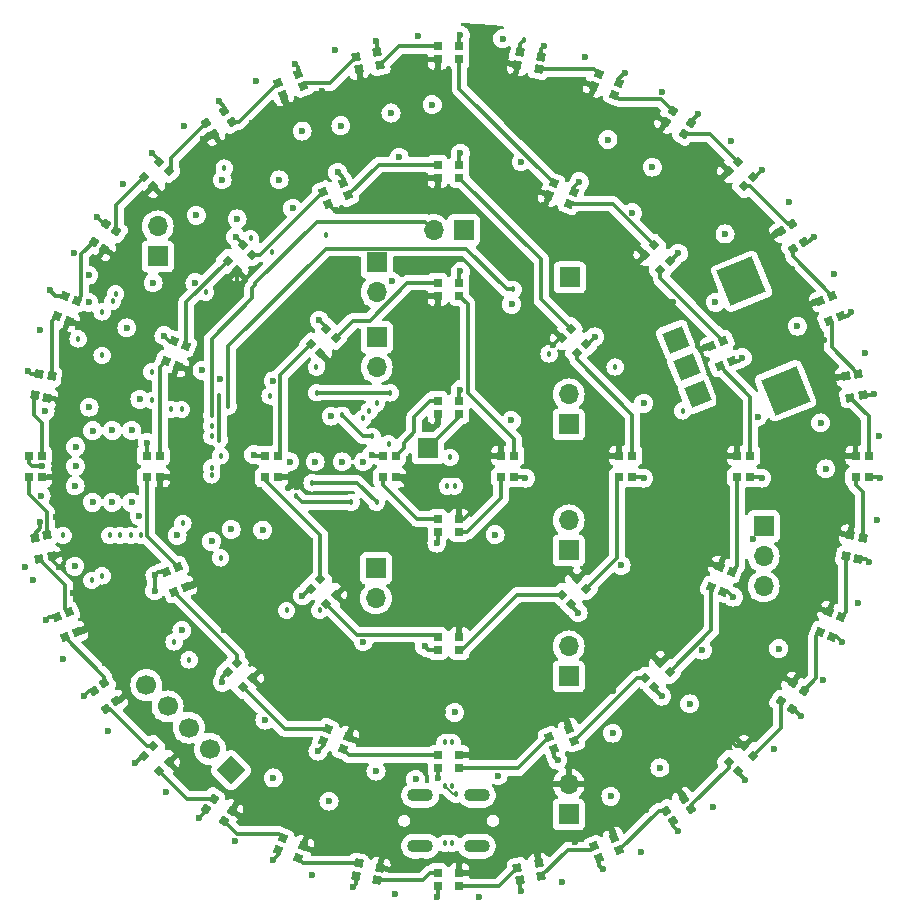
<source format=gbr>
%TF.GenerationSoftware,KiCad,Pcbnew,8.0.2-1*%
%TF.CreationDate,2024-05-17T13:07:53+01:00*%
%TF.ProjectId,Pomodoro_V7,506f6d6f-646f-4726-9f5f-56372e6b6963,rev?*%
%TF.SameCoordinates,Original*%
%TF.FileFunction,Copper,L1,Top*%
%TF.FilePolarity,Positive*%
%FSLAX46Y46*%
G04 Gerber Fmt 4.6, Leading zero omitted, Abs format (unit mm)*
G04 Created by KiCad (PCBNEW 8.0.2-1) date 2024-05-17 13:07:53*
%MOMM*%
%LPD*%
G01*
G04 APERTURE LIST*
G04 Aperture macros list*
%AMHorizOval*
0 Thick line with rounded ends*
0 $1 width*
0 $2 $3 position (X,Y) of the first rounded end (center of the circle)*
0 $4 $5 position (X,Y) of the second rounded end (center of the circle)*
0 Add line between two ends*
20,1,$1,$2,$3,$4,$5,0*
0 Add two circle primitives to create the rounded ends*
1,1,$1,$2,$3*
1,1,$1,$4,$5*%
%AMRotRect*
0 Rectangle, with rotation*
0 The origin of the aperture is its center*
0 $1 length*
0 $2 width*
0 $3 Rotation angle, in degrees counterclockwise*
0 Add horizontal line*
21,1,$1,$2,0,0,$3*%
G04 Aperture macros list end*
%TA.AperFunction,SMDPad,CuDef*%
%ADD10R,0.700000X0.700000*%
%TD*%
%TA.AperFunction,SMDPad,CuDef*%
%ADD11RotRect,0.700000X0.700000X78.750000*%
%TD*%
%TA.AperFunction,SMDPad,CuDef*%
%ADD12RotRect,0.700000X0.700000X202.500000*%
%TD*%
%TA.AperFunction,SMDPad,CuDef*%
%ADD13RotRect,0.700000X0.700000X337.500000*%
%TD*%
%TA.AperFunction,SMDPad,CuDef*%
%ADD14RotRect,0.700000X0.700000X157.500000*%
%TD*%
%TA.AperFunction,SMDPad,CuDef*%
%ADD15RotRect,0.700000X0.700000X67.500000*%
%TD*%
%TA.AperFunction,SMDPad,CuDef*%
%ADD16RotRect,0.700000X0.700000X123.750000*%
%TD*%
%TA.AperFunction,SMDPad,CuDef*%
%ADD17RotRect,0.700000X0.700000X326.250000*%
%TD*%
%TA.AperFunction,SMDPad,CuDef*%
%ADD18RotRect,0.700000X0.700000X303.750000*%
%TD*%
%TA.AperFunction,SMDPad,CuDef*%
%ADD19RotRect,0.700000X0.700000X56.250000*%
%TD*%
%TA.AperFunction,SMDPad,CuDef*%
%ADD20RotRect,0.700000X0.700000X315.000000*%
%TD*%
%TA.AperFunction,SMDPad,CuDef*%
%ADD21RotRect,0.700000X0.700000X247.500000*%
%TD*%
%TA.AperFunction,SMDPad,CuDef*%
%ADD22RotRect,0.700000X0.700000X225.000000*%
%TD*%
%TA.AperFunction,SMDPad,CuDef*%
%ADD23RotRect,0.700000X0.700000X45.000000*%
%TD*%
%TA.AperFunction,SMDPad,CuDef*%
%ADD24RotRect,0.700000X0.700000X168.750000*%
%TD*%
%TA.AperFunction,SMDPad,CuDef*%
%ADD25RotRect,0.700000X0.700000X22.500000*%
%TD*%
%TA.AperFunction,SMDPad,CuDef*%
%ADD26RotRect,0.700000X0.700000X348.750000*%
%TD*%
%TA.AperFunction,SMDPad,CuDef*%
%ADD27RotRect,0.700000X0.700000X112.500000*%
%TD*%
%TA.AperFunction,SMDPad,CuDef*%
%ADD28RotRect,0.700000X0.700000X146.250000*%
%TD*%
%TA.AperFunction,SMDPad,CuDef*%
%ADD29RotRect,0.700000X0.700000X258.750000*%
%TD*%
%TA.AperFunction,SMDPad,CuDef*%
%ADD30RotRect,0.700000X0.700000X236.250000*%
%TD*%
%TA.AperFunction,SMDPad,CuDef*%
%ADD31RotRect,0.700000X0.700000X135.000000*%
%TD*%
%TA.AperFunction,SMDPad,CuDef*%
%ADD32RotRect,0.700000X0.700000X292.500000*%
%TD*%
%TA.AperFunction,SMDPad,CuDef*%
%ADD33RotRect,0.700000X0.700000X101.250000*%
%TD*%
%TA.AperFunction,SMDPad,CuDef*%
%ADD34RotRect,0.700000X0.700000X11.250000*%
%TD*%
%TA.AperFunction,SMDPad,CuDef*%
%ADD35RotRect,0.700000X0.700000X33.750000*%
%TD*%
%TA.AperFunction,SMDPad,CuDef*%
%ADD36RotRect,0.700000X0.700000X281.250000*%
%TD*%
%TA.AperFunction,SMDPad,CuDef*%
%ADD37RotRect,0.700000X0.700000X191.250000*%
%TD*%
%TA.AperFunction,SMDPad,CuDef*%
%ADD38RotRect,0.700000X0.700000X213.750000*%
%TD*%
%TA.AperFunction,ComponentPad*%
%ADD39RotRect,1.700000X1.700000X45.000000*%
%TD*%
%TA.AperFunction,ComponentPad*%
%ADD40HorizOval,1.700000X0.000000X0.000000X0.000000X0.000000X0*%
%TD*%
%TA.AperFunction,ComponentPad*%
%ADD41R,1.700000X1.700000*%
%TD*%
%TA.AperFunction,ComponentPad*%
%ADD42O,1.700000X1.700000*%
%TD*%
%TA.AperFunction,ComponentPad*%
%ADD43O,2.200000X1.100000*%
%TD*%
%TA.AperFunction,ComponentPad*%
%ADD44RotRect,1.800000X1.800000X112.000000*%
%TD*%
%TA.AperFunction,ComponentPad*%
%ADD45RotRect,3.216000X3.216000X112.000000*%
%TD*%
%TA.AperFunction,ViaPad*%
%ADD46C,0.600000*%
%TD*%
%TA.AperFunction,ViaPad*%
%ADD47C,0.457200*%
%TD*%
%TA.AperFunction,Conductor*%
%ADD48C,0.304800*%
%TD*%
%TA.AperFunction,Conductor*%
%ADD49C,0.152400*%
%TD*%
G04 APERTURE END LIST*
D10*
%TO.P,D48,1,DOUT*%
%TO.N,RgbLed_Middle2Inner*%
X150915000Y-75550000D03*
%TO.P,D48,2,VSS*%
%TO.N,GND*%
X150915000Y-74450000D03*
%TO.P,D48,3,DIN*%
%TO.N,Net-(D47-DOUT)*%
X149085000Y-74450000D03*
%TO.P,D48,4,VDD*%
%TO.N,+5V*%
X149085000Y-75550000D03*
%TD*%
D11*
%TO.P,D9,1,DOUT*%
%TO.N,Net-(D10-DIN)*%
X183609545Y-107618280D03*
%TO.P,D9,2,VSS*%
%TO.N,GND*%
X184688409Y-107832879D03*
%TO.P,D9,3,DIN*%
%TO.N,Net-(D8-DOUT)*%
X185045425Y-106038042D03*
%TO.P,D9,4,VDD*%
%TO.N,+5V*%
X183966561Y-105823443D03*
%TD*%
D12*
%TO.P,D47,1,DOUT*%
%TO.N,Net-(D47-DOUT)*%
X141488741Y-77060990D03*
%TO.P,D47,2,VSS*%
%TO.N,GND*%
X141067789Y-76044723D03*
%TO.P,D47,3,DIN*%
%TO.N,Net-(D46-DOUT)*%
X139377089Y-76745034D03*
%TO.P,D47,4,VDD*%
%TO.N,+5V*%
X139798041Y-77761301D03*
%TD*%
D10*
%TO.P,D50,1,DOUT*%
%TO.N,Net-(D50-DOUT)*%
X164450000Y-100915000D03*
%TO.P,D50,2,VSS*%
%TO.N,GND*%
X165550000Y-100915000D03*
%TO.P,D50,3,DIN*%
%TO.N,Net-(D49-DOUT)*%
X165550000Y-99085000D03*
%TO.P,D50,4,VDD*%
%TO.N,+5V*%
X164450000Y-99085000D03*
%TD*%
D13*
%TO.P,D41,1,DOUT*%
%TO.N,Net-(D41-DOUT)*%
X139798040Y-122238699D03*
%TO.P,D41,2,VSS*%
%TO.N,GND*%
X139377088Y-123254966D03*
%TO.P,D41,3,DIN*%
%TO.N,Net-(D40-DOUT)*%
X141067788Y-123955277D03*
%TO.P,D41,4,VDD*%
%TO.N,+5V*%
X141488740Y-122939010D03*
%TD*%
D10*
%TO.P,D54,1,DOUT*%
%TO.N,Net-(D54-DOUT)*%
X135550000Y-99085000D03*
%TO.P,D54,2,VSS*%
%TO.N,GND*%
X134450000Y-99085000D03*
%TO.P,D54,3,DIN*%
%TO.N,Net-(D53-DOUT)*%
X134450000Y-100915000D03*
%TO.P,D54,4,VDD*%
%TO.N,+5V*%
X135550000Y-100915000D03*
%TD*%
%TO.P,D57,1,DOUT*%
%TO.N,Net-(D57-DOUT)*%
X154450000Y-100915000D03*
%TO.P,D57,2,VSS*%
%TO.N,GND*%
X155550000Y-100915000D03*
%TO.P,D57,3,DIN*%
%TO.N,RgbLed_Inner2Status*%
X155550000Y-99085000D03*
%TO.P,D57,4,VDD*%
%TO.N,+5V*%
X154450000Y-99085000D03*
%TD*%
D14*
%TO.P,D33,1,DOUT*%
%TO.N,Net-(D33-DOUT)*%
X160201960Y-77761301D03*
%TO.P,D33,2,VSS*%
%TO.N,GND*%
X160622912Y-76745034D03*
%TO.P,D33,3,DIN*%
%TO.N,RgbLed_Outer2Middle*%
X158932212Y-76044723D03*
%TO.P,D33,4,VDD*%
%TO.N,+5V*%
X158511260Y-77060990D03*
%TD*%
D15*
%TO.P,D37,1,DOUT*%
%TO.N,Net-(D37-DOUT)*%
X172238699Y-110201960D03*
%TO.P,D37,2,VSS*%
%TO.N,GND*%
X173254966Y-110622912D03*
%TO.P,D37,3,DIN*%
%TO.N,Net-(D36-DOUT)*%
X173955277Y-108932212D03*
%TO.P,D37,4,VDD*%
%TO.N,+5V*%
X172939010Y-108511260D03*
%TD*%
D16*
%TO.P,D5,1,DOUT*%
%TO.N,Net-(D5-DOUT)*%
X179152474Y-81621401D03*
%TO.P,D5,2,VSS*%
%TO.N,GND*%
X180067091Y-81010273D03*
%TO.P,D5,3,DIN*%
%TO.N,Net-(D4-DOUT)*%
X179050398Y-79488683D03*
%TO.P,D5,4,VDD*%
%TO.N,+5V*%
X178135781Y-80099811D03*
%TD*%
D10*
%TO.P,D60,1,DOUT*%
%TO.N,Net-(D60-DOUT)*%
X150915000Y-95550000D03*
%TO.P,D60,2,VSS*%
%TO.N,GND*%
X150915000Y-94450000D03*
%TO.P,D60,3,DIN*%
%TO.N,Net-(D59-DOUT)*%
X149085000Y-94450000D03*
%TO.P,D60,4,VDD*%
%TO.N,+5V*%
X149085000Y-95550000D03*
%TD*%
D17*
%TO.P,D19,1,DOUT*%
%TO.N,Net-(D19-DOUT)*%
X130099811Y-128135781D03*
%TO.P,D19,2,VSS*%
%TO.N,GND*%
X129488684Y-129050398D03*
%TO.P,D19,3,DIN*%
%TO.N,Net-(D18-DOUT)*%
X131010273Y-130067093D03*
%TO.P,D19,4,VDD*%
%TO.N,+5V*%
X131621400Y-129152476D03*
%TD*%
D18*
%TO.P,D21,1,DOUT*%
%TO.N,Net-(D21-DOUT)*%
X120847526Y-118378599D03*
%TO.P,D21,2,VSS*%
%TO.N,GND*%
X119932909Y-118989727D03*
%TO.P,D21,3,DIN*%
%TO.N,Net-(D20-DOUT)*%
X120949602Y-120511317D03*
%TO.P,D21,4,VDD*%
%TO.N,+5V*%
X121864219Y-119900189D03*
%TD*%
D10*
%TO.P,D44,1,DOUT*%
%TO.N,Net-(D44-DOUT)*%
X125550000Y-99085000D03*
%TO.P,D44,2,VSS*%
%TO.N,GND*%
X124450000Y-99085000D03*
%TO.P,D44,3,DIN*%
%TO.N,Net-(D43-DOUT)*%
X124450000Y-100915000D03*
%TO.P,D44,4,VDD*%
%TO.N,+5V*%
X125550000Y-100915000D03*
%TD*%
D19*
%TO.P,D11,1,DOUT*%
%TO.N,Net-(D11-DOUT)*%
X178135781Y-119900189D03*
%TO.P,D11,2,VSS*%
%TO.N,GND*%
X179050398Y-120511316D03*
%TO.P,D11,3,DIN*%
%TO.N,Net-(D10-DOUT)*%
X180067093Y-118989727D03*
%TO.P,D11,4,VDD*%
%TO.N,+5V*%
X179152476Y-118378600D03*
%TD*%
D20*
%TO.P,D42,1,DOUT*%
%TO.N,Net-(D42-DOUT)*%
X132064236Y-116641758D03*
%TO.P,D42,2,VSS*%
%TO.N,GND*%
X131286419Y-117419575D03*
%TO.P,D42,3,DIN*%
%TO.N,Net-(D41-DOUT)*%
X132580424Y-118713580D03*
%TO.P,D42,4,VDD*%
%TO.N,+5V*%
X133358241Y-117935763D03*
%TD*%
D21*
%TO.P,D45,1,DOUT*%
%TO.N,Net-(D45-DOUT)*%
X127761301Y-89798040D03*
%TO.P,D45,2,VSS*%
%TO.N,GND*%
X126745034Y-89377088D03*
%TO.P,D45,3,DIN*%
%TO.N,Net-(D44-DOUT)*%
X126044723Y-91067788D03*
%TO.P,D45,4,VDD*%
%TO.N,+5V*%
X127060990Y-91488740D03*
%TD*%
D22*
%TO.P,D28,1,DOUT*%
%TO.N,Net-(D28-DOUT)*%
X126287173Y-74993169D03*
%TO.P,D28,2,VSS*%
%TO.N,GND*%
X125509356Y-74215352D03*
%TO.P,D28,3,DIN*%
%TO.N,Net-(D27-DOUT)*%
X124215351Y-75509357D03*
%TO.P,D28,4,VDD*%
%TO.N,+5V*%
X124993168Y-76287174D03*
%TD*%
D23*
%TO.P,D12,1,DOUT*%
%TO.N,Net-(D12-DOUT)*%
X173712827Y-125006831D03*
%TO.P,D12,2,VSS*%
%TO.N,GND*%
X174490644Y-125784648D03*
%TO.P,D12,3,DIN*%
%TO.N,Net-(D11-DOUT)*%
X175784649Y-124490643D03*
%TO.P,D12,4,VDD*%
%TO.N,+5V*%
X175006832Y-123712826D03*
%TD*%
D10*
%TO.P,D32,1,DOUT*%
%TO.N,RgbLed_Outer2Middle*%
X150915000Y-65550000D03*
%TO.P,D32,2,VSS*%
%TO.N,GND*%
X150915000Y-64450000D03*
%TO.P,D32,3,DIN*%
%TO.N,Net-(D31-DOUT)*%
X149085000Y-64450000D03*
%TO.P,D32,4,VDD*%
%TO.N,+5V*%
X149085000Y-65550000D03*
%TD*%
%TO.P,D58,1,DOUT*%
%TO.N,Net-(D58-DOUT)*%
X149085000Y-104450000D03*
%TO.P,D58,2,VSS*%
%TO.N,GND*%
X149085000Y-105550000D03*
%TO.P,D58,3,DIN*%
%TO.N,Net-(D57-DOUT)*%
X150915000Y-105550000D03*
%TO.P,D58,4,VDD*%
%TO.N,+5V*%
X150915000Y-104450000D03*
%TD*%
D24*
%TO.P,D1,1,DOUT*%
%TO.N,Net-(D1-DOUT)*%
X157618280Y-66390455D03*
%TO.P,D1,2,VSS*%
%TO.N,GND*%
X157832879Y-65311591D03*
%TO.P,D1,3,DIN*%
%TO.N,Net-(D1-DIN)*%
X156038042Y-64954575D03*
%TO.P,D1,4,VDD*%
%TO.N,+5V*%
X155823443Y-66033439D03*
%TD*%
D22*
%TO.P,D46,1,DOUT*%
%TO.N,Net-(D46-DOUT)*%
X133358242Y-82064236D03*
%TO.P,D46,2,VSS*%
%TO.N,GND*%
X132580425Y-81286419D03*
%TO.P,D46,3,DIN*%
%TO.N,Net-(D45-DOUT)*%
X131286420Y-82580424D03*
%TO.P,D46,4,VDD*%
%TO.N,+5V*%
X132064237Y-83358241D03*
%TD*%
D25*
%TO.P,D14,1,DOUT*%
%TO.N,Net-(D14-DOUT)*%
X162338094Y-132177805D03*
%TO.P,D14,2,VSS*%
%TO.N,GND*%
X162759046Y-133194073D03*
%TO.P,D14,3,DIN*%
%TO.N,Net-(D13-DOUT)*%
X164449746Y-132493763D03*
%TO.P,D14,4,VDD*%
%TO.N,+5V*%
X164028794Y-131477495D03*
%TD*%
D23*
%TO.P,D51,1,DOUT*%
%TO.N,Net-(D51-DOUT)*%
X159570691Y-110864696D03*
%TO.P,D51,2,VSS*%
%TO.N,GND*%
X160348508Y-111642513D03*
%TO.P,D51,3,DIN*%
%TO.N,Net-(D50-DOUT)*%
X161642513Y-110348508D03*
%TO.P,D51,4,VDD*%
%TO.N,+5V*%
X160864696Y-109570691D03*
%TD*%
D26*
%TO.P,D17,1,DOUT*%
%TO.N,Net-(D17-DOUT)*%
X142381720Y-133609545D03*
%TO.P,D17,2,VSS*%
%TO.N,GND*%
X142167121Y-134688409D03*
%TO.P,D17,3,DIN*%
%TO.N,Net-(D16-DOUT)*%
X143961958Y-135045425D03*
%TO.P,D17,4,VDD*%
%TO.N,+5V*%
X144176557Y-133966561D03*
%TD*%
D27*
%TO.P,D6,1,DOUT*%
%TO.N,Net-(D6-DOUT)*%
X182177805Y-87661906D03*
%TO.P,D6,2,VSS*%
%TO.N,GND*%
X183194073Y-87240954D03*
%TO.P,D6,3,DIN*%
%TO.N,Net-(D5-DOUT)*%
X182493763Y-85550254D03*
%TO.P,D6,4,VDD*%
%TO.N,+5V*%
X181477495Y-85971206D03*
%TD*%
D28*
%TO.P,D3,1,DOUT*%
%TO.N,Net-(D3-DOUT)*%
X169900189Y-71864219D03*
%TO.P,D3,2,VSS*%
%TO.N,GND*%
X170511316Y-70949602D03*
%TO.P,D3,3,DIN*%
%TO.N,Net-(D2-DOUT)*%
X168989727Y-69932907D03*
%TO.P,D3,4,VDD*%
%TO.N,+5V*%
X168378600Y-70847524D03*
%TD*%
D10*
%TO.P,D56,1,DOUT*%
%TO.N,RgbLed_Inner2Status*%
X150915000Y-85550000D03*
%TO.P,D56,2,VSS*%
%TO.N,GND*%
X150915000Y-84450000D03*
%TO.P,D56,3,DIN*%
%TO.N,Net-(D55-DOUT)*%
X149085000Y-84450000D03*
%TO.P,D56,4,VDD*%
%TO.N,+5V*%
X149085000Y-85550000D03*
%TD*%
D21*
%TO.P,D26,1,DOUT*%
%TO.N,Net-(D26-DOUT)*%
X118522506Y-85971206D03*
%TO.P,D26,2,VSS*%
%TO.N,GND*%
X117506239Y-85550255D03*
%TO.P,D26,3,DIN*%
%TO.N,Net-(D25-DOUT)*%
X116805926Y-87240954D03*
%TO.P,D26,4,VDD*%
%TO.N,+5V*%
X117822193Y-87661905D03*
%TD*%
D29*
%TO.P,D25,1,DOUT*%
%TO.N,Net-(D25-DOUT)*%
X116390455Y-92381720D03*
%TO.P,D25,2,VSS*%
%TO.N,GND*%
X115311591Y-92167121D03*
%TO.P,D25,3,DIN*%
%TO.N,Net-(D24-DOUT)*%
X114954575Y-93961958D03*
%TO.P,D25,4,VDD*%
%TO.N,+5V*%
X116033439Y-94176557D03*
%TD*%
D30*
%TO.P,D27,1,DOUT*%
%TO.N,Net-(D27-DOUT)*%
X121864219Y-80099811D03*
%TO.P,D27,2,VSS*%
%TO.N,GND*%
X120949602Y-79488684D03*
%TO.P,D27,3,DIN*%
%TO.N,Net-(D26-DOUT)*%
X119932907Y-81010273D03*
%TO.P,D27,4,VDD*%
%TO.N,+5V*%
X120847524Y-81621400D03*
%TD*%
D22*
%TO.P,D55,1,DOUT*%
%TO.N,Net-(D55-DOUT)*%
X140429309Y-89135304D03*
%TO.P,D55,2,VSS*%
%TO.N,GND*%
X139651492Y-88357487D03*
%TO.P,D55,3,DIN*%
%TO.N,Net-(D54-DOUT)*%
X138357487Y-89651492D03*
%TO.P,D55,4,VDD*%
%TO.N,+5V*%
X139135304Y-90429309D03*
%TD*%
D31*
%TO.P,D4,1,DOUT*%
%TO.N,Net-(D4-DOUT)*%
X175006831Y-76287173D03*
%TO.P,D4,2,VSS*%
%TO.N,GND*%
X175784648Y-75509356D03*
%TO.P,D4,3,DIN*%
%TO.N,Net-(D3-DOUT)*%
X174490643Y-74215351D03*
%TO.P,D4,4,VDD*%
%TO.N,+5V*%
X173712826Y-74993168D03*
%TD*%
D32*
%TO.P,D22,1,DOUT*%
%TO.N,Net-(D22-DOUT)*%
X117822195Y-112338094D03*
%TO.P,D22,2,VSS*%
%TO.N,GND*%
X116805927Y-112759046D03*
%TO.P,D22,3,DIN*%
%TO.N,Net-(D21-DOUT)*%
X117506237Y-114449746D03*
%TO.P,D22,4,VDD*%
%TO.N,+5V*%
X118522505Y-114028794D03*
%TD*%
D12*
%TO.P,D30,1,DOUT*%
%TO.N,Net-(D30-DOUT)*%
X137661906Y-67822195D03*
%TO.P,D30,2,VSS*%
%TO.N,GND*%
X137240954Y-66805927D03*
%TO.P,D30,3,DIN*%
%TO.N,Net-(D29-DOUT)*%
X135550254Y-67506237D03*
%TO.P,D30,4,VDD*%
%TO.N,+5V*%
X135971206Y-68522505D03*
%TD*%
D15*
%TO.P,D10,1,DOUT*%
%TO.N,Net-(D10-DOUT)*%
X181477494Y-114028794D03*
%TO.P,D10,2,VSS*%
%TO.N,GND*%
X182493761Y-114449745D03*
%TO.P,D10,3,DIN*%
%TO.N,Net-(D10-DIN)*%
X183194074Y-112759046D03*
%TO.P,D10,4,VDD*%
%TO.N,+5V*%
X182177807Y-112338095D03*
%TD*%
D13*
%TO.P,D18,1,DOUT*%
%TO.N,Net-(D18-DOUT)*%
X135971206Y-131477494D03*
%TO.P,D18,2,VSS*%
%TO.N,GND*%
X135550255Y-132493761D03*
%TO.P,D18,3,DIN*%
%TO.N,Net-(D17-DOUT)*%
X137240954Y-133194074D03*
%TO.P,D18,4,VDD*%
%TO.N,+5V*%
X137661905Y-132177807D03*
%TD*%
D10*
%TO.P,D36,1,DOUT*%
%TO.N,Net-(D36-DOUT)*%
X174450000Y-100915000D03*
%TO.P,D36,2,VSS*%
%TO.N,GND*%
X175550000Y-100915000D03*
%TO.P,D36,3,DIN*%
%TO.N,Net-(D35-DOUT)*%
X175550000Y-99085000D03*
%TO.P,D36,4,VDD*%
%TO.N,+5V*%
X174450000Y-99085000D03*
%TD*%
D33*
%TO.P,D7,1,DOUT*%
%TO.N,Net-(D7-DOUT)*%
X183966560Y-94176557D03*
%TO.P,D7,2,VSS*%
%TO.N,GND*%
X185045424Y-93961957D03*
%TO.P,D7,3,DIN*%
%TO.N,Net-(D6-DOUT)*%
X184688410Y-92167119D03*
%TO.P,D7,4,VDD*%
%TO.N,+5V*%
X183609546Y-92381719D03*
%TD*%
D23*
%TO.P,D38,1,DOUT*%
%TO.N,Net-(D38-DOUT)*%
X166641758Y-117935764D03*
%TO.P,D38,2,VSS*%
%TO.N,GND*%
X167419575Y-118713581D03*
%TO.P,D38,3,DIN*%
%TO.N,Net-(D37-DOUT)*%
X168713580Y-117419576D03*
%TO.P,D38,4,VDD*%
%TO.N,+5V*%
X167935763Y-116641759D03*
%TD*%
D34*
%TO.P,D15,1,DOUT*%
%TO.N,Net-(D15-DOUT)*%
X155823443Y-133966560D03*
%TO.P,D15,2,VSS*%
%TO.N,GND*%
X156038043Y-135045424D03*
%TO.P,D15,3,DIN*%
%TO.N,Net-(D14-DOUT)*%
X157832881Y-134688410D03*
%TO.P,D15,4,VDD*%
%TO.N,+5V*%
X157618281Y-133609546D03*
%TD*%
D10*
%TO.P,D16,1,DOUT*%
%TO.N,Net-(D16-DOUT)*%
X149085000Y-134450000D03*
%TO.P,D16,2,VSS*%
%TO.N,GND*%
X149085000Y-135550000D03*
%TO.P,D16,3,DIN*%
%TO.N,Net-(D15-DOUT)*%
X150915000Y-135550000D03*
%TO.P,D16,4,VDD*%
%TO.N,+5V*%
X150915000Y-134450000D03*
%TD*%
D31*
%TO.P,D49,1,DOUT*%
%TO.N,Net-(D49-DOUT)*%
X160864696Y-90429309D03*
%TO.P,D49,2,VSS*%
%TO.N,GND*%
X161642513Y-89651492D03*
%TO.P,D49,3,DIN*%
%TO.N,RgbLed_Middle2Inner*%
X160348508Y-88357487D03*
%TO.P,D49,4,VDD*%
%TO.N,+5V*%
X159570691Y-89135304D03*
%TD*%
D20*
%TO.P,D20,1,DOUT*%
%TO.N,Net-(D20-DOUT)*%
X124993169Y-123712827D03*
%TO.P,D20,2,VSS*%
%TO.N,GND*%
X124215352Y-124490644D03*
%TO.P,D20,3,DIN*%
%TO.N,Net-(D19-DOUT)*%
X125509357Y-125784649D03*
%TO.P,D20,4,VDD*%
%TO.N,+5V*%
X126287174Y-125006832D03*
%TD*%
D35*
%TO.P,D13,1,DOUT*%
%TO.N,Net-(D13-DOUT)*%
X168378599Y-129152474D03*
%TO.P,D13,2,VSS*%
%TO.N,GND*%
X168989727Y-130067091D03*
%TO.P,D13,3,DIN*%
%TO.N,Net-(D12-DOUT)*%
X170511317Y-129050398D03*
%TO.P,D13,4,VDD*%
%TO.N,+5V*%
X169900189Y-128135781D03*
%TD*%
D14*
%TO.P,D2,1,DOUT*%
%TO.N,Net-(D2-DOUT)*%
X164028794Y-68522506D03*
%TO.P,D2,2,VSS*%
%TO.N,GND*%
X164449745Y-67506239D03*
%TO.P,D2,3,DIN*%
%TO.N,Net-(D1-DOUT)*%
X162759046Y-66805926D03*
%TO.P,D2,4,VDD*%
%TO.N,+5V*%
X162338095Y-67822193D03*
%TD*%
D10*
%TO.P,D24,1,DOUT*%
%TO.N,Net-(D24-DOUT)*%
X115550000Y-99085000D03*
%TO.P,D24,2,VSS*%
%TO.N,GND*%
X114450000Y-99085000D03*
%TO.P,D24,3,DIN*%
%TO.N,Net-(D23-DOUT)*%
X114450000Y-100915000D03*
%TO.P,D24,4,VDD*%
%TO.N,+5V*%
X115550000Y-100915000D03*
%TD*%
D36*
%TO.P,D23,1,DOUT*%
%TO.N,Net-(D23-DOUT)*%
X116033440Y-105823443D03*
%TO.P,D23,2,VSS*%
%TO.N,GND*%
X114954576Y-106038043D03*
%TO.P,D23,3,DIN*%
%TO.N,Net-(D22-DOUT)*%
X115311590Y-107832881D03*
%TO.P,D23,4,VDD*%
%TO.N,+5V*%
X116390454Y-107618281D03*
%TD*%
D31*
%TO.P,D34,1,DOUT*%
%TO.N,Net-(D34-DOUT)*%
X167935764Y-83358242D03*
%TO.P,D34,2,VSS*%
%TO.N,GND*%
X168713581Y-82580425D03*
%TO.P,D34,3,DIN*%
%TO.N,Net-(D33-DOUT)*%
X167419576Y-81286420D03*
%TO.P,D34,4,VDD*%
%TO.N,+5V*%
X166641759Y-82064237D03*
%TD*%
D20*
%TO.P,D53,1,DOUT*%
%TO.N,Net-(D53-DOUT)*%
X139135304Y-109570691D03*
%TO.P,D53,2,VSS*%
%TO.N,GND*%
X138357487Y-110348508D03*
%TO.P,D53,3,DIN*%
%TO.N,Net-(D52-DOUT)*%
X139651492Y-111642513D03*
%TO.P,D53,4,VDD*%
%TO.N,+5V*%
X140429309Y-110864696D03*
%TD*%
D37*
%TO.P,D31,1,DOUT*%
%TO.N,Net-(D31-DOUT)*%
X144176557Y-66033440D03*
%TO.P,D31,2,VSS*%
%TO.N,GND*%
X143961957Y-64954576D03*
%TO.P,D31,3,DIN*%
%TO.N,Net-(D30-DOUT)*%
X142167119Y-65311590D03*
%TO.P,D31,4,VDD*%
%TO.N,+5V*%
X142381719Y-66390454D03*
%TD*%
D10*
%TO.P,D52,1,DOUT*%
%TO.N,Net-(D52-DOUT)*%
X149085000Y-114450000D03*
%TO.P,D52,2,VSS*%
%TO.N,GND*%
X149085000Y-115550000D03*
%TO.P,D52,3,DIN*%
%TO.N,Net-(D51-DOUT)*%
X150915000Y-115550000D03*
%TO.P,D52,4,VDD*%
%TO.N,+5V*%
X150915000Y-114450000D03*
%TD*%
D27*
%TO.P,D35,1,DOUT*%
%TO.N,Net-(D35-DOUT)*%
X172939010Y-91488741D03*
%TO.P,D35,2,VSS*%
%TO.N,GND*%
X173955277Y-91067789D03*
%TO.P,D35,3,DIN*%
%TO.N,Net-(D34-DOUT)*%
X173254966Y-89377089D03*
%TO.P,D35,4,VDD*%
%TO.N,+5V*%
X172238699Y-89798041D03*
%TD*%
D32*
%TO.P,D43,1,DOUT*%
%TO.N,Net-(D43-DOUT)*%
X127060990Y-108511259D03*
%TO.P,D43,2,VSS*%
%TO.N,GND*%
X126044723Y-108932211D03*
%TO.P,D43,3,DIN*%
%TO.N,Net-(D42-DOUT)*%
X126745034Y-110622911D03*
%TO.P,D43,4,VDD*%
%TO.N,+5V*%
X127761301Y-110201959D03*
%TD*%
D25*
%TO.P,D39,1,DOUT*%
%TO.N,Net-(D39-DOUT)*%
X158511259Y-122939010D03*
%TO.P,D39,2,VSS*%
%TO.N,GND*%
X158932211Y-123955277D03*
%TO.P,D39,3,DIN*%
%TO.N,Net-(D38-DOUT)*%
X160622911Y-123254966D03*
%TO.P,D39,4,VDD*%
%TO.N,+5V*%
X160201959Y-122238699D03*
%TD*%
D10*
%TO.P,D59,1,DOUT*%
%TO.N,Net-(D59-DOUT)*%
X145550000Y-99085000D03*
%TO.P,D59,2,VSS*%
%TO.N,GND*%
X144450000Y-99085000D03*
%TO.P,D59,3,DIN*%
%TO.N,Net-(D58-DOUT)*%
X144450000Y-100915000D03*
%TO.P,D59,4,VDD*%
%TO.N,+5V*%
X145550000Y-100915000D03*
%TD*%
%TO.P,D40,1,DOUT*%
%TO.N,Net-(D40-DOUT)*%
X149085000Y-124450000D03*
%TO.P,D40,2,VSS*%
%TO.N,GND*%
X149085000Y-125550000D03*
%TO.P,D40,3,DIN*%
%TO.N,Net-(D39-DOUT)*%
X150915000Y-125550000D03*
%TO.P,D40,4,VDD*%
%TO.N,+5V*%
X150915000Y-124450000D03*
%TD*%
%TO.P,D8,1,DOUT*%
%TO.N,Net-(D8-DOUT)*%
X184450000Y-100915000D03*
%TO.P,D8,2,VSS*%
%TO.N,GND*%
X185550000Y-100915000D03*
%TO.P,D8,3,DIN*%
%TO.N,Net-(D7-DOUT)*%
X185550000Y-99085000D03*
%TO.P,D8,4,VDD*%
%TO.N,+5V*%
X184450000Y-99085000D03*
%TD*%
D38*
%TO.P,D29,1,DOUT*%
%TO.N,Net-(D29-DOUT)*%
X131621401Y-70847526D03*
%TO.P,D29,2,VSS*%
%TO.N,GND*%
X131010273Y-69932909D03*
%TO.P,D29,3,DIN*%
%TO.N,Net-(D28-DOUT)*%
X129488683Y-70949602D03*
%TO.P,D29,4,VDD*%
%TO.N,+5V*%
X130099811Y-71864219D03*
%TD*%
D39*
%TO.P,J1,1,Pin_1*%
%TO.N,GND*%
X131588567Y-125708154D03*
D40*
%TO.P,J1,2,Pin_2*%
%TO.N,/MicroController/JTAG_TCK*%
X129792516Y-123912103D03*
%TO.P,J1,3,Pin_3*%
%TO.N,/MicroController/JTAG_TDO*%
X127996465Y-122116052D03*
%TO.P,J1,4,Pin_4*%
%TO.N,/MicroController/JTAG_TDI*%
X126200413Y-120320000D03*
%TO.P,J1,5,Pin_5*%
%TO.N,/MicroController/JTAG_TMS*%
X124404362Y-118523949D03*
%TD*%
D41*
%TO.P,J7,1,Pin_1*%
%TO.N,/MicroController/ESP32_DBG4*%
X160160000Y-117780000D03*
D42*
%TO.P,J7,2,Pin_2*%
%TO.N,/MicroController/ESP32_DBG3*%
X160160000Y-115240000D03*
%TD*%
D41*
%TO.P,J2,1,Pin_1*%
%TO.N,GND*%
X125362000Y-82220000D03*
D42*
%TO.P,J2,2,Pin_2*%
%TO.N,/MicroController/ESP32_EN*%
X125362000Y-79680000D03*
%TD*%
D41*
%TO.P,J14,1,Pin_1*%
%TO.N,ESP32_RgbLed_DIN*%
X160250000Y-84000000D03*
%TD*%
%TO.P,J6,1,Pin_1*%
%TO.N,/MicroController/ESP32_DBG2*%
X160160000Y-96444000D03*
D42*
%TO.P,J6,2,Pin_2*%
%TO.N,/MicroController/ESP32_DBG1*%
X160160000Y-93904000D03*
%TD*%
D41*
%TO.P,J4,1,Pin_1*%
%TO.N,I2C_SCL*%
X143838000Y-108636000D03*
D42*
%TO.P,J4,2,Pin_2*%
%TO.N,I2C_SDA*%
X143838000Y-111176000D03*
%TD*%
D43*
%TO.P,J11,S1,SHIELD*%
%TO.N,GND*%
X152400000Y-127850000D03*
%TO.P,J11,S2,SHIELD__1*%
X152400000Y-132150000D03*
%TO.P,J11,S3,SHIELD__2*%
X147600000Y-127850000D03*
%TO.P,J11,S4,SHIELD__3*%
X147600000Y-132150000D03*
%TD*%
D41*
%TO.P,J13,1,Pin_1*%
%TO.N,GND*%
X160160000Y-129464000D03*
D42*
%TO.P,J13,2,Pin_2*%
%TO.N,+5V*%
X160160000Y-126924000D03*
%TD*%
D41*
%TO.P,J15,1,Pin_1*%
%TO.N,Net-(D60-DOUT)*%
X148222000Y-98476000D03*
%TD*%
%TO.P,J3,1,Pin_1*%
%TO.N,GND*%
X143904000Y-89073000D03*
D42*
%TO.P,J3,2,Pin_2*%
%TO.N,/MicroController/BOOT_OPTION*%
X143904000Y-91613000D03*
%TD*%
D41*
%TO.P,J8,1,Pin_1*%
%TO.N,/MicroController/ESP32_DBG6*%
X160160000Y-107112000D03*
D42*
%TO.P,J8,2,Pin_2*%
%TO.N,/MicroController/ESP32_DBG5*%
X160160000Y-104572000D03*
%TD*%
D44*
%TO.P,R6,1*%
%TO.N,Net-(R4-Pad2)*%
X171098196Y-93904286D03*
%TO.P,R6,2*%
%TO.N,ESP32_ADC_POTI*%
X170161681Y-91586327D03*
%TO.P,R6,3*%
%TO.N,GND*%
X169225163Y-89268368D03*
D45*
%TO.P,R6,4,S1*%
X178525000Y-93600000D03*
%TO.P,R6,5,S2*%
X174778934Y-84328162D03*
%TD*%
D41*
%TO.P,J12,1,Pin_1*%
%TO.N,GND*%
X143904000Y-82728000D03*
D42*
%TO.P,J12,2,Pin_2*%
%TO.N,+3V3*%
X143904000Y-85268000D03*
%TD*%
D41*
%TO.P,J5,1,Pin_1*%
%TO.N,GND*%
X176670000Y-105080000D03*
D42*
%TO.P,J5,2,Pin_2*%
%TO.N,TXD0*%
X176670000Y-107620000D03*
%TO.P,J5,3,Pin_3*%
%TO.N,RXD0*%
X176670000Y-110160000D03*
%TD*%
D41*
%TO.P,J10,1,Pin_1*%
%TO.N,GND*%
X151275000Y-80000000D03*
D42*
%TO.P,J10,2,Pin_2*%
%TO.N,ESP32_Button_Signal*%
X148735000Y-80000000D03*
%TD*%
D46*
%TO.N,GND*%
X141898418Y-135603572D03*
X172589515Y-86108858D03*
X124500000Y-98000000D03*
X125108000Y-110541000D03*
X135108175Y-133338920D03*
X123180000Y-96950000D03*
X163730000Y-127930000D03*
X130553156Y-69095789D03*
X136538000Y-99619000D03*
X185603572Y-108101582D03*
X160960155Y-112374369D03*
X139039845Y-87625631D03*
X169446844Y-130904211D03*
X159217231Y-124865491D03*
X134252000Y-105390397D03*
X123150000Y-103040000D03*
X151000000Y-93500000D03*
X118380000Y-101640000D03*
X154572810Y-63773775D03*
X124980000Y-84460000D03*
X130630000Y-92610000D03*
X139870000Y-128340000D03*
X174865491Y-90782769D03*
X128640000Y-78740000D03*
X115837000Y-95301000D03*
X130840000Y-118280000D03*
X145810892Y-73814100D03*
X171109783Y-70206929D03*
X140602000Y-75108000D03*
X167240000Y-74670000D03*
X121530000Y-96950000D03*
X118350000Y-108460000D03*
X129120000Y-91870000D03*
X143500000Y-99000000D03*
X116218000Y-85108175D03*
X183338920Y-114891825D03*
X179530000Y-88130000D03*
X132093000Y-79045000D03*
X147417559Y-63577740D03*
X121510000Y-103050000D03*
X142761844Y-114861329D03*
X176516504Y-74897709D03*
X173928365Y-72419512D03*
X156150679Y-74204280D03*
X123814100Y-104189108D03*
X147968000Y-115240000D03*
X164605000Y-108382000D03*
X121150725Y-122382344D03*
X135649000Y-75743000D03*
X158101582Y-64396428D03*
X166324060Y-132661523D03*
X150508000Y-120828000D03*
X143849321Y-125795720D03*
X155334000Y-86284000D03*
X148620000Y-69370000D03*
X138447669Y-134638038D03*
X145200000Y-84340000D03*
X137625631Y-110960155D03*
X149000000Y-136500000D03*
X177950000Y-115430000D03*
X137600000Y-71610000D03*
X163891142Y-122589515D03*
X115428640Y-104699000D03*
X131912098Y-131718729D03*
X181490000Y-96320000D03*
X170410000Y-120110000D03*
X115583000Y-100000000D03*
X119860000Y-96980000D03*
X169445436Y-81968777D03*
X156140011Y-135993753D03*
X119520000Y-83810000D03*
X173400000Y-80320000D03*
X147206000Y-126500000D03*
X127013000Y-105842000D03*
X153940000Y-105770000D03*
X118430000Y-98330000D03*
X155303301Y-96110913D03*
X117338477Y-116324060D03*
X140361550Y-64781393D03*
X124897709Y-73483496D03*
X175102291Y-126516504D03*
X119850000Y-103040000D03*
X131968777Y-80554564D03*
X114140000Y-108480000D03*
X161064990Y-75899876D03*
X125134509Y-109217231D03*
X136792000Y-78156000D03*
X127617656Y-71150725D03*
X138935010Y-124100124D03*
X126071635Y-127580488D03*
X177580488Y-123928365D03*
X119095789Y-119446844D03*
X118420000Y-99980000D03*
X161552331Y-65361962D03*
X168031223Y-119445436D03*
X134445919Y-121478374D03*
X179793071Y-121109783D03*
X186500000Y-101000000D03*
X114396428Y-91898418D03*
X165554081Y-78521626D03*
X143859989Y-64006247D03*
X181718729Y-118087902D03*
X127410485Y-113891142D03*
X120206929Y-78890217D03*
X140050000Y-95750000D03*
X149111000Y-126416000D03*
X136955934Y-65895714D03*
X181940000Y-100210000D03*
X133500000Y-99000000D03*
X166500000Y-101000000D03*
X174100124Y-111064990D03*
X176185900Y-95810892D03*
X140983000Y-99619000D03*
X135160000Y-126380000D03*
X115361962Y-88447669D03*
X133675940Y-67338477D03*
X172382344Y-128849275D03*
X138697000Y-99619000D03*
X166510000Y-94666000D03*
X135138671Y-92761844D03*
X128890217Y-129793071D03*
X123483496Y-125102291D03*
X122419512Y-76071635D03*
X118281271Y-81912098D03*
X149000000Y-106500000D03*
X152582441Y-136422260D03*
X151000000Y-83500000D03*
X176500000Y-101000000D03*
X164891825Y-66661080D03*
X159638450Y-135218607D03*
X123860000Y-94320000D03*
X129934000Y-106350000D03*
X178849275Y-77617656D03*
X186226225Y-104572810D03*
X151000000Y-73500000D03*
X180904211Y-80553156D03*
X162374369Y-89039845D03*
X186422260Y-97417559D03*
X131585000Y-105334000D03*
X142761000Y-99619000D03*
X151000000Y-63500000D03*
X122760000Y-88270000D03*
X128521626Y-84445919D03*
X168087902Y-68281271D03*
X184638038Y-111552331D03*
X154189108Y-126185900D03*
X130823000Y-75743000D03*
X163490000Y-72330000D03*
X156500000Y-101000000D03*
X185218607Y-90361550D03*
X115895714Y-113044066D03*
X125899876Y-88935010D03*
X163044066Y-134104286D03*
X140870000Y-71160000D03*
X145120000Y-70080000D03*
X114781393Y-109638450D03*
X182661523Y-83675940D03*
X171478374Y-115554081D03*
X184104286Y-86955934D03*
X115500000Y-102500000D03*
X145427190Y-136226225D03*
X119560000Y-94980000D03*
X167890000Y-125520000D03*
X119520000Y-86120000D03*
X185993753Y-93859989D03*
X175795720Y-106150679D03*
D47*
%TO.N,Net-(D1-DIN)*%
X156350000Y-63932000D03*
D46*
%TO.N,+5V*%
X181767217Y-89318523D03*
X123469757Y-79520835D03*
X145721241Y-66759329D03*
X128671514Y-109916940D03*
X135200000Y-123350000D03*
X166130000Y-119570000D03*
X147711611Y-133436705D03*
X177070000Y-113580000D03*
X167324116Y-115909903D03*
X172093852Y-108069181D03*
X156080000Y-129670000D03*
X175770000Y-102430000D03*
X165909903Y-82675884D03*
X153181981Y-101767767D03*
X125604816Y-77019030D03*
X162224431Y-79904894D03*
X151000000Y-133500000D03*
X180015759Y-114909869D03*
X124390000Y-96620000D03*
X166060000Y-102970000D03*
X172980970Y-75604816D03*
X136792000Y-73584000D03*
X168983966Y-86112630D03*
X158767596Y-67652214D03*
X183500000Y-99000000D03*
X126500000Y-101000000D03*
X151905000Y-130861000D03*
X178409802Y-117780133D03*
X169580000Y-84010000D03*
X175273000Y-119050000D03*
X157516311Y-132661217D03*
X131016034Y-113887370D03*
X155680000Y-71240000D03*
X134960000Y-78740000D03*
X148095000Y-129210000D03*
X158838835Y-89746952D03*
X133326288Y-70927034D03*
X172853364Y-94434592D03*
X176530243Y-120479165D03*
X173430000Y-113780000D03*
X139746952Y-91161165D03*
X154278759Y-133240671D03*
X155565408Y-122853364D03*
X149000000Y-96500000D03*
X148232233Y-103181981D03*
X167780133Y-71590198D03*
X148590000Y-112090000D03*
X163500000Y-99000000D03*
X167870000Y-123230000D03*
X133270000Y-92770000D03*
X126880000Y-112600000D03*
X162089690Y-93909894D03*
X148095000Y-130861000D03*
X127902000Y-75758800D03*
X156960000Y-125890000D03*
X128840000Y-119740000D03*
X142790000Y-73620000D03*
X170479165Y-73469757D03*
X164580000Y-86320000D03*
X163887370Y-118983966D03*
X177298662Y-80556928D03*
X173500000Y-99000000D03*
X153500000Y-99000000D03*
X152030000Y-103710000D03*
X179510000Y-101330000D03*
X146910000Y-77580000D03*
X158970000Y-74450000D03*
X156090106Y-112089690D03*
X161896015Y-68667352D03*
X145500000Y-123500000D03*
X151905000Y-129210000D03*
X128420000Y-82870000D03*
X145757653Y-112855057D03*
X125060000Y-112270000D03*
X175273000Y-116510000D03*
X181332648Y-111896015D03*
X153740000Y-74530000D03*
X120220000Y-111580000D03*
X177200000Y-88280000D03*
X131710000Y-111190000D03*
X151767767Y-96818019D03*
X168070000Y-79940000D03*
X136256225Y-69432719D03*
X139318523Y-68232783D03*
X142483689Y-67338783D03*
X183436705Y-102288389D03*
X131000000Y-120320000D03*
X151000000Y-113500000D03*
X180567281Y-86256225D03*
X141232404Y-132347786D03*
X122630000Y-94820000D03*
X162855057Y-104242347D03*
X129520835Y-126530243D03*
X129172000Y-72314000D03*
X153603837Y-76756456D03*
X147660000Y-72190000D03*
X119432719Y-113743775D03*
X149000000Y-86500000D03*
X160681477Y-131767217D03*
X116472000Y-100889000D03*
X121590198Y-82219867D03*
X141161165Y-110253048D03*
X117000000Y-108500000D03*
X159460000Y-71420000D03*
X120927034Y-116673712D03*
X144434592Y-77146636D03*
X163743775Y-130567281D03*
X152288389Y-66563295D03*
X169443072Y-127298662D03*
X130241302Y-80515901D03*
X176880000Y-98210000D03*
X127100000Y-84190000D03*
X158000000Y-112160000D03*
X127906148Y-91930819D03*
X163500000Y-76670000D03*
X135090131Y-130015759D03*
X132219867Y-128409802D03*
X164909869Y-69984241D03*
X132330000Y-84540000D03*
X146444000Y-101524000D03*
X134090097Y-117324116D03*
X123190000Y-91710000D03*
X166673712Y-129072966D03*
X183051397Y-105554741D03*
X127019030Y-124395184D03*
X137775569Y-120095106D03*
X141250000Y-84470000D03*
X124738543Y-122025185D03*
X122701338Y-119443072D03*
X179690000Y-98040000D03*
X159900000Y-100400000D03*
X119520000Y-104800000D03*
X170095106Y-112224431D03*
X149000000Y-66500000D03*
X118232783Y-110681477D03*
X116759329Y-104278759D03*
X152159000Y-124511000D03*
X145280000Y-128710000D03*
X154242347Y-87144943D03*
X173243544Y-103603837D03*
X136190000Y-88330000D03*
X116563295Y-97711611D03*
X175261457Y-77974815D03*
X143980000Y-117850000D03*
X155554741Y-66948603D03*
X155140000Y-77820000D03*
X152660000Y-117970000D03*
X182661217Y-92483689D03*
X120663000Y-85141000D03*
X141930819Y-122093852D03*
X183240671Y-95721241D03*
X172025185Y-125261457D03*
X138560000Y-84590000D03*
X174310000Y-88110000D03*
X133310000Y-102620000D03*
X133500000Y-95530000D03*
X118631000Y-88189000D03*
X154740000Y-68790000D03*
X134380000Y-111720000D03*
X170590000Y-78000000D03*
X158069181Y-77906148D03*
X153830000Y-81320000D03*
X163100000Y-112010000D03*
X144445259Y-133051397D03*
X150890000Y-72170000D03*
X160253048Y-108838835D03*
X174003000Y-123368000D03*
X137910310Y-106090106D03*
X138103985Y-131332648D03*
X141618000Y-78283000D03*
X137173000Y-101778000D03*
X173876000Y-117780000D03*
X172450000Y-120060000D03*
X182347786Y-108767596D03*
X179072966Y-83326288D03*
X171328486Y-90083060D03*
X116948603Y-94445259D03*
X159916940Y-121328486D03*
X140471574Y-78283000D03*
X138316000Y-74854000D03*
X149000000Y-76500000D03*
X129904894Y-87775569D03*
X164750000Y-126050000D03*
X124590000Y-88300000D03*
X149492000Y-120828000D03*
X140830000Y-125440000D03*
D47*
%TO.N,+3V3*%
X169812000Y-95301000D03*
X133236000Y-80696000D03*
X135025733Y-81850733D03*
X131000000Y-74750000D03*
X142737500Y-95936000D03*
%TO.N,ESP32_ADC_POTI*%
X164097000Y-91586327D03*
X120663000Y-86919000D03*
%TO.N,/MicroController/ESP32_EN*%
X117361000Y-105842000D03*
X121806000Y-85395000D03*
X129429000Y-85271000D03*
%TO.N,/MicroController/ESP32_DBG3*%
X126759000Y-114859000D03*
X126505000Y-95174000D03*
%TO.N,/MicroController/ESP32_DBG4*%
X127394000Y-95174000D03*
X128029000Y-116383000D03*
%TO.N,/MicroController/ESP32_ALT_I2C_SCL*%
X136284000Y-112192000D03*
X134887000Y-94031000D03*
X124854000Y-94412000D03*
%TO.N,ESP32_RgbLed_DIN*%
X131331000Y-94920000D03*
X155461000Y-85014000D03*
%TO.N,IMU_INT1*%
X143904000Y-94666000D03*
X129934000Y-96571000D03*
%TO.N,/MicroController/JTAG_TDO*%
X123076000Y-105842000D03*
%TO.N,/MicroController/ESP32_DBG5*%
X127495600Y-104826000D03*
%TO.N,ESP32_RgbLed_DOUT*%
X130569000Y-97739400D03*
X130569000Y-94031000D03*
X150127000Y-99238000D03*
%TO.N,/MicroController/JTAG_TMS*%
X121298000Y-105842000D03*
%TO.N,/MicroController/ESP32_DBG1*%
X120663000Y-90602000D03*
%TO.N,/MicroController/ESP32_DBG2*%
X158509000Y-90475000D03*
X121552000Y-86030000D03*
%TO.N,ESP32_USB_D-*%
X129934000Y-100120200D03*
X150497969Y-101677631D03*
%TO.N,/MicroController/JTAG_TCK*%
X123916600Y-105842000D03*
%TO.N,/MicroController/ESP32_DBG6*%
X130696000Y-99111000D03*
X130696000Y-107747000D03*
%TO.N,RXD0*%
X119774000Y-109652000D03*
%TO.N,ESP32_USB_D+*%
X149888369Y-101677631D03*
X129934000Y-100729800D03*
%TO.N,IMU_INT2*%
X143270900Y-95301000D03*
X129934000Y-97460000D03*
%TO.N,TXD0*%
X120663000Y-109271000D03*
%TO.N,ESP32_Button_Signal*%
X129934000Y-95682000D03*
%TO.N,/MicroController/ESP32_ALT_I2C_SDA*%
X138808000Y-91602000D03*
X139078000Y-112192000D03*
X124854000Y-91999000D03*
%TO.N,/MicroController/JTAG_TDI*%
X122187000Y-105842000D03*
%TO.N,/MicroController/BOOT_OPTION*%
X139586000Y-80442000D03*
X118631000Y-89205000D03*
%TO.N,I2C_SCL*%
X143904000Y-103048000D03*
X138443000Y-101397000D03*
%TO.N,I2C_SDA*%
X141745000Y-103048000D03*
X137046000Y-102540000D03*
%TO.N,Net-(U1-~{CS})*%
X140983000Y-95669000D03*
X143523000Y-97460000D03*
%TO.N,Net-(U1-SA0{slash}SDO)*%
X144920000Y-98095000D03*
X138824000Y-93769000D03*
X145047000Y-93777000D03*
%TO.N,/USB Conn and PWR /CONN_USB_D-*%
X149695200Y-127051000D03*
X149695200Y-123368000D03*
X150304800Y-131924612D03*
X150609601Y-127752071D03*
%TO.N,/USB Conn and PWR /CONN_USB_D+*%
X149695200Y-131924612D03*
X150304800Y-123368000D03*
X150304800Y-127051000D03*
%TD*%
D48*
%TO.N,GND*%
X133585000Y-99085000D02*
X133500000Y-99000000D01*
X125419529Y-108932211D02*
X125134509Y-109217231D01*
X157832879Y-65311591D02*
X157832879Y-64665131D01*
X125108000Y-110541000D02*
X125134509Y-110514491D01*
X130840000Y-117865994D02*
X131286419Y-117419575D01*
X117506239Y-85550255D02*
X116660080Y-85550255D01*
X115428640Y-105234360D02*
X115428640Y-104699000D01*
X142167121Y-134688409D02*
X142167121Y-135334869D01*
X156415000Y-100915000D02*
X156500000Y-101000000D01*
X139377088Y-123658046D02*
X138935010Y-124100124D01*
X125509356Y-74095143D02*
X124897709Y-73483496D01*
X124095143Y-124490644D02*
X123483496Y-125102291D01*
X185891785Y-93961957D02*
X185993753Y-93859989D01*
X179050398Y-120511316D02*
X179194604Y-120511316D01*
X114954576Y-106038043D02*
X114954576Y-105708424D01*
X115311591Y-92167121D02*
X114665131Y-92167121D01*
X149111000Y-126416000D02*
X149111000Y-125576000D01*
X185550000Y-100915000D02*
X186415000Y-100915000D01*
X114665131Y-92167121D02*
X114396428Y-91898418D01*
X160348508Y-111762722D02*
X160960155Y-112374369D01*
X182896840Y-114449745D02*
X183338920Y-114891825D01*
X185334869Y-107832879D02*
X185603572Y-108101582D01*
X135550255Y-132493761D02*
X135550255Y-132896840D01*
X137240954Y-66180734D02*
X136955934Y-65895714D01*
X120805396Y-79488684D02*
X120206929Y-78890217D01*
X157832879Y-64665131D02*
X158101582Y-64396428D01*
X150915000Y-73585000D02*
X151000000Y-73500000D01*
X134450000Y-99085000D02*
X133585000Y-99085000D01*
X150915000Y-64450000D02*
X150915000Y-63585000D01*
X114954576Y-105708424D02*
X115428640Y-105234360D01*
X180447094Y-81010273D02*
X180904211Y-80553156D01*
X126341954Y-89377088D02*
X125899876Y-88935010D01*
X131010273Y-69932909D02*
X131010273Y-69552906D01*
X158932211Y-123955277D02*
X158932211Y-124580471D01*
X158932211Y-124580471D02*
X159217231Y-124865491D01*
X167419575Y-118713581D02*
X167419575Y-118833788D01*
X150915000Y-74450000D02*
X150915000Y-73585000D01*
X150915000Y-84450000D02*
X150915000Y-83585000D01*
X144450000Y-99085000D02*
X143585000Y-99085000D01*
X139651492Y-88237278D02*
X139039845Y-87625631D01*
X116660080Y-85550255D02*
X116218000Y-85108175D01*
X120949602Y-79488684D02*
X120805396Y-79488684D01*
X168989727Y-130447094D02*
X169446844Y-130904211D01*
X149085000Y-136415000D02*
X149000000Y-136500000D01*
X147600000Y-132150000D02*
X148140000Y-132150000D01*
X131010273Y-69552906D02*
X130553156Y-69095789D01*
X114710200Y-100000000D02*
X115583000Y-100000000D01*
X176415000Y-100915000D02*
X176500000Y-101000000D01*
X141067789Y-76044723D02*
X141067789Y-75573789D01*
X185045424Y-93961957D02*
X185891785Y-93961957D01*
X156038043Y-135891785D02*
X156140011Y-135993753D01*
X168989727Y-130067091D02*
X168989727Y-130447094D01*
X180067091Y-81010273D02*
X180447094Y-81010273D01*
X119552906Y-118989727D02*
X119095789Y-119446844D01*
X165550000Y-100915000D02*
X166415000Y-100915000D01*
X170511316Y-70805396D02*
X171109783Y-70206929D01*
X138237278Y-110348508D02*
X137625631Y-110960155D01*
X143961957Y-64108215D02*
X143859989Y-64006247D01*
X124500000Y-98000000D02*
X124500000Y-99035000D01*
X124215352Y-124490644D02*
X124095143Y-124490644D01*
X182493761Y-114449745D02*
X182896840Y-114449745D01*
X174490644Y-125784648D02*
X174490644Y-125904857D01*
X143961957Y-64954576D02*
X143961957Y-64108215D01*
X126044723Y-108932211D02*
X125419529Y-108932211D01*
X162759046Y-133194073D02*
X162759046Y-133819266D01*
X125134509Y-110514491D02*
X125134509Y-109217231D01*
X173658046Y-110622912D02*
X174100124Y-111064990D01*
X173955277Y-91067789D02*
X174580471Y-91067789D01*
X160348508Y-111642513D02*
X160348508Y-111762722D01*
X135550255Y-132896840D02*
X135108175Y-133338920D01*
X119932909Y-118989727D02*
X119552906Y-118989727D01*
X150915000Y-63585000D02*
X151000000Y-63500000D01*
X143585000Y-99085000D02*
X143500000Y-99000000D01*
X161642513Y-89651492D02*
X161762722Y-89651492D01*
X129488684Y-129050398D02*
X129488684Y-129194604D01*
X149085000Y-115550000D02*
X148278000Y-115550000D01*
X186415000Y-100915000D02*
X186500000Y-101000000D01*
X114450000Y-99085000D02*
X114450000Y-99739800D01*
X124500000Y-99035000D02*
X124450000Y-99085000D01*
X162759046Y-133819266D02*
X163044066Y-134104286D01*
X149111000Y-125576000D02*
X149085000Y-125550000D01*
X155550000Y-100915000D02*
X156415000Y-100915000D01*
X150915000Y-94450000D02*
X150915000Y-93585000D01*
X160622912Y-76745034D02*
X160622912Y-76341954D01*
X184688409Y-107832879D02*
X185334869Y-107832879D01*
X167419575Y-118833788D02*
X168031223Y-119445436D01*
X175550000Y-100915000D02*
X176415000Y-100915000D01*
X150915000Y-93585000D02*
X151000000Y-93500000D01*
X137240954Y-66805927D02*
X137240954Y-66180734D01*
X149085000Y-106415000D02*
X149000000Y-106500000D01*
X139651492Y-88357487D02*
X139651492Y-88237278D01*
X132580425Y-81166212D02*
X131968777Y-80554564D01*
X156038043Y-135045424D02*
X156038043Y-135891785D01*
X150915000Y-83585000D02*
X151000000Y-83500000D01*
X126745034Y-89377088D02*
X126341954Y-89377088D01*
X129488684Y-129194604D02*
X128890217Y-129793071D01*
X170511316Y-70949602D02*
X170511316Y-70805396D01*
X164449745Y-67103160D02*
X164891825Y-66661080D01*
X141067789Y-75573789D02*
X140602000Y-75108000D01*
X142167121Y-135334869D02*
X141898418Y-135603572D01*
X116805927Y-112759046D02*
X116180734Y-112759046D01*
X148278000Y-115550000D02*
X147968000Y-115240000D01*
X130840000Y-118280000D02*
X130840000Y-117865994D01*
X114450000Y-99739800D02*
X114710200Y-100000000D01*
X183194073Y-87240954D02*
X183819266Y-87240954D01*
X168713581Y-82580425D02*
X168833788Y-82580425D01*
X138357487Y-110348508D02*
X138237278Y-110348508D01*
X173254966Y-110622912D02*
X173658046Y-110622912D01*
X164449745Y-67506239D02*
X164449745Y-67103160D01*
X179194604Y-120511316D02*
X179793071Y-121109783D01*
X116180734Y-112759046D02*
X115895714Y-113044066D01*
X183819266Y-87240954D02*
X184104286Y-86955934D01*
X149085000Y-105550000D02*
X149085000Y-106415000D01*
X175904857Y-75509356D02*
X176516504Y-74897709D01*
X168833788Y-82580425D02*
X169445436Y-81968777D01*
X132580425Y-81286419D02*
X132580425Y-81166212D01*
X139377088Y-123254966D02*
X139377088Y-123658046D01*
X149085000Y-135550000D02*
X149085000Y-136415000D01*
X161762722Y-89651492D02*
X162374369Y-89039845D01*
X166415000Y-100915000D02*
X166500000Y-101000000D01*
X174490644Y-125904857D02*
X175102291Y-126516504D01*
X160622912Y-76341954D02*
X161064990Y-75899876D01*
X175784648Y-75509356D02*
X175904857Y-75509356D01*
X125509356Y-74215352D02*
X125509356Y-74095143D01*
X174580471Y-91067789D02*
X174865491Y-90782769D01*
%TO.N,Net-(D1-DIN)*%
X156038042Y-64243958D02*
X156350000Y-63932000D01*
X156038042Y-64954575D02*
X156038042Y-64243958D01*
%TO.N,Net-(D1-DOUT)*%
X162343575Y-66390455D02*
X162759046Y-66805926D01*
X157618280Y-66390455D02*
X162343575Y-66390455D01*
%TO.N,+5V*%
X173592618Y-74993168D02*
X172980970Y-75604816D01*
X173585000Y-99085000D02*
X173500000Y-99000000D01*
X149085000Y-86415000D02*
X149000000Y-86500000D01*
X116033439Y-94176557D02*
X116679901Y-94176557D01*
X118522505Y-114028794D02*
X119147700Y-114028794D01*
X127060990Y-91488740D02*
X127464069Y-91488740D01*
X183320099Y-105823443D02*
X183051397Y-105554741D01*
X116390454Y-107890454D02*
X117000000Y-108500000D01*
X149085000Y-96415000D02*
X149000000Y-96500000D01*
X150915000Y-113585000D02*
X151000000Y-113500000D01*
X172939010Y-108511260D02*
X172535931Y-108511260D01*
X116390454Y-107618281D02*
X116390454Y-107890454D01*
X132064237Y-84274237D02*
X132064237Y-83358241D01*
X183609546Y-92381719D02*
X182763187Y-92381719D01*
X150915000Y-124450000D02*
X152098000Y-124450000D01*
X141488740Y-122939010D02*
X141488740Y-122535931D01*
X122244221Y-119900189D02*
X122701338Y-119443072D01*
X178135781Y-80099811D02*
X177755779Y-80099811D01*
X126287174Y-125006832D02*
X126407382Y-125006832D01*
X130099811Y-71864219D02*
X129621781Y-71864219D01*
X141488740Y-122535931D02*
X141930819Y-122093852D01*
X118103905Y-87661905D02*
X118631000Y-88189000D01*
X179152476Y-118378600D02*
X179008269Y-118378600D01*
X162338095Y-68225272D02*
X161896015Y-68667352D01*
X149085000Y-65550000D02*
X149085000Y-66415000D01*
X124993168Y-76287174D02*
X124993168Y-76407382D01*
X140319740Y-78283000D02*
X139798041Y-77761301D01*
X167935763Y-116641759D02*
X167935763Y-116521550D01*
X154450000Y-99085000D02*
X153585000Y-99085000D01*
X172535931Y-108511260D02*
X172093852Y-108069181D01*
X169900189Y-128135781D02*
X169900189Y-127755779D01*
X128386495Y-110201959D02*
X128671514Y-109916940D01*
X129621781Y-71864219D02*
X129172000Y-72314000D01*
X151290000Y-104450000D02*
X150915000Y-104450000D01*
X149085000Y-66415000D02*
X149000000Y-66500000D01*
X174450000Y-99085000D02*
X173585000Y-99085000D01*
X180852300Y-85971206D02*
X180567281Y-86256225D01*
X182763187Y-92381719D02*
X182661217Y-92483689D01*
X174347826Y-123712826D02*
X174003000Y-123368000D01*
X153585000Y-99085000D02*
X153500000Y-99000000D01*
X160201959Y-122238699D02*
X160201959Y-121613505D01*
X149085000Y-95550000D02*
X149085000Y-96415000D01*
X144176557Y-133320099D02*
X144445259Y-133051397D01*
X152030000Y-103710000D02*
X151290000Y-104450000D01*
X164450000Y-99085000D02*
X163585000Y-99085000D01*
X139135304Y-90429309D02*
X139135304Y-90549517D01*
X145550000Y-100915000D02*
X145835000Y-100915000D01*
X163585000Y-99085000D02*
X163500000Y-99000000D01*
X152098000Y-124450000D02*
X152159000Y-124511000D01*
X135971206Y-68522505D02*
X135971206Y-69147700D01*
X184450000Y-99085000D02*
X183585000Y-99085000D01*
X164028794Y-130852300D02*
X163743775Y-130567281D01*
X150915000Y-133585000D02*
X151000000Y-133500000D01*
X133478450Y-117935763D02*
X134090097Y-117324116D01*
X173712826Y-74993168D02*
X173592618Y-74993168D01*
X168378600Y-70847524D02*
X168378600Y-70991731D01*
X159450483Y-89135304D02*
X158838835Y-89746952D01*
X135971206Y-69147700D02*
X136256225Y-69432719D01*
X149085000Y-85550000D02*
X149085000Y-86415000D01*
X157618281Y-132763187D02*
X157516311Y-132661217D01*
X166641759Y-82064237D02*
X166521550Y-82064237D01*
X169900189Y-127755779D02*
X169443072Y-127298662D01*
X121864219Y-119900189D02*
X122244221Y-119900189D01*
X182177807Y-112338095D02*
X181774728Y-112338095D01*
X149085000Y-76415000D02*
X149000000Y-76500000D01*
X168378600Y-70991731D02*
X167780133Y-71590198D01*
X160864696Y-109570691D02*
X160864696Y-109450483D01*
X137661905Y-131774728D02*
X138103985Y-131332648D01*
X126415000Y-100915000D02*
X126500000Y-101000000D01*
X127464069Y-91488740D02*
X127906148Y-91930819D01*
X166521550Y-82064237D02*
X165909903Y-82675884D01*
X183966561Y-105823443D02*
X183320099Y-105823443D01*
X140471574Y-78283000D02*
X140319740Y-78283000D01*
X179008269Y-118378600D02*
X178409802Y-117780133D01*
X140471574Y-78283000D02*
X141618000Y-78283000D01*
X160201959Y-121613505D02*
X159916940Y-121328486D01*
X171613505Y-89798041D02*
X171328486Y-90083060D01*
X155823443Y-66033439D02*
X155823443Y-66679901D01*
X172238699Y-89798041D02*
X171613505Y-89798041D01*
X167935763Y-116521550D02*
X167324116Y-115909903D01*
X126407382Y-125006832D02*
X127019030Y-124395184D01*
X158511260Y-77060990D02*
X158511260Y-77464069D01*
X183585000Y-99085000D02*
X183500000Y-99000000D01*
X159570691Y-89135304D02*
X159450483Y-89135304D01*
X150915000Y-114450000D02*
X150915000Y-113585000D01*
X136310000Y-100915000D02*
X137173000Y-101778000D01*
X160864696Y-109450483D02*
X160253048Y-108838835D01*
X116679901Y-94176557D02*
X116948603Y-94445259D01*
X155823443Y-66679901D02*
X155554741Y-66948603D01*
X135550000Y-100915000D02*
X136310000Y-100915000D01*
X140549517Y-110864696D02*
X141161165Y-110253048D01*
X142381719Y-66390454D02*
X142381719Y-67236813D01*
X127761301Y-110201959D02*
X128386495Y-110201959D01*
X157618281Y-133609546D02*
X157618281Y-132763187D01*
X132330000Y-84540000D02*
X132064237Y-84274237D01*
X120991731Y-81621400D02*
X121590198Y-82219867D01*
X117822193Y-87661905D02*
X118103905Y-87661905D01*
X162338095Y-67822193D02*
X162338095Y-68225272D01*
X145835000Y-100915000D02*
X146444000Y-101524000D01*
X119147700Y-114028794D02*
X119432719Y-113743775D01*
X124993168Y-76407382D02*
X125604816Y-77019030D01*
X175006832Y-123712826D02*
X174347826Y-123712826D01*
X137661905Y-132177807D02*
X137661905Y-131774728D01*
X139135304Y-90549517D02*
X139746952Y-91161165D01*
X142381719Y-67236813D02*
X142483689Y-67338783D01*
X131621400Y-129008269D02*
X132219867Y-128409802D01*
X125550000Y-100915000D02*
X126415000Y-100915000D01*
X149085000Y-75550000D02*
X149085000Y-76415000D01*
X181774728Y-112338095D02*
X181332648Y-111896015D01*
X115550000Y-100915000D02*
X116446000Y-100915000D01*
X181477495Y-85971206D02*
X180852300Y-85971206D01*
X131621400Y-129152476D02*
X131621400Y-129008269D01*
X164028794Y-131477495D02*
X164028794Y-130852300D01*
X133358241Y-117935763D02*
X133478450Y-117935763D01*
X120847524Y-81621400D02*
X120991731Y-81621400D01*
X116446000Y-100915000D02*
X116472000Y-100889000D01*
X140429309Y-110864696D02*
X140549517Y-110864696D01*
X150915000Y-134450000D02*
X150915000Y-133585000D01*
X144176557Y-133966561D02*
X144176557Y-133320099D01*
X158511260Y-77464069D02*
X158069181Y-77906148D01*
X177755779Y-80099811D02*
X177298662Y-80556928D01*
%TO.N,Net-(D2-DOUT)*%
X164392359Y-68886071D02*
X167942891Y-68886071D01*
X164028794Y-68522506D02*
X164392359Y-68886071D01*
X167942891Y-68886071D02*
X168989727Y-69932907D01*
%TO.N,Net-(D3-DOUT)*%
X172139511Y-71864219D02*
X174490643Y-74215351D01*
X169900189Y-71864219D02*
X172139511Y-71864219D01*
%TO.N,Net-(D4-DOUT)*%
X175501806Y-76287173D02*
X178703316Y-79488683D01*
X175006831Y-76287173D02*
X175501806Y-76287173D01*
X178703316Y-79488683D02*
X179050398Y-79488683D01*
%TO.N,Net-(D5-DOUT)*%
X179152474Y-81621401D02*
X179152474Y-82208965D01*
X179152474Y-82208965D02*
X182493763Y-85550254D01*
%TO.N,Net-(D6-DOUT)*%
X182445684Y-89924393D02*
X184688410Y-92167119D01*
X182445684Y-87929785D02*
X182445684Y-89924393D01*
X182177805Y-87661906D02*
X182445684Y-87929785D01*
%TO.N,Net-(D7-DOUT)*%
X185550000Y-95759997D02*
X185550000Y-99085000D01*
X183966560Y-94176557D02*
X185550000Y-95759997D01*
%TO.N,Net-(D8-DOUT)*%
X184450000Y-101569800D02*
X185045425Y-102165225D01*
X184450000Y-100915000D02*
X184450000Y-101569800D01*
X185045425Y-102165225D02*
X185045425Y-106038042D01*
%TO.N,Net-(D10-DIN)*%
X183609545Y-107618280D02*
X183609545Y-112343575D01*
X183609545Y-112343575D02*
X183194074Y-112759046D01*
%TO.N,Net-(D10-DOUT)*%
X181113929Y-114392359D02*
X181113929Y-117942891D01*
X181477494Y-114028794D02*
X181113929Y-114392359D01*
X181113929Y-117942891D02*
X180067093Y-118989727D01*
%TO.N,Net-(D11-DOUT)*%
X178135781Y-122139511D02*
X175784649Y-124490643D01*
X178135781Y-119900189D02*
X178135781Y-122139511D01*
%TO.N,Net-(D12-DOUT)*%
X173712827Y-125501806D02*
X170511317Y-128703316D01*
X173712827Y-125006831D02*
X173712827Y-125501806D01*
X170511317Y-128703316D02*
X170511317Y-129050398D01*
%TO.N,Net-(D13-DOUT)*%
X168378599Y-129152474D02*
X167791035Y-129152474D01*
X167791035Y-129152474D02*
X164449746Y-132493763D01*
%TO.N,Net-(D14-DOUT)*%
X162070215Y-132445684D02*
X160075607Y-132445684D01*
X160075607Y-132445684D02*
X157832881Y-134688410D01*
X162338094Y-132177805D02*
X162070215Y-132445684D01*
%TO.N,Net-(D15-DOUT)*%
X155823443Y-133966560D02*
X154240003Y-135550000D01*
X154240003Y-135550000D02*
X150915000Y-135550000D01*
%TO.N,Net-(D16-DOUT)*%
X149085000Y-134450000D02*
X148430200Y-134450000D01*
X148430200Y-134450000D02*
X147834775Y-135045425D01*
X147834775Y-135045425D02*
X143961958Y-135045425D01*
%TO.N,Net-(D17-DOUT)*%
X142381720Y-133609545D02*
X137656425Y-133609545D01*
X137656425Y-133609545D02*
X137240954Y-133194074D01*
%TO.N,Net-(D18-DOUT)*%
X132057109Y-131113929D02*
X131010273Y-130067093D01*
X135971206Y-131477494D02*
X135607641Y-131113929D01*
X135607641Y-131113929D02*
X132057109Y-131113929D01*
%TO.N,Net-(D19-DOUT)*%
X130099811Y-128135781D02*
X127860489Y-128135781D01*
X127860489Y-128135781D02*
X125509357Y-125784649D01*
%TO.N,Net-(D20-DOUT)*%
X124498194Y-123712827D02*
X121296684Y-120511317D01*
X124993169Y-123712827D02*
X124498194Y-123712827D01*
X121296684Y-120511317D02*
X120949602Y-120511317D01*
%TO.N,Net-(D21-DOUT)*%
X120847526Y-118378599D02*
X120847526Y-117791035D01*
X120847526Y-117791035D02*
X117506237Y-114449746D01*
%TO.N,Net-(D22-DOUT)*%
X117554316Y-112070215D02*
X117554316Y-110075607D01*
X117554316Y-110075607D02*
X115311590Y-107832881D01*
X117822195Y-112338094D02*
X117554316Y-112070215D01*
%TO.N,Net-(D23-DOUT)*%
X114450000Y-102305317D02*
X114450000Y-100915000D01*
X116033440Y-103888757D02*
X114450000Y-102305317D01*
X116033440Y-105823443D02*
X116033440Y-103888757D01*
%TO.N,Net-(D24-DOUT)*%
X114895200Y-94021333D02*
X114954575Y-93961958D01*
X114895200Y-95677707D02*
X114895200Y-94021333D01*
X115550000Y-99085000D02*
X115550000Y-96332507D01*
X115550000Y-96332507D02*
X114895200Y-95677707D01*
%TO.N,Net-(D25-DOUT)*%
X116390455Y-87656425D02*
X116805926Y-87240954D01*
X116390455Y-92381720D02*
X116390455Y-87656425D01*
%TO.N,Net-(D26-DOUT)*%
X118886071Y-85607641D02*
X118886071Y-82057109D01*
X118886071Y-82057109D02*
X119932907Y-81010273D01*
X118522506Y-85971206D02*
X118886071Y-85607641D01*
%TO.N,Net-(D27-DOUT)*%
X121864219Y-77860489D02*
X124215351Y-75509357D01*
X121864219Y-80099811D02*
X121864219Y-77860489D01*
%TO.N,Net-(D28-DOUT)*%
X126534661Y-74745681D02*
X126534661Y-73903624D01*
X126534661Y-73903624D02*
X129488683Y-70949602D01*
X126287173Y-74993169D02*
X126534661Y-74745681D01*
%TO.N,Net-(D29-DOUT)*%
X132208965Y-70847526D02*
X135550254Y-67506237D01*
X131621401Y-70847526D02*
X132208965Y-70847526D01*
%TO.N,RgbLed_Outer2Middle*%
X150915000Y-65550000D02*
X150915000Y-68027511D01*
X150915000Y-68027511D02*
X158932212Y-76044723D01*
%TO.N,Net-(D31-DOUT)*%
X144176557Y-66033440D02*
X145759997Y-64450000D01*
X145759997Y-64450000D02*
X149085000Y-64450000D01*
%TO.N,Net-(D33-DOUT)*%
X160201960Y-77761301D02*
X163894457Y-77761301D01*
X163894457Y-77761301D02*
X167419576Y-81286420D01*
%TO.N,Net-(D34-DOUT)*%
X167935764Y-83358242D02*
X167935764Y-84057887D01*
X167935764Y-84057887D02*
X173254966Y-89377089D01*
%TO.N,Net-(D35-DOUT)*%
X175550000Y-94099731D02*
X175550000Y-99085000D01*
X172939010Y-91488741D02*
X175550000Y-94099731D01*
%TO.N,Net-(D36-DOUT)*%
X174450000Y-100915000D02*
X174450000Y-108437489D01*
X174450000Y-108437489D02*
X173955277Y-108932212D01*
%TO.N,Net-(D37-DOUT)*%
X172238699Y-110201960D02*
X172238699Y-113894457D01*
X172238699Y-113894457D02*
X168713580Y-117419576D01*
%TO.N,Net-(D38-DOUT)*%
X166641758Y-117935764D02*
X165942113Y-117935764D01*
X165942113Y-117935764D02*
X160622911Y-123254966D01*
%TO.N,Net-(D39-DOUT)*%
X158511259Y-122939010D02*
X155900269Y-125550000D01*
X155900269Y-125550000D02*
X150915000Y-125550000D01*
%TO.N,Net-(D40-DOUT)*%
X141562511Y-124450000D02*
X141067788Y-123955277D01*
X149085000Y-124450000D02*
X141562511Y-124450000D01*
%TO.N,Net-(D41-DOUT)*%
X136105543Y-122238699D02*
X132580424Y-118713580D01*
X139798040Y-122238699D02*
X136105543Y-122238699D01*
%TO.N,Net-(D42-DOUT)*%
X132064236Y-116641758D02*
X132064236Y-115942113D01*
X132064236Y-115942113D02*
X126745034Y-110622911D01*
%TO.N,Net-(D43-DOUT)*%
X124450000Y-105900269D02*
X124450000Y-100915000D01*
X127060990Y-108511259D02*
X124450000Y-105900269D01*
%TO.N,Net-(D44-DOUT)*%
X125550000Y-91562511D02*
X126044723Y-91067788D01*
X125550000Y-99085000D02*
X125550000Y-91562511D01*
%TO.N,RgbLed_Middle2Inner*%
X157842956Y-85851935D02*
X160348508Y-88357487D01*
X157842956Y-82477956D02*
X157842956Y-85851935D01*
X150915000Y-75550000D02*
X157842956Y-82477956D01*
%TO.N,Net-(D49-DOUT)*%
X165550000Y-95609588D02*
X165550000Y-99085000D01*
X160864696Y-90429309D02*
X160864696Y-90924284D01*
X160864696Y-90924284D02*
X165550000Y-95609588D01*
%TO.N,Net-(D50-DOUT)*%
X164450000Y-100915000D02*
X164256529Y-101108471D01*
X164256529Y-107734492D02*
X161642513Y-110348508D01*
X164256529Y-101108471D02*
X164256529Y-107734492D01*
%TO.N,Net-(D51-DOUT)*%
X151124600Y-115550000D02*
X150915000Y-115550000D01*
X159570691Y-110864696D02*
X155809904Y-110864696D01*
X155809904Y-110864696D02*
X151124600Y-115550000D01*
%TO.N,Net-(D52-DOUT)*%
X142265508Y-114256529D02*
X139651492Y-111642513D01*
X148891529Y-114256529D02*
X142265508Y-114256529D01*
X149085000Y-114450000D02*
X148891529Y-114256529D01*
%TO.N,Net-(D53-DOUT)*%
X139135304Y-105809904D02*
X134450000Y-101124600D01*
X139135304Y-109570691D02*
X139135304Y-105809904D01*
X134450000Y-101124600D02*
X134450000Y-100915000D01*
%TO.N,Net-(D54-DOUT)*%
X135743471Y-92265508D02*
X138357487Y-89651492D01*
X135743471Y-98891529D02*
X135743471Y-92265508D01*
X135550000Y-99085000D02*
X135743471Y-98891529D01*
%TO.N,Net-(D55-DOUT)*%
X146514887Y-84450000D02*
X149085000Y-84450000D01*
X141904820Y-87659793D02*
X143305094Y-87659793D01*
X140429309Y-89135304D02*
X141904820Y-87659793D01*
X143305094Y-87659793D02*
X146514887Y-84450000D01*
%TO.N,Net-(D57-DOUT)*%
X154450000Y-100915000D02*
X154450000Y-102669800D01*
X154450000Y-102669800D02*
X151569800Y-105550000D01*
X151569800Y-105550000D02*
X150915000Y-105550000D01*
%TO.N,RgbLed_Inner2Status*%
X151604800Y-86239800D02*
X151604800Y-93750517D01*
X155550000Y-97695717D02*
X155550000Y-99085000D01*
X151604800Y-93750517D02*
X155550000Y-97695717D01*
X150915000Y-85550000D02*
X151604800Y-86239800D01*
%TO.N,Net-(D59-DOUT)*%
X145550000Y-99085000D02*
X146213219Y-98421781D01*
X147079000Y-97115935D02*
X147079000Y-95801200D01*
X148430200Y-94450000D02*
X149085000Y-94450000D01*
X147079000Y-95801200D02*
X148430200Y-94450000D01*
X146213219Y-98421781D02*
X146213219Y-97981716D01*
X146213219Y-97981716D02*
X147079000Y-97115935D01*
%TO.N,Net-(D47-DOUT)*%
X141488741Y-77060990D02*
X144099731Y-74450000D01*
X144099731Y-74450000D02*
X149085000Y-74450000D01*
%TO.N,Net-(D30-DOUT)*%
X137929785Y-67554316D02*
X139924393Y-67554316D01*
X139924393Y-67554316D02*
X142167119Y-65311590D01*
X137661906Y-67822195D02*
X137929785Y-67554316D01*
%TO.N,Net-(D45-DOUT)*%
X127761301Y-86105543D02*
X131286420Y-82580424D01*
X127761301Y-89798040D02*
X127761301Y-86105543D01*
%TO.N,Net-(D46-DOUT)*%
X133358242Y-82064236D02*
X134057887Y-82064236D01*
X134057887Y-82064236D02*
X139377089Y-76745034D01*
%TO.N,Net-(D60-DOUT)*%
X150915000Y-95783000D02*
X148222000Y-98476000D01*
X150915000Y-95550000D02*
X150915000Y-95783000D01*
%TO.N,Net-(D58-DOUT)*%
X149085000Y-104450000D02*
X147330200Y-104450000D01*
X147330200Y-104450000D02*
X144450000Y-101569800D01*
X144450000Y-101569800D02*
X144450000Y-100915000D01*
%TO.N,ESP32_RgbLed_DIN*%
X139597800Y-81573200D02*
X151512200Y-81573200D01*
X154953000Y-85014000D02*
X155461000Y-85014000D01*
X131331000Y-89840000D02*
X139597800Y-81573200D01*
X151512200Y-81573200D02*
X154953000Y-85014000D01*
X131331000Y-94920000D02*
X131331000Y-89840000D01*
%TO.N,ESP32_RgbLed_DOUT*%
X130569000Y-97739400D02*
X130569000Y-94031000D01*
%TO.N,ESP32_Button_Signal*%
X129934000Y-89205000D02*
X133363000Y-85776000D01*
X133617000Y-84506000D02*
X138824000Y-79299000D01*
X148034000Y-79299000D02*
X148735000Y-80000000D01*
X133363000Y-84887000D02*
X133617000Y-84633000D01*
X129934000Y-95682000D02*
X129934000Y-89205000D01*
X138824000Y-79299000D02*
X148034000Y-79299000D01*
X133617000Y-84633000D02*
X133617000Y-84506000D01*
X133363000Y-85776000D02*
X133363000Y-84887000D01*
%TO.N,I2C_SCL*%
X143904000Y-103048000D02*
X142253000Y-101397000D01*
X142253000Y-101397000D02*
X138443000Y-101397000D01*
%TO.N,I2C_SDA*%
X141745000Y-103048000D02*
X137554000Y-103048000D01*
X137554000Y-103048000D02*
X137046000Y-102540000D01*
%TO.N,Net-(U1-~{CS})*%
X142774000Y-97460000D02*
X140983000Y-95669000D01*
X143523000Y-97460000D02*
X142774000Y-97460000D01*
%TO.N,Net-(U1-SA0{slash}SDO)*%
X138824000Y-93769000D02*
X145039000Y-93769000D01*
X145039000Y-93769000D02*
X145047000Y-93777000D01*
D49*
%TO.N,/USB Conn and PWR /CONN_USB_D-*%
X150609601Y-127752071D02*
X150359292Y-127752071D01*
X149695200Y-127087979D02*
X149695200Y-127051000D01*
X150359292Y-127752071D02*
X149695200Y-127087979D01*
%TD*%
%TA.AperFunction,Conductor*%
%TO.N,+5V*%
G36*
X151225127Y-62464211D02*
G01*
X151229095Y-62464340D01*
X152450933Y-62524283D01*
X152454960Y-62524547D01*
X153674110Y-62624376D01*
X153678118Y-62624769D01*
X154547651Y-62724664D01*
X154612004Y-62751872D01*
X154651433Y-62809553D01*
X154653419Y-62879394D01*
X154617330Y-62939222D01*
X154554624Y-62970041D01*
X154547381Y-62971074D01*
X154393559Y-62988405D01*
X154393555Y-62988406D01*
X154223286Y-63047986D01*
X154070547Y-63143959D01*
X153942994Y-63271512D01*
X153847021Y-63424251D01*
X153787441Y-63594520D01*
X153787440Y-63594525D01*
X153767245Y-63773771D01*
X153767245Y-63773778D01*
X153787440Y-63953024D01*
X153787441Y-63953029D01*
X153847021Y-64123298D01*
X153926851Y-64250346D01*
X153942994Y-64276037D01*
X154070548Y-64403591D01*
X154116700Y-64432590D01*
X154183696Y-64474687D01*
X154223288Y-64499564D01*
X154334375Y-64538435D01*
X154393555Y-64559143D01*
X154393560Y-64559144D01*
X154572806Y-64579340D01*
X154572810Y-64579340D01*
X154572814Y-64579340D01*
X154752059Y-64559144D01*
X154752062Y-64559143D01*
X154752065Y-64559143D01*
X154922332Y-64499564D01*
X155066066Y-64409249D01*
X155133301Y-64390250D01*
X155200137Y-64410617D01*
X155245351Y-64463885D01*
X155254589Y-64533142D01*
X155253654Y-64538435D01*
X155126265Y-65178869D01*
X155126263Y-65178880D01*
X155120919Y-65238589D01*
X155120919Y-65238594D01*
X155125344Y-65265898D01*
X155129438Y-65291165D01*
X155120729Y-65360490D01*
X155112531Y-65376164D01*
X155085284Y-65420274D01*
X155067388Y-65477427D01*
X155038547Y-65622414D01*
X155038548Y-65622415D01*
X155470892Y-65708413D01*
X155478643Y-65710393D01*
X155478670Y-65710290D01*
X155481884Y-65711110D01*
X155481890Y-65711112D01*
X155481895Y-65711113D01*
X155481899Y-65711114D01*
X155587425Y-65732104D01*
X155995699Y-65813314D01*
X156057608Y-65845697D01*
X156092182Y-65906413D01*
X156093124Y-65959120D01*
X156053403Y-66158817D01*
X156053402Y-66158818D01*
X155902811Y-66915878D01*
X155902812Y-66915879D01*
X156047794Y-66944718D01*
X156047804Y-66944719D01*
X156107454Y-66950056D01*
X156107456Y-66950056D01*
X156249372Y-66927060D01*
X156249382Y-66927057D01*
X156379076Y-66865005D01*
X156486039Y-66768928D01*
X156486040Y-66768927D01*
X156493857Y-66756273D01*
X156545835Y-66709582D01*
X156614805Y-66698404D01*
X156678869Y-66726289D01*
X156717688Y-66784383D01*
X156721757Y-66801601D01*
X156724177Y-66816539D01*
X156730104Y-66828927D01*
X156786294Y-66946370D01*
X156790060Y-66950563D01*
X156882118Y-67053050D01*
X156882469Y-67053440D01*
X157004913Y-67129077D01*
X157062128Y-67146992D01*
X157062134Y-67146993D01*
X157062146Y-67146996D01*
X157535506Y-67241152D01*
X157842583Y-67302233D01*
X157862488Y-67304014D01*
X157902295Y-67307578D01*
X157902296Y-67307577D01*
X157902299Y-67307578D01*
X158002356Y-67291363D01*
X158044364Y-67284557D01*
X158044365Y-67284556D01*
X158044368Y-67284556D01*
X158174195Y-67222441D01*
X158281265Y-67126266D01*
X158296139Y-67102187D01*
X158348116Y-67055498D01*
X158401633Y-67043355D01*
X161555088Y-67043355D01*
X161622127Y-67063040D01*
X161667882Y-67115844D01*
X161677826Y-67185002D01*
X161669649Y-67214809D01*
X161648468Y-67265941D01*
X162055736Y-67434638D01*
X162062952Y-67438090D01*
X162062998Y-67437996D01*
X162065983Y-67439424D01*
X162065987Y-67439426D01*
X162549983Y-67639903D01*
X162604386Y-67683744D01*
X162626451Y-67750038D01*
X162617091Y-67801917D01*
X162243783Y-68703160D01*
X162380355Y-68759731D01*
X162380368Y-68759736D01*
X162437821Y-68776605D01*
X162581507Y-68781738D01*
X162581510Y-68781737D01*
X162720823Y-68746180D01*
X162844472Y-68672817D01*
X162854606Y-68661932D01*
X162914693Y-68626277D01*
X162984519Y-68628768D01*
X163041913Y-68668613D01*
X163068654Y-68733163D01*
X163069286Y-68750846D01*
X163068746Y-68765969D01*
X163068746Y-68765974D01*
X163083869Y-68825221D01*
X163104341Y-68905427D01*
X163177779Y-69029203D01*
X163283115Y-69127273D01*
X163335735Y-69156006D01*
X163674619Y-69296376D01*
X164070900Y-69460521D01*
X164070902Y-69460521D01*
X164070908Y-69460524D01*
X164072060Y-69460862D01*
X164084580Y-69465278D01*
X164140884Y-69488600D01*
X164140885Y-69488601D01*
X164201910Y-69513878D01*
X164201915Y-69513880D01*
X164201919Y-69513880D01*
X164201920Y-69513881D01*
X164328051Y-69538971D01*
X164328054Y-69538971D01*
X164456664Y-69538971D01*
X167621088Y-69538971D01*
X167688127Y-69558656D01*
X167708769Y-69575290D01*
X167845963Y-69712484D01*
X167944887Y-69811407D01*
X167978372Y-69872730D01*
X167973388Y-69942421D01*
X167936051Y-69992296D01*
X167936955Y-69993267D01*
X167931578Y-69998272D01*
X167931517Y-69998355D01*
X167931389Y-69998448D01*
X167931278Y-69998552D01*
X167892871Y-70044507D01*
X167810742Y-70167420D01*
X168177271Y-70412327D01*
X168183672Y-70417120D01*
X168183736Y-70417036D01*
X168186401Y-70419031D01*
X168621979Y-70710073D01*
X168666785Y-70763685D01*
X168675492Y-70833010D01*
X168656192Y-70882065D01*
X168458306Y-71178225D01*
X168458305Y-71178226D01*
X168114231Y-71693166D01*
X168237139Y-71775290D01*
X168237158Y-71775301D01*
X168290213Y-71803054D01*
X168430143Y-71836120D01*
X168573713Y-71828422D01*
X168709299Y-71780592D01*
X168709301Y-71780591D01*
X168721363Y-71771893D01*
X168787252Y-71748645D01*
X168855249Y-71764710D01*
X168903767Y-71814987D01*
X168917401Y-71883514D01*
X168914571Y-71900981D01*
X168911091Y-71915709D01*
X168911090Y-71915719D01*
X168918795Y-72059432D01*
X168966672Y-72195153D01*
X168978084Y-72210978D01*
X169050854Y-72311891D01*
X169096857Y-72350338D01*
X169758496Y-72792429D01*
X169758504Y-72792433D01*
X169810721Y-72819749D01*
X169811620Y-72820219D01*
X169811621Y-72820219D01*
X169811623Y-72820220D01*
X169855604Y-72830613D01*
X169951685Y-72853318D01*
X170095401Y-72845613D01*
X170199770Y-72808795D01*
X170231123Y-72797735D01*
X170231123Y-72797734D01*
X170231125Y-72797734D01*
X170347861Y-72713554D01*
X170386308Y-72667551D01*
X170450000Y-72572227D01*
X170503612Y-72527423D01*
X170553102Y-72517119D01*
X171817708Y-72517119D01*
X171884747Y-72536804D01*
X171905389Y-72553438D01*
X172672701Y-73320750D01*
X173340250Y-73988298D01*
X173373735Y-74049621D01*
X173368751Y-74119313D01*
X173340250Y-74163660D01*
X173288561Y-74215349D01*
X173288561Y-74215350D01*
X173600268Y-74527057D01*
X173605607Y-74533001D01*
X173605686Y-74532931D01*
X173607913Y-74535410D01*
X173978343Y-74905840D01*
X174011828Y-74967163D01*
X174006844Y-75036855D01*
X173978343Y-75081202D01*
X173288561Y-75770984D01*
X173288561Y-75770985D01*
X173393093Y-75875517D01*
X173439724Y-75913094D01*
X173439731Y-75913099D01*
X173570504Y-75972821D01*
X173570512Y-75972823D01*
X173712826Y-75993283D01*
X173855139Y-75972823D01*
X173855143Y-75972822D01*
X173868669Y-75966645D01*
X173937828Y-75956700D01*
X174001384Y-75985723D01*
X174039159Y-76044501D01*
X174039161Y-76114370D01*
X174032978Y-76130948D01*
X174026692Y-76144712D01*
X174026690Y-76144717D01*
X174006210Y-76287173D01*
X174026690Y-76429628D01*
X174026691Y-76429632D01*
X174086477Y-76560543D01*
X174086478Y-76560544D01*
X174086479Y-76560546D01*
X174124098Y-76607229D01*
X174124101Y-76607232D01*
X174124106Y-76607238D01*
X174551408Y-77034538D01*
X174686775Y-77169905D01*
X174733458Y-77207525D01*
X174733459Y-77207525D01*
X174733461Y-77207527D01*
X174864371Y-77267312D01*
X174864372Y-77267312D01*
X174864374Y-77267313D01*
X175006831Y-77287794D01*
X175149288Y-77267313D01*
X175280204Y-77207525D01*
X175314536Y-77179858D01*
X175379086Y-77153121D01*
X175447846Y-77165527D01*
X175480022Y-77188730D01*
X176834030Y-78542738D01*
X177569179Y-79277886D01*
X177602664Y-79339209D01*
X177597680Y-79408901D01*
X177555808Y-79464834D01*
X177550389Y-79468669D01*
X177332764Y-79614082D01*
X177286809Y-79652489D01*
X177202712Y-79769112D01*
X177154882Y-79904697D01*
X177147184Y-80048267D01*
X177180250Y-80188196D01*
X177180250Y-80188198D01*
X177208003Y-80241252D01*
X177208006Y-80241257D01*
X177290138Y-80364177D01*
X178023981Y-79873840D01*
X178090659Y-79852962D01*
X178158039Y-79871447D01*
X178180553Y-79889261D01*
X178287114Y-79995822D01*
X178287117Y-79995824D01*
X178359952Y-80044490D01*
X178404757Y-80098102D01*
X178413465Y-80167427D01*
X178383311Y-80230455D01*
X178359953Y-80250695D01*
X177567923Y-80779912D01*
X177650052Y-80902827D01*
X177688459Y-80948782D01*
X177805082Y-81032879D01*
X177940667Y-81080709D01*
X178084236Y-81088406D01*
X178098712Y-81084986D01*
X178168482Y-81088724D01*
X178225155Y-81129589D01*
X178250738Y-81194606D01*
X178237109Y-81263134D01*
X178227812Y-81278185D01*
X178218959Y-81290462D01*
X178218958Y-81290464D01*
X178171080Y-81426187D01*
X178163375Y-81569900D01*
X178163375Y-81569909D01*
X178196474Y-81709971D01*
X178224263Y-81763095D01*
X178478676Y-82143848D01*
X178499554Y-82210525D01*
X178499574Y-82212739D01*
X178499574Y-82273271D01*
X178502313Y-82287041D01*
X178521658Y-82384292D01*
X178522789Y-82389974D01*
X178522790Y-82389985D01*
X178522791Y-82389985D01*
X178524664Y-82399407D01*
X178524666Y-82399412D01*
X178573880Y-82518227D01*
X178619533Y-82586552D01*
X178627578Y-82598593D01*
X178645336Y-82625169D01*
X178645337Y-82625170D01*
X181059077Y-85038908D01*
X181092562Y-85100231D01*
X181087578Y-85169923D01*
X181045706Y-85225856D01*
X181018849Y-85241150D01*
X180784672Y-85338149D01*
X180732101Y-85366854D01*
X180732099Y-85366856D01*
X180626874Y-85464823D01*
X180626871Y-85464826D01*
X180553507Y-85588477D01*
X180517950Y-85727790D01*
X180517949Y-85727793D01*
X180523082Y-85871478D01*
X180523082Y-85871480D01*
X180539951Y-85928932D01*
X180539956Y-85928945D01*
X180596525Y-86065515D01*
X181497770Y-85692208D01*
X181567240Y-85684739D01*
X181629719Y-85716014D01*
X181659784Y-85759316D01*
X181756221Y-85992134D01*
X181763690Y-86061603D01*
X181732415Y-86124083D01*
X181689113Y-86154148D01*
X180787867Y-86527455D01*
X180844438Y-86664027D01*
X180844438Y-86664028D01*
X180873143Y-86716599D01*
X180873145Y-86716601D01*
X180971112Y-86821826D01*
X180971115Y-86821829D01*
X181094766Y-86895193D01*
X181234079Y-86930750D01*
X181234081Y-86930751D01*
X181248941Y-86930220D01*
X181316641Y-86947498D01*
X181364253Y-86998634D01*
X181376660Y-87067393D01*
X181349923Y-87131945D01*
X181337867Y-87144895D01*
X181326791Y-87155207D01*
X181300903Y-87198840D01*
X181255059Y-87276109D01*
X181253351Y-87278987D01*
X181217757Y-87418437D01*
X181217757Y-87418439D01*
X181222895Y-87562267D01*
X181222895Y-87562269D01*
X181239782Y-87619782D01*
X181239787Y-87619796D01*
X181544307Y-88354969D01*
X181544309Y-88354974D01*
X181573034Y-88407580D01*
X181573035Y-88407582D01*
X181632346Y-88471287D01*
X181671108Y-88512921D01*
X181732056Y-88549082D01*
X181779667Y-88600217D01*
X181792784Y-88655724D01*
X181792784Y-89988700D01*
X181808714Y-90068783D01*
X181814692Y-90098836D01*
X181816463Y-90107736D01*
X181816463Y-90107745D01*
X181816465Y-90107745D01*
X181817001Y-90110440D01*
X181817875Y-90114839D01*
X181867090Y-90233655D01*
X181912450Y-90301542D01*
X181921513Y-90315106D01*
X181938546Y-90340597D01*
X181938547Y-90340598D01*
X182217623Y-90619673D01*
X182882981Y-91285031D01*
X183038375Y-91440424D01*
X183071860Y-91501747D01*
X183066876Y-91571438D01*
X183025005Y-91627372D01*
X183002212Y-91640896D01*
X182996386Y-91643556D01*
X182874059Y-91719119D01*
X182874056Y-91719122D01*
X182777979Y-91826085D01*
X182715927Y-91955779D01*
X182715924Y-91955789D01*
X182692928Y-92097705D01*
X182692928Y-92097707D01*
X182698265Y-92157357D01*
X182698266Y-92157367D01*
X182727104Y-92302348D01*
X182727106Y-92302349D01*
X183640648Y-92120633D01*
X183710239Y-92126860D01*
X183752520Y-92154569D01*
X183808599Y-92210648D01*
X183842084Y-92271971D01*
X183842535Y-92274138D01*
X183878833Y-92456623D01*
X183872606Y-92526215D01*
X183829742Y-92581392D01*
X183781407Y-92602431D01*
X182824651Y-92792741D01*
X182824650Y-92792742D01*
X182853491Y-92937730D01*
X182871387Y-92994883D01*
X182871387Y-92994884D01*
X182946946Y-93117205D01*
X182946949Y-93117208D01*
X183053912Y-93213285D01*
X183183606Y-93275337D01*
X183183616Y-93275340D01*
X183198293Y-93277719D01*
X183261321Y-93307873D01*
X183298040Y-93367315D01*
X183296794Y-93437174D01*
X183257977Y-93495269D01*
X183243629Y-93505615D01*
X183230750Y-93513570D01*
X183230745Y-93513574D01*
X183134575Y-93620640D01*
X183072457Y-93750472D01*
X183072457Y-93750473D01*
X183049437Y-93892535D01*
X183049436Y-93892542D01*
X183054781Y-93952255D01*
X183210021Y-94732701D01*
X183210026Y-94732718D01*
X183227934Y-94789916D01*
X183227937Y-94789923D01*
X183252240Y-94829265D01*
X183303575Y-94912368D01*
X183303577Y-94912371D01*
X183378872Y-94980003D01*
X183410645Y-95008543D01*
X183540472Y-95070658D01*
X183540473Y-95070658D01*
X183540475Y-95070659D01*
X183611506Y-95082169D01*
X183682541Y-95093680D01*
X183682543Y-95093679D01*
X183682545Y-95093680D01*
X183730313Y-95089404D01*
X183742256Y-95088336D01*
X183854697Y-95065969D01*
X183924285Y-95072196D01*
X183966567Y-95099905D01*
X184860781Y-95994118D01*
X184894266Y-96055441D01*
X184897100Y-96081799D01*
X184897100Y-98111000D01*
X184877415Y-98178039D01*
X184824611Y-98223794D01*
X184773100Y-98235000D01*
X184700000Y-98235000D01*
X184700000Y-98675826D01*
X184699572Y-98683798D01*
X184699678Y-98683804D01*
X184699501Y-98687116D01*
X184699500Y-98687127D01*
X184699500Y-99077898D01*
X184699501Y-99211000D01*
X184679817Y-99278039D01*
X184627013Y-99323794D01*
X184575501Y-99335000D01*
X183600000Y-99335000D01*
X183600000Y-99482844D01*
X183606401Y-99542372D01*
X183606403Y-99542379D01*
X183656645Y-99677086D01*
X183656649Y-99677093D01*
X183742809Y-99792187D01*
X183742812Y-99792190D01*
X183857906Y-99878350D01*
X183857915Y-99878355D01*
X183871846Y-99883551D01*
X183927780Y-99925421D01*
X183952198Y-99990885D01*
X183937347Y-100059158D01*
X183887942Y-100108564D01*
X183871849Y-100115914D01*
X183857674Y-100121201D01*
X183857664Y-100121206D01*
X183742455Y-100207452D01*
X183742452Y-100207455D01*
X183656206Y-100322664D01*
X183656202Y-100322671D01*
X183605908Y-100457517D01*
X183599501Y-100517116D01*
X183599500Y-100517135D01*
X183599500Y-101312870D01*
X183599501Y-101312876D01*
X183605908Y-101372483D01*
X183656202Y-101507328D01*
X183656203Y-101507329D01*
X183656204Y-101507331D01*
X183742452Y-101622543D01*
X183742455Y-101622547D01*
X183765921Y-101640113D01*
X183807793Y-101696046D01*
X183813228Y-101715186D01*
X183815532Y-101726769D01*
X183821690Y-101757725D01*
X183821962Y-101759089D01*
X183821970Y-101759133D01*
X183822189Y-101760240D01*
X183822192Y-101760247D01*
X183871406Y-101879062D01*
X183878380Y-101889499D01*
X183936632Y-101976681D01*
X183942862Y-101986004D01*
X183942863Y-101986005D01*
X184356206Y-102399346D01*
X184389691Y-102460669D01*
X184392525Y-102487027D01*
X184392525Y-104962285D01*
X184385071Y-104987668D01*
X184387604Y-104988172D01*
X184291582Y-105470904D01*
X184289609Y-105478646D01*
X184289709Y-105478672D01*
X184288886Y-105481895D01*
X184186685Y-105995697D01*
X184154300Y-106057608D01*
X184093585Y-106092182D01*
X184040877Y-106093123D01*
X183716109Y-106028523D01*
X183716103Y-106028520D01*
X183084121Y-105902811D01*
X183055280Y-106047809D01*
X183049943Y-106107454D01*
X183049943Y-106107456D01*
X183072939Y-106249372D01*
X183072942Y-106249382D01*
X183134994Y-106379076D01*
X183231071Y-106486039D01*
X183231076Y-106486043D01*
X183243728Y-106493859D01*
X183290418Y-106545838D01*
X183301594Y-106614808D01*
X183273708Y-106678871D01*
X183215614Y-106717689D01*
X183198398Y-106721757D01*
X183183460Y-106724177D01*
X183053628Y-106786295D01*
X182946562Y-106882465D01*
X182946562Y-106882466D01*
X182946560Y-106882468D01*
X182946560Y-106882469D01*
X182904954Y-106949822D01*
X182870923Y-107004913D01*
X182853007Y-107062129D01*
X182853003Y-107062146D01*
X182697768Y-107842574D01*
X182697766Y-107842585D01*
X182692421Y-107902295D01*
X182692422Y-107902300D01*
X182715442Y-108044364D01*
X182715444Y-108044368D01*
X182777559Y-108174195D01*
X182873734Y-108281265D01*
X182897812Y-108296139D01*
X182944502Y-108348116D01*
X182956645Y-108401633D01*
X182956645Y-111555087D01*
X182936960Y-111622126D01*
X182884156Y-111667881D01*
X182814998Y-111677825D01*
X182785193Y-111669648D01*
X182734057Y-111648467D01*
X182565357Y-112055743D01*
X182561912Y-112062950D01*
X182562005Y-112062995D01*
X182560574Y-112065985D01*
X182360095Y-112549983D01*
X182316254Y-112604386D01*
X182249960Y-112626451D01*
X182198081Y-112617091D01*
X181296838Y-112243783D01*
X181296837Y-112243784D01*
X181240270Y-112380349D01*
X181240262Y-112380373D01*
X181223394Y-112437820D01*
X181223394Y-112437822D01*
X181218261Y-112581507D01*
X181218262Y-112581510D01*
X181253819Y-112720823D01*
X181327183Y-112844474D01*
X181327185Y-112844476D01*
X181338069Y-112854609D01*
X181373723Y-112914697D01*
X181371230Y-112984522D01*
X181331383Y-113041915D01*
X181266832Y-113068654D01*
X181249153Y-113069286D01*
X181234030Y-113068746D01*
X181234025Y-113068746D01*
X181094575Y-113104340D01*
X181094573Y-113104340D01*
X181094573Y-113104341D01*
X181092158Y-113105774D01*
X180970796Y-113177779D01*
X180872726Y-113283115D01*
X180843995Y-113335731D01*
X180539475Y-114070908D01*
X180539469Y-114070926D01*
X180539123Y-114072105D01*
X180534717Y-114084588D01*
X180486121Y-114201910D01*
X180486118Y-114201920D01*
X180461029Y-114328051D01*
X180461029Y-117621088D01*
X180441344Y-117688127D01*
X180424710Y-117708769D01*
X180188592Y-117944886D01*
X180127269Y-117978371D01*
X180057577Y-117973387D01*
X180007708Y-117936055D01*
X180006738Y-117936959D01*
X180001726Y-117931576D01*
X180001644Y-117931515D01*
X180001550Y-117931387D01*
X180001451Y-117931281D01*
X179955492Y-117892871D01*
X179832577Y-117810742D01*
X179587664Y-118177282D01*
X179582880Y-118183673D01*
X179582964Y-118183736D01*
X179580976Y-118186391D01*
X179289926Y-118621980D01*
X179236314Y-118666785D01*
X179166989Y-118675492D01*
X179117934Y-118656191D01*
X178831542Y-118464831D01*
X178831541Y-118464830D01*
X178306832Y-118114231D01*
X178224715Y-118237129D01*
X178224708Y-118237140D01*
X178196945Y-118290215D01*
X178163879Y-118430143D01*
X178171577Y-118573713D01*
X178219407Y-118709299D01*
X178228109Y-118721366D01*
X178251354Y-118787256D01*
X178235287Y-118855253D01*
X178185008Y-118903769D01*
X178116481Y-118917401D01*
X178099017Y-118914571D01*
X178084288Y-118911090D01*
X178084280Y-118911090D01*
X177940567Y-118918795D01*
X177804846Y-118966672D01*
X177688109Y-119050854D01*
X177649661Y-119096857D01*
X177207577Y-119758486D01*
X177207566Y-119758504D01*
X177179782Y-119811616D01*
X177179779Y-119811623D01*
X177146683Y-119951679D01*
X177146682Y-119951689D01*
X177154387Y-120095402D01*
X177202264Y-120231123D01*
X177216599Y-120251001D01*
X177286446Y-120347861D01*
X177332449Y-120386308D01*
X177427771Y-120449999D01*
X177472577Y-120503612D01*
X177482881Y-120553102D01*
X177482881Y-121817707D01*
X177463196Y-121884746D01*
X177446562Y-121905388D01*
X176011699Y-123340249D01*
X175950376Y-123373734D01*
X175880684Y-123368750D01*
X175836337Y-123340249D01*
X175784649Y-123288561D01*
X175472934Y-123600275D01*
X175466995Y-123605613D01*
X175467064Y-123605690D01*
X175464592Y-123607910D01*
X175094159Y-123978344D01*
X175032836Y-124011829D01*
X174963144Y-124006845D01*
X174918797Y-123978344D01*
X174229014Y-123288561D01*
X174124484Y-123393091D01*
X174086905Y-123439724D01*
X174086900Y-123439731D01*
X174027178Y-123570504D01*
X174027176Y-123570512D01*
X174006716Y-123712826D01*
X174027176Y-123855139D01*
X174027178Y-123855147D01*
X174033356Y-123868674D01*
X174043299Y-123937832D01*
X174014272Y-124001387D01*
X173955494Y-124039161D01*
X173885624Y-124039159D01*
X173869049Y-124032977D01*
X173855286Y-124026691D01*
X173855282Y-124026690D01*
X173712827Y-124006210D01*
X173570371Y-124026690D01*
X173570367Y-124026691D01*
X173439456Y-124086477D01*
X173392761Y-124124106D01*
X172830102Y-124686767D01*
X172830096Y-124686773D01*
X172830095Y-124686775D01*
X172814676Y-124705909D01*
X172792474Y-124733459D01*
X172792472Y-124733461D01*
X172732687Y-124864371D01*
X172732686Y-124864375D01*
X172712206Y-125006831D01*
X172732686Y-125149286D01*
X172732687Y-125149290D01*
X172792473Y-125280201D01*
X172792474Y-125280202D01*
X172792475Y-125280204D01*
X172820140Y-125314535D01*
X172846878Y-125379085D01*
X172834472Y-125447845D01*
X172811269Y-125480021D01*
X170722111Y-127569179D01*
X170660788Y-127602664D01*
X170591096Y-127597680D01*
X170535163Y-127555808D01*
X170531328Y-127550388D01*
X170385920Y-127332768D01*
X170347510Y-127286809D01*
X170230887Y-127202712D01*
X170095302Y-127154882D01*
X169951732Y-127147184D01*
X169811804Y-127180250D01*
X169758729Y-127208013D01*
X169758718Y-127208020D01*
X169635820Y-127290137D01*
X170126159Y-128023981D01*
X170147037Y-128090659D01*
X170128552Y-128158039D01*
X170110739Y-128180553D01*
X170004171Y-128287121D01*
X169955509Y-128359952D01*
X169901897Y-128404758D01*
X169832573Y-128413467D01*
X169769545Y-128383313D01*
X169749304Y-128359954D01*
X169220085Y-127567923D01*
X169097172Y-127650052D01*
X169051217Y-127688459D01*
X168967120Y-127805082D01*
X168919290Y-127940667D01*
X168911592Y-128084238D01*
X168915014Y-128098717D01*
X168911273Y-128168486D01*
X168870406Y-128225158D01*
X168805388Y-128250739D01*
X168736861Y-128237107D01*
X168721812Y-128227811D01*
X168709534Y-128218957D01*
X168573811Y-128171080D01*
X168573813Y-128171080D01*
X168430099Y-128163375D01*
X168430090Y-128163375D01*
X168290028Y-128196474D01*
X168236904Y-128224263D01*
X167856151Y-128478676D01*
X167789473Y-128499554D01*
X167787260Y-128499574D01*
X167726728Y-128499574D01*
X167600596Y-128524663D01*
X167600590Y-128524665D01*
X167481772Y-128573881D01*
X167374832Y-128645335D01*
X167374831Y-128645336D01*
X164961090Y-131059075D01*
X164899767Y-131092560D01*
X164830075Y-131087576D01*
X164774142Y-131045704D01*
X164758848Y-131018847D01*
X164661850Y-130784672D01*
X164633145Y-130732101D01*
X164633143Y-130732099D01*
X164535176Y-130626874D01*
X164535173Y-130626871D01*
X164411522Y-130553507D01*
X164272209Y-130517950D01*
X164272206Y-130517949D01*
X164128521Y-130523082D01*
X164128519Y-130523082D01*
X164071072Y-130539950D01*
X164071048Y-130539958D01*
X163934483Y-130596525D01*
X163934482Y-130596526D01*
X164307790Y-131497770D01*
X164315259Y-131567240D01*
X164283984Y-131629719D01*
X164240682Y-131659784D01*
X164007864Y-131756221D01*
X163938395Y-131763690D01*
X163875915Y-131732415D01*
X163845850Y-131689113D01*
X163472542Y-130787868D01*
X163335964Y-130844441D01*
X163283403Y-130873141D01*
X163283398Y-130873145D01*
X163178173Y-130971112D01*
X163178170Y-130971115D01*
X163104806Y-131094766D01*
X163069249Y-131234079D01*
X163069248Y-131234084D01*
X163069779Y-131248946D01*
X163052499Y-131316645D01*
X163001360Y-131364255D01*
X162932601Y-131376659D01*
X162868050Y-131349920D01*
X162855102Y-131337865D01*
X162844791Y-131326790D01*
X162794308Y-131296838D01*
X162721015Y-131253352D01*
X162721012Y-131253351D01*
X162581561Y-131217757D01*
X162437732Y-131222895D01*
X162437730Y-131222895D01*
X162380217Y-131239782D01*
X162380203Y-131239787D01*
X161645030Y-131544307D01*
X161645025Y-131544309D01*
X161592419Y-131573034D01*
X161592417Y-131573035D01*
X161487077Y-131671109D01*
X161450917Y-131732056D01*
X161399781Y-131779667D01*
X161344275Y-131792784D01*
X160011300Y-131792784D01*
X159885164Y-131817874D01*
X159885160Y-131817875D01*
X159835947Y-131838259D01*
X159835947Y-131838260D01*
X159817767Y-131845790D01*
X159766346Y-131867089D01*
X159766337Y-131867094D01*
X159659408Y-131938542D01*
X159659404Y-131938545D01*
X158559574Y-133038373D01*
X158498251Y-133071858D01*
X158428559Y-133066874D01*
X158372626Y-133025002D01*
X158359098Y-133002202D01*
X158356439Y-132996381D01*
X158280880Y-132874059D01*
X158280877Y-132874056D01*
X158173914Y-132777979D01*
X158044220Y-132715927D01*
X158044210Y-132715924D01*
X157902294Y-132692928D01*
X157902292Y-132692928D01*
X157842647Y-132698265D01*
X157697649Y-132727106D01*
X157879364Y-133640646D01*
X157873137Y-133710237D01*
X157845429Y-133752517D01*
X157789349Y-133808598D01*
X157728026Y-133842084D01*
X157725858Y-133842535D01*
X157543375Y-133878833D01*
X157473784Y-133872606D01*
X157418606Y-133829743D01*
X157397567Y-133781407D01*
X157207257Y-132824651D01*
X157207256Y-132824650D01*
X157062269Y-132853491D01*
X157005116Y-132871387D01*
X157005115Y-132871387D01*
X156882794Y-132946946D01*
X156882791Y-132946949D01*
X156786714Y-133053912D01*
X156724662Y-133183606D01*
X156724660Y-133183613D01*
X156722280Y-133198298D01*
X156692123Y-133261325D01*
X156632679Y-133298042D01*
X156562820Y-133296792D01*
X156504727Y-133257973D01*
X156494386Y-133243633D01*
X156486428Y-133230749D01*
X156486425Y-133230746D01*
X156486425Y-133230745D01*
X156387102Y-133141530D01*
X156379358Y-133134574D01*
X156249531Y-133072459D01*
X156249527Y-133072457D01*
X156107464Y-133049437D01*
X156107457Y-133049436D01*
X156047744Y-133054781D01*
X155267298Y-133210021D01*
X155267281Y-133210026D01*
X155210083Y-133227934D01*
X155210076Y-133227937D01*
X155087632Y-133303575D01*
X155087628Y-133303577D01*
X154991458Y-133410643D01*
X154929340Y-133540475D01*
X154929340Y-133540476D01*
X154906320Y-133682538D01*
X154906319Y-133682545D01*
X154911664Y-133742258D01*
X154934029Y-133854696D01*
X154927802Y-133924288D01*
X154900093Y-133966568D01*
X154005881Y-134860781D01*
X153944558Y-134894266D01*
X153918200Y-134897100D01*
X151889000Y-134897100D01*
X151821961Y-134877415D01*
X151776206Y-134824611D01*
X151765000Y-134773100D01*
X151765000Y-134700000D01*
X151324167Y-134700000D01*
X151316188Y-134699572D01*
X151316183Y-134699678D01*
X151312879Y-134699500D01*
X151312873Y-134699500D01*
X151312866Y-134699500D01*
X150789000Y-134699500D01*
X150721961Y-134679815D01*
X150676206Y-134627011D01*
X150665000Y-134575500D01*
X150665000Y-134200000D01*
X151165000Y-134200000D01*
X151765000Y-134200000D01*
X151765000Y-134052172D01*
X151764999Y-134052155D01*
X151758598Y-133992627D01*
X151758596Y-133992620D01*
X151708354Y-133857913D01*
X151708350Y-133857906D01*
X151622190Y-133742812D01*
X151622187Y-133742809D01*
X151507093Y-133656649D01*
X151507086Y-133656645D01*
X151372379Y-133606403D01*
X151372372Y-133606401D01*
X151312844Y-133600000D01*
X151165000Y-133600000D01*
X151165000Y-134200000D01*
X150665000Y-134200000D01*
X150665000Y-133600000D01*
X150517155Y-133600000D01*
X150457627Y-133606401D01*
X150457620Y-133606403D01*
X150322913Y-133656645D01*
X150322906Y-133656649D01*
X150207812Y-133742809D01*
X150207809Y-133742812D01*
X150121649Y-133857906D01*
X150121646Y-133857912D01*
X150116447Y-133871851D01*
X150074574Y-133927783D01*
X150009109Y-133952198D01*
X149940836Y-133937345D01*
X149891432Y-133887938D01*
X149884083Y-133871845D01*
X149878796Y-133857669D01*
X149878793Y-133857664D01*
X149792547Y-133742455D01*
X149792544Y-133742452D01*
X149677335Y-133656206D01*
X149677328Y-133656202D01*
X149542482Y-133605908D01*
X149542483Y-133605908D01*
X149482883Y-133599501D01*
X149482881Y-133599500D01*
X149482873Y-133599500D01*
X149482864Y-133599500D01*
X148687129Y-133599500D01*
X148687123Y-133599501D01*
X148627516Y-133605908D01*
X148492671Y-133656202D01*
X148492664Y-133656206D01*
X148377457Y-133742451D01*
X148377449Y-133742458D01*
X148359883Y-133765924D01*
X148303949Y-133807794D01*
X148284811Y-133813228D01*
X148239759Y-133822189D01*
X148239757Y-133822190D01*
X148120937Y-133871407D01*
X148013997Y-133942861D01*
X148013996Y-133942862D01*
X147600653Y-134356206D01*
X147539330Y-134389691D01*
X147512972Y-134392525D01*
X145037712Y-134392525D01*
X145012328Y-134385071D01*
X145011825Y-134387604D01*
X144529093Y-134291582D01*
X144521337Y-134289604D01*
X144521312Y-134289706D01*
X144518089Y-134288882D01*
X144004302Y-134186685D01*
X143942391Y-134154300D01*
X143907817Y-134093585D01*
X143906876Y-134040877D01*
X143960730Y-133770136D01*
X144470525Y-133770136D01*
X144470526Y-133770137D01*
X145058996Y-133887191D01*
X145058997Y-133887190D01*
X145087836Y-133742209D01*
X145087837Y-133742199D01*
X145093175Y-133682546D01*
X145070178Y-133540631D01*
X145070175Y-133540621D01*
X145008123Y-133410927D01*
X144912046Y-133303964D01*
X144912043Y-133303961D01*
X144789722Y-133228402D01*
X144732568Y-133210506D01*
X144587580Y-133181665D01*
X144587579Y-133181666D01*
X144470525Y-133770136D01*
X143960730Y-133770136D01*
X143980133Y-133672592D01*
X144097187Y-133084120D01*
X143952205Y-133055281D01*
X143952195Y-133055280D01*
X143892545Y-133049943D01*
X143892543Y-133049943D01*
X143750627Y-133072939D01*
X143750617Y-133072942D01*
X143620923Y-133134994D01*
X143513960Y-133231071D01*
X143513956Y-133231076D01*
X143506138Y-133243732D01*
X143454157Y-133290420D01*
X143385187Y-133301594D01*
X143321124Y-133273706D01*
X143282309Y-133215610D01*
X143278241Y-133198393D01*
X143275821Y-133183458D01*
X143274964Y-133181666D01*
X143213706Y-133053630D01*
X143134972Y-132965977D01*
X143117533Y-132946562D01*
X143117532Y-132946561D01*
X143117531Y-132946560D01*
X142995087Y-132870923D01*
X142969003Y-132862755D01*
X142937870Y-132853007D01*
X142937853Y-132853003D01*
X142157425Y-132697768D01*
X142157414Y-132697766D01*
X142097704Y-132692421D01*
X142097699Y-132692422D01*
X141955635Y-132715442D01*
X141825803Y-132777560D01*
X141760011Y-132836658D01*
X141718735Y-132873734D01*
X141703860Y-132897812D01*
X141651884Y-132944502D01*
X141598367Y-132956645D01*
X138444911Y-132956645D01*
X138377872Y-132936960D01*
X138332117Y-132884156D01*
X138322173Y-132814998D01*
X138330350Y-132785192D01*
X138351531Y-132734057D01*
X138351530Y-132734056D01*
X137944260Y-132565360D01*
X137937049Y-132561909D01*
X137937004Y-132562005D01*
X137934008Y-132560571D01*
X137450015Y-132360095D01*
X137395612Y-132316254D01*
X137373547Y-132249960D01*
X137382907Y-132198081D01*
X137447348Y-132042506D01*
X137988544Y-132042506D01*
X137988545Y-132042507D01*
X138542872Y-132272117D01*
X138599446Y-132135539D01*
X138599448Y-132135533D01*
X138616317Y-132078081D01*
X138616317Y-132078079D01*
X138617444Y-132046530D01*
X145999500Y-132046530D01*
X145999500Y-132253469D01*
X146039868Y-132456412D01*
X146039870Y-132456420D01*
X146096610Y-132593403D01*
X146119059Y-132647598D01*
X146164391Y-132715442D01*
X146234024Y-132819657D01*
X146380342Y-132965975D01*
X146380345Y-132965977D01*
X146552402Y-133080941D01*
X146743580Y-133160130D01*
X146877761Y-133186820D01*
X146946530Y-133200499D01*
X146946534Y-133200500D01*
X146946535Y-133200500D01*
X148253466Y-133200500D01*
X148253467Y-133200499D01*
X148456420Y-133160130D01*
X148647598Y-133080941D01*
X148819655Y-132965977D01*
X148965977Y-132819655D01*
X149080941Y-132647598D01*
X149106213Y-132586584D01*
X149150052Y-132532185D01*
X149216346Y-132510119D01*
X149284045Y-132527398D01*
X149286745Y-132529046D01*
X149297617Y-132535877D01*
X149376854Y-132585665D01*
X149531933Y-132639929D01*
X149531934Y-132639929D01*
X149531938Y-132639930D01*
X149695196Y-132658325D01*
X149695200Y-132658325D01*
X149695204Y-132658325D01*
X149858461Y-132639930D01*
X149858462Y-132639929D01*
X149858467Y-132639929D01*
X149959048Y-132604733D01*
X150028823Y-132601171D01*
X150040933Y-132604727D01*
X150141533Y-132639929D01*
X150141537Y-132639929D01*
X150141539Y-132639930D01*
X150141536Y-132639930D01*
X150304796Y-132658325D01*
X150304800Y-132658325D01*
X150304804Y-132658325D01*
X150468061Y-132639930D01*
X150468063Y-132639929D01*
X150468067Y-132639929D01*
X150623146Y-132585665D01*
X150713253Y-132529046D01*
X150780490Y-132510046D01*
X150847325Y-132530413D01*
X150892540Y-132583681D01*
X150893787Y-132586587D01*
X150919057Y-132647596D01*
X151034024Y-132819657D01*
X151180342Y-132965975D01*
X151180345Y-132965977D01*
X151352402Y-133080941D01*
X151543580Y-133160130D01*
X151677761Y-133186820D01*
X151746530Y-133200499D01*
X151746534Y-133200500D01*
X151746535Y-133200500D01*
X153053466Y-133200500D01*
X153053467Y-133200499D01*
X153256420Y-133160130D01*
X153447598Y-133080941D01*
X153619655Y-132965977D01*
X153765977Y-132819655D01*
X153880941Y-132647598D01*
X153960130Y-132456420D01*
X154000500Y-132253465D01*
X154000500Y-132046535D01*
X153960130Y-131843580D01*
X153880941Y-131652402D01*
X153765977Y-131480345D01*
X153765975Y-131480342D01*
X153619657Y-131334024D01*
X153499493Y-131253734D01*
X153447598Y-131219059D01*
X153445671Y-131218261D01*
X153256420Y-131139870D01*
X153256412Y-131139868D01*
X153053469Y-131099500D01*
X153053465Y-131099500D01*
X151746535Y-131099500D01*
X151746530Y-131099500D01*
X151543587Y-131139868D01*
X151543579Y-131139870D01*
X151352403Y-131219058D01*
X151180342Y-131334024D01*
X151180341Y-131334025D01*
X151050510Y-131463857D01*
X150989187Y-131497342D01*
X150919495Y-131492358D01*
X150875148Y-131463857D01*
X150762263Y-131350972D01*
X150623147Y-131263559D01*
X150468065Y-131209294D01*
X150468061Y-131209293D01*
X150304804Y-131190899D01*
X150304796Y-131190899D01*
X150141538Y-131209293D01*
X150141533Y-131209294D01*
X150040954Y-131244488D01*
X149971175Y-131248049D01*
X149959046Y-131244488D01*
X149858466Y-131209294D01*
X149858461Y-131209293D01*
X149695204Y-131190899D01*
X149695196Y-131190899D01*
X149531938Y-131209293D01*
X149531934Y-131209294D01*
X149376852Y-131263559D01*
X149237736Y-131350972D01*
X149124852Y-131463857D01*
X149063529Y-131497342D01*
X148993837Y-131492358D01*
X148949490Y-131463857D01*
X148819657Y-131334024D01*
X148699493Y-131253734D01*
X148647598Y-131219059D01*
X148645671Y-131218261D01*
X148456420Y-131139870D01*
X148456412Y-131139868D01*
X148253469Y-131099500D01*
X148253465Y-131099500D01*
X146946535Y-131099500D01*
X146946530Y-131099500D01*
X146743587Y-131139868D01*
X146743579Y-131139870D01*
X146552403Y-131219058D01*
X146380342Y-131334024D01*
X146234024Y-131480342D01*
X146119058Y-131652403D01*
X146039870Y-131843579D01*
X146039868Y-131843587D01*
X145999500Y-132046530D01*
X138617444Y-132046530D01*
X138621450Y-131934394D01*
X138621449Y-131934391D01*
X138585892Y-131795078D01*
X138512528Y-131671427D01*
X138512525Y-131671424D01*
X138407300Y-131573457D01*
X138407298Y-131573455D01*
X138354727Y-131544750D01*
X138218155Y-131488180D01*
X137988544Y-132042506D01*
X137447348Y-132042506D01*
X137756215Y-131296838D01*
X137619644Y-131240268D01*
X137619631Y-131240263D01*
X137562178Y-131223394D01*
X137418492Y-131218261D01*
X137418489Y-131218262D01*
X137279176Y-131253819D01*
X137155525Y-131327183D01*
X137155525Y-131327184D01*
X137145388Y-131338072D01*
X137085298Y-131373724D01*
X137015473Y-131371229D01*
X136958081Y-131331380D01*
X136931344Y-131266828D01*
X136930713Y-131249148D01*
X136931253Y-131234026D01*
X136931253Y-131234025D01*
X136931253Y-131234024D01*
X136895659Y-131094573D01*
X136822221Y-130970797D01*
X136716885Y-130872727D01*
X136716884Y-130872726D01*
X136664268Y-130843995D01*
X135929093Y-130539476D01*
X135929084Y-130539473D01*
X135927899Y-130539125D01*
X135915413Y-130534718D01*
X135798089Y-130486121D01*
X135798079Y-130486118D01*
X135671948Y-130461029D01*
X135671946Y-130461029D01*
X132378911Y-130461029D01*
X132311872Y-130441344D01*
X132291230Y-130424710D01*
X132055112Y-130188592D01*
X132021627Y-130127269D01*
X132026611Y-130057577D01*
X132063949Y-130007699D01*
X132063048Y-130006731D01*
X132068415Y-130001733D01*
X132068483Y-130001644D01*
X132068621Y-130001541D01*
X132068719Y-130001451D01*
X132107132Y-129955487D01*
X132122648Y-129932265D01*
X145735500Y-129932265D01*
X145735500Y-130067735D01*
X145746943Y-130110439D01*
X145770562Y-130198589D01*
X145770563Y-130198592D01*
X145838294Y-130315907D01*
X145838296Y-130315910D01*
X145838297Y-130315911D01*
X145934089Y-130411703D01*
X145934090Y-130411704D01*
X145934092Y-130411705D01*
X145953460Y-130422887D01*
X146051410Y-130479438D01*
X146182265Y-130514500D01*
X146182267Y-130514500D01*
X146317733Y-130514500D01*
X146317735Y-130514500D01*
X146448590Y-130479438D01*
X146565911Y-130411703D01*
X146661703Y-130315911D01*
X146729438Y-130198590D01*
X146764500Y-130067735D01*
X146764500Y-129932265D01*
X153235500Y-129932265D01*
X153235500Y-130067735D01*
X153246943Y-130110439D01*
X153270562Y-130198589D01*
X153270563Y-130198592D01*
X153338294Y-130315907D01*
X153338296Y-130315910D01*
X153338297Y-130315911D01*
X153434089Y-130411703D01*
X153434090Y-130411704D01*
X153434092Y-130411705D01*
X153453460Y-130422887D01*
X153551410Y-130479438D01*
X153682265Y-130514500D01*
X153682267Y-130514500D01*
X153817733Y-130514500D01*
X153817735Y-130514500D01*
X153948590Y-130479438D01*
X154065911Y-130411703D01*
X154161703Y-130315911D01*
X154229438Y-130198590D01*
X154264500Y-130067735D01*
X154264500Y-129932265D01*
X154229438Y-129801410D01*
X154181820Y-129718932D01*
X154161705Y-129684092D01*
X154161701Y-129684087D01*
X154065912Y-129588298D01*
X154065907Y-129588294D01*
X153948592Y-129520563D01*
X153948591Y-129520562D01*
X153948590Y-129520562D01*
X153817735Y-129485500D01*
X153682265Y-129485500D01*
X153551410Y-129520562D01*
X153551407Y-129520563D01*
X153434092Y-129588294D01*
X153434087Y-129588298D01*
X153338298Y-129684087D01*
X153338294Y-129684092D01*
X153270563Y-129801407D01*
X153270562Y-129801410D01*
X153235500Y-129932265D01*
X146764500Y-129932265D01*
X146729438Y-129801410D01*
X146681820Y-129718932D01*
X146661705Y-129684092D01*
X146661701Y-129684087D01*
X146565912Y-129588298D01*
X146565907Y-129588294D01*
X146448592Y-129520563D01*
X146448591Y-129520562D01*
X146448590Y-129520562D01*
X146317735Y-129485500D01*
X146182265Y-129485500D01*
X146051410Y-129520562D01*
X146051407Y-129520563D01*
X145934092Y-129588294D01*
X145934087Y-129588298D01*
X145838298Y-129684087D01*
X145838294Y-129684092D01*
X145770563Y-129801407D01*
X145770562Y-129801410D01*
X145735500Y-129932265D01*
X132122648Y-129932265D01*
X132189256Y-129832577D01*
X131822722Y-129587668D01*
X131816328Y-129582880D01*
X131816265Y-129582965D01*
X131813601Y-129580971D01*
X131378019Y-129289926D01*
X131333213Y-129236314D01*
X131324506Y-129166989D01*
X131343807Y-129117933D01*
X131366814Y-129083501D01*
X131968159Y-129083501D01*
X132467042Y-129416843D01*
X132549172Y-129293926D01*
X132576930Y-129240863D01*
X132576930Y-129240861D01*
X132609996Y-129100932D01*
X132602298Y-128957362D01*
X132554468Y-128821777D01*
X132470371Y-128705154D01*
X132424416Y-128666747D01*
X132301501Y-128584618D01*
X131968159Y-129083501D01*
X131366814Y-129083501D01*
X131552425Y-128805716D01*
X131863607Y-128339996D01*
X139064435Y-128339996D01*
X139064435Y-128340003D01*
X139084630Y-128519249D01*
X139084631Y-128519254D01*
X139144211Y-128689523D01*
X139218886Y-128808366D01*
X139240184Y-128842262D01*
X139367738Y-128969816D01*
X139458080Y-129026582D01*
X139517479Y-129063905D01*
X139520478Y-129065789D01*
X139669497Y-129117933D01*
X139690745Y-129125368D01*
X139690750Y-129125369D01*
X139869996Y-129145565D01*
X139870000Y-129145565D01*
X139870004Y-129145565D01*
X140049249Y-129125369D01*
X140049252Y-129125368D01*
X140049255Y-129125368D01*
X140219522Y-129065789D01*
X140372262Y-128969816D01*
X140499816Y-128842262D01*
X140595789Y-128689522D01*
X140655368Y-128519255D01*
X140655369Y-128519249D01*
X140675565Y-128340003D01*
X140675565Y-128339996D01*
X140655369Y-128160750D01*
X140655368Y-128160745D01*
X140648301Y-128140549D01*
X140595789Y-127990478D01*
X140499816Y-127837738D01*
X140372262Y-127710184D01*
X140276563Y-127650052D01*
X140219523Y-127614211D01*
X140049254Y-127554631D01*
X140049249Y-127554630D01*
X139870004Y-127534435D01*
X139869996Y-127534435D01*
X139690750Y-127554630D01*
X139690745Y-127554631D01*
X139520476Y-127614211D01*
X139367737Y-127710184D01*
X139240184Y-127837737D01*
X139144211Y-127990476D01*
X139084631Y-128160745D01*
X139084630Y-128160750D01*
X139064435Y-128339996D01*
X131863607Y-128339996D01*
X131885766Y-128306833D01*
X131762846Y-128224701D01*
X131762841Y-128224698D01*
X131709786Y-128196945D01*
X131569856Y-128163879D01*
X131426286Y-128171577D01*
X131290700Y-128219407D01*
X131290698Y-128219408D01*
X131278630Y-128228111D01*
X131212740Y-128251354D01*
X131144743Y-128235285D01*
X131096229Y-128185005D01*
X131082599Y-128116478D01*
X131085427Y-128099023D01*
X131088910Y-128084285D01*
X131081205Y-127940569D01*
X131044930Y-127837738D01*
X131033327Y-127804846D01*
X131000802Y-127759743D01*
X130949146Y-127688109D01*
X130903143Y-127649662D01*
X130832805Y-127602664D01*
X130241513Y-127207577D01*
X130241512Y-127207576D01*
X130241504Y-127207571D01*
X130241498Y-127207568D01*
X130241495Y-127207566D01*
X130188383Y-127179782D01*
X130188376Y-127179779D01*
X130048320Y-127146683D01*
X130048318Y-127146682D01*
X130048315Y-127146682D01*
X130048311Y-127146682D01*
X130048310Y-127146682D01*
X129904597Y-127154387D01*
X129768876Y-127202264D01*
X129652139Y-127286446D01*
X129613693Y-127332447D01*
X129613692Y-127332449D01*
X129549999Y-127427772D01*
X129496388Y-127472577D01*
X129446898Y-127482881D01*
X128182291Y-127482881D01*
X128115252Y-127463196D01*
X128094610Y-127446562D01*
X126659749Y-126011700D01*
X126626264Y-125950377D01*
X126631248Y-125880685D01*
X126659749Y-125836338D01*
X126711438Y-125784649D01*
X126711438Y-125784648D01*
X126399728Y-125472939D01*
X126394379Y-125466984D01*
X126394301Y-125467055D01*
X126392081Y-125464583D01*
X126021655Y-125094158D01*
X125988170Y-125032835D01*
X125990030Y-125006831D01*
X126640727Y-125006831D01*
X126640727Y-125006832D01*
X127064990Y-125431096D01*
X127169525Y-125326561D01*
X127207100Y-125279933D01*
X127207105Y-125279926D01*
X127266827Y-125149153D01*
X127266829Y-125149145D01*
X127287289Y-125006832D01*
X127266829Y-124864518D01*
X127266827Y-124864510D01*
X127207105Y-124733737D01*
X127207100Y-124733730D01*
X127169523Y-124687099D01*
X127064991Y-124582567D01*
X127064990Y-124582567D01*
X126640727Y-125006831D01*
X125990030Y-125006831D01*
X125993154Y-124963144D01*
X126021655Y-124918795D01*
X126287174Y-124653278D01*
X126711438Y-124229014D01*
X126606903Y-124124480D01*
X126560275Y-124086905D01*
X126560268Y-124086900D01*
X126429495Y-124027178D01*
X126429487Y-124027176D01*
X126287174Y-124006716D01*
X126144860Y-124027176D01*
X126144851Y-124027179D01*
X126131323Y-124033357D01*
X126062165Y-124043298D01*
X125998610Y-124014271D01*
X125960838Y-123955492D01*
X125960840Y-123885622D01*
X125967019Y-123869055D01*
X125973309Y-123855284D01*
X125993790Y-123712827D01*
X125973309Y-123570370D01*
X125950328Y-123520050D01*
X125913522Y-123439456D01*
X125913521Y-123439455D01*
X125913521Y-123439454D01*
X125875902Y-123392771D01*
X125875897Y-123392766D01*
X125875893Y-123392761D01*
X125313232Y-122830102D01*
X125313225Y-122830095D01*
X125266542Y-122792475D01*
X125266540Y-122792474D01*
X125266538Y-122792472D01*
X125135628Y-122732687D01*
X125135624Y-122732686D01*
X124993169Y-122712206D01*
X124850713Y-122732686D01*
X124850709Y-122732687D01*
X124719798Y-122792473D01*
X124707855Y-122802096D01*
X124685463Y-122820141D01*
X124620914Y-122846879D01*
X124552154Y-122834473D01*
X124519978Y-122811270D01*
X122430819Y-120722111D01*
X122397334Y-120660788D01*
X122402318Y-120591096D01*
X122444190Y-120535163D01*
X122449610Y-120531327D01*
X122667237Y-120385915D01*
X122713190Y-120347510D01*
X122797287Y-120230887D01*
X122845117Y-120095302D01*
X122852815Y-119951732D01*
X122819749Y-119811803D01*
X122819749Y-119811801D01*
X122791996Y-119758747D01*
X122791985Y-119758728D01*
X122709861Y-119635820D01*
X121976018Y-120126158D01*
X121909340Y-120147036D01*
X121841960Y-120128551D01*
X121819446Y-120110737D01*
X121712886Y-120004177D01*
X121640045Y-119955507D01*
X121595240Y-119901895D01*
X121586533Y-119832570D01*
X121616687Y-119769543D01*
X121640045Y-119749303D01*
X122432075Y-119220086D01*
X122349947Y-119097172D01*
X122311540Y-119051217D01*
X122194917Y-118967120D01*
X122059332Y-118919290D01*
X121915760Y-118911592D01*
X121901281Y-118915014D01*
X121831511Y-118911273D01*
X121774840Y-118870405D01*
X121749260Y-118805386D01*
X121762893Y-118736860D01*
X121772191Y-118721808D01*
X121781042Y-118709533D01*
X121802394Y-118649005D01*
X121828920Y-118573811D01*
X121831593Y-118523948D01*
X123048703Y-118523948D01*
X123048703Y-118523949D01*
X123069298Y-118759352D01*
X123069300Y-118759362D01*
X123130456Y-118987604D01*
X123130458Y-118987608D01*
X123130459Y-118987612D01*
X123222474Y-119184939D01*
X123230327Y-119201779D01*
X123230329Y-119201783D01*
X123316348Y-119324630D01*
X123365867Y-119395350D01*
X123532961Y-119562444D01*
X123621850Y-119624685D01*
X123726527Y-119697981D01*
X123726529Y-119697982D01*
X123726532Y-119697984D01*
X123940699Y-119797852D01*
X124168954Y-119859012D01*
X124357280Y-119875488D01*
X124404361Y-119879608D01*
X124404362Y-119879608D01*
X124404363Y-119879608D01*
X124443596Y-119876175D01*
X124639770Y-119859012D01*
X124740461Y-119832032D01*
X124810311Y-119833695D01*
X124868173Y-119872858D01*
X124895677Y-119937086D01*
X124892329Y-119983899D01*
X124865352Y-120084583D01*
X124865349Y-120084596D01*
X124844754Y-120319999D01*
X124844754Y-120320000D01*
X124865349Y-120555403D01*
X124865351Y-120555413D01*
X124926507Y-120783655D01*
X124926509Y-120783659D01*
X124926510Y-120783663D01*
X124994997Y-120930533D01*
X125026378Y-120997830D01*
X125026380Y-120997834D01*
X125118119Y-121128850D01*
X125161918Y-121191401D01*
X125329012Y-121358495D01*
X125371257Y-121388075D01*
X125522578Y-121494032D01*
X125522580Y-121494033D01*
X125522583Y-121494035D01*
X125736750Y-121593903D01*
X125736756Y-121593904D01*
X125736757Y-121593905D01*
X125778908Y-121605199D01*
X125965005Y-121655063D01*
X126153331Y-121671539D01*
X126200412Y-121675659D01*
X126200413Y-121675659D01*
X126200414Y-121675659D01*
X126239647Y-121672226D01*
X126435821Y-121655063D01*
X126536516Y-121628082D01*
X126606363Y-121629745D01*
X126664226Y-121668907D01*
X126691730Y-121733136D01*
X126688382Y-121779950D01*
X126661403Y-121880638D01*
X126661401Y-121880648D01*
X126640806Y-122116051D01*
X126640806Y-122116052D01*
X126661401Y-122351455D01*
X126661403Y-122351465D01*
X126722559Y-122579707D01*
X126722561Y-122579711D01*
X126722562Y-122579715D01*
X126800026Y-122745836D01*
X126822430Y-122793882D01*
X126822432Y-122793886D01*
X126890852Y-122891599D01*
X126957970Y-122987453D01*
X127125064Y-123154547D01*
X127196744Y-123204738D01*
X127318630Y-123290084D01*
X127318632Y-123290085D01*
X127318635Y-123290087D01*
X127532802Y-123389955D01*
X127532808Y-123389956D01*
X127532809Y-123389957D01*
X127551929Y-123395080D01*
X127761057Y-123451115D01*
X127949383Y-123467591D01*
X127996464Y-123471711D01*
X127996465Y-123471711D01*
X127996466Y-123471711D01*
X128035699Y-123468278D01*
X128231873Y-123451115D01*
X128332564Y-123424135D01*
X128402414Y-123425798D01*
X128460276Y-123464961D01*
X128487780Y-123529189D01*
X128484432Y-123576002D01*
X128457455Y-123676686D01*
X128457452Y-123676699D01*
X128436857Y-123912102D01*
X128436857Y-123912103D01*
X128457452Y-124147506D01*
X128457454Y-124147516D01*
X128518610Y-124375758D01*
X128518612Y-124375762D01*
X128518613Y-124375766D01*
X128611751Y-124575500D01*
X128618481Y-124589933D01*
X128618483Y-124589937D01*
X128695201Y-124699501D01*
X128754021Y-124783504D01*
X128921115Y-124950598D01*
X129006454Y-125010353D01*
X129114681Y-125086135D01*
X129114683Y-125086136D01*
X129114686Y-125086138D01*
X129328853Y-125186006D01*
X129557108Y-125247166D01*
X129792516Y-125267762D01*
X129835563Y-125263995D01*
X129904060Y-125277760D01*
X129954244Y-125326375D01*
X129970179Y-125394403D01*
X129959164Y-125439034D01*
X129901321Y-125565690D01*
X129901319Y-125565698D01*
X129880839Y-125708154D01*
X129901319Y-125850609D01*
X129901320Y-125850613D01*
X129961106Y-125981524D01*
X129961107Y-125981525D01*
X129961108Y-125981527D01*
X129998727Y-126028210D01*
X129998730Y-126028213D01*
X129998735Y-126028219D01*
X131076307Y-127105788D01*
X131268511Y-127297992D01*
X131268515Y-127297995D01*
X131268517Y-127297997D01*
X131315193Y-127335613D01*
X131446107Y-127395400D01*
X131446108Y-127395400D01*
X131446110Y-127395401D01*
X131588567Y-127415882D01*
X131731024Y-127395401D01*
X131861940Y-127335613D01*
X131908623Y-127297994D01*
X132826620Y-126379996D01*
X134354435Y-126379996D01*
X134354435Y-126380003D01*
X134374630Y-126559249D01*
X134374631Y-126559254D01*
X134434211Y-126729523D01*
X134515048Y-126858174D01*
X134530184Y-126882262D01*
X134657738Y-127009816D01*
X134810478Y-127105789D01*
X134928521Y-127147094D01*
X134980745Y-127165368D01*
X134980750Y-127165369D01*
X135159996Y-127185565D01*
X135160000Y-127185565D01*
X135160004Y-127185565D01*
X135339249Y-127165369D01*
X135339252Y-127165368D01*
X135339255Y-127165368D01*
X135509522Y-127105789D01*
X135662262Y-127009816D01*
X135789816Y-126882262D01*
X135885789Y-126729522D01*
X135945368Y-126559255D01*
X135945369Y-126559249D01*
X135965565Y-126380003D01*
X135965565Y-126379996D01*
X135945369Y-126200750D01*
X135945368Y-126200745D01*
X135924927Y-126142328D01*
X135885789Y-126030478D01*
X135865216Y-125997737D01*
X135796050Y-125887660D01*
X135789816Y-125877738D01*
X135662262Y-125750184D01*
X135621759Y-125724734D01*
X135509523Y-125654211D01*
X135339254Y-125594631D01*
X135339249Y-125594630D01*
X135160004Y-125574435D01*
X135159996Y-125574435D01*
X134980750Y-125594630D01*
X134980745Y-125594631D01*
X134810476Y-125654211D01*
X134657737Y-125750184D01*
X134530184Y-125877737D01*
X134434211Y-126030476D01*
X134374631Y-126200745D01*
X134374630Y-126200750D01*
X134354435Y-126379996D01*
X132826620Y-126379996D01*
X133178405Y-126028210D01*
X133216026Y-125981527D01*
X133275814Y-125850611D01*
X133296295Y-125708154D01*
X133275814Y-125565697D01*
X133271835Y-125556985D01*
X133216027Y-125434783D01*
X133216026Y-125434782D01*
X133216026Y-125434781D01*
X133178407Y-125388098D01*
X133178402Y-125388093D01*
X133178398Y-125388088D01*
X131908626Y-124118319D01*
X131908620Y-124118314D01*
X131895351Y-124107620D01*
X131861940Y-124080694D01*
X131731026Y-124020907D01*
X131731022Y-124020906D01*
X131588567Y-124000426D01*
X131446111Y-124020906D01*
X131446103Y-124020908D01*
X131319447Y-124078751D01*
X131250289Y-124088695D01*
X131186733Y-124059670D01*
X131148959Y-124000892D01*
X131144408Y-123955152D01*
X131148175Y-123912103D01*
X131127579Y-123676695D01*
X131079814Y-123498432D01*
X131066421Y-123448447D01*
X131066420Y-123448446D01*
X131066419Y-123448440D01*
X130966551Y-123234274D01*
X130966061Y-123233573D01*
X130831010Y-123040700D01*
X130663918Y-122873609D01*
X130663911Y-122873604D01*
X130653778Y-122866509D01*
X130614897Y-122839284D01*
X130470350Y-122738070D01*
X130470346Y-122738068D01*
X130256179Y-122638200D01*
X130256175Y-122638199D01*
X130256171Y-122638197D01*
X130027929Y-122577041D01*
X130027919Y-122577039D01*
X129792517Y-122556444D01*
X129792515Y-122556444D01*
X129557112Y-122577039D01*
X129557099Y-122577042D01*
X129456415Y-122604019D01*
X129386565Y-122602356D01*
X129328703Y-122563192D01*
X129301200Y-122498964D01*
X129304548Y-122452151D01*
X129305453Y-122448774D01*
X129331528Y-122351460D01*
X129352124Y-122116052D01*
X129349703Y-122088386D01*
X129340130Y-121978962D01*
X129331528Y-121880644D01*
X129271772Y-121657628D01*
X129270370Y-121652396D01*
X129270369Y-121652395D01*
X129270368Y-121652389D01*
X129170500Y-121438223D01*
X129135389Y-121388078D01*
X129034959Y-121244649D01*
X128867867Y-121077558D01*
X128867860Y-121077553D01*
X128674299Y-120942019D01*
X128674295Y-120942017D01*
X128460128Y-120842149D01*
X128460124Y-120842148D01*
X128460120Y-120842146D01*
X128231878Y-120780990D01*
X128231868Y-120780988D01*
X127996466Y-120760393D01*
X127996464Y-120760393D01*
X127761061Y-120780988D01*
X127761051Y-120780990D01*
X127660363Y-120807969D01*
X127590513Y-120806306D01*
X127532650Y-120767143D01*
X127505147Y-120702914D01*
X127508494Y-120656105D01*
X127535476Y-120555408D01*
X127556072Y-120320000D01*
X127535476Y-120084592D01*
X127486523Y-119901895D01*
X127474318Y-119856344D01*
X127474317Y-119856343D01*
X127474316Y-119856337D01*
X127374448Y-119642171D01*
X127368681Y-119633934D01*
X127238907Y-119448597D01*
X127071815Y-119281506D01*
X127071808Y-119281501D01*
X126878247Y-119145967D01*
X126878243Y-119145965D01*
X126664076Y-119046097D01*
X126664072Y-119046096D01*
X126664068Y-119046094D01*
X126435826Y-118984938D01*
X126435816Y-118984936D01*
X126200414Y-118964341D01*
X126200412Y-118964341D01*
X125965009Y-118984936D01*
X125964996Y-118984939D01*
X125864312Y-119011916D01*
X125794462Y-119010253D01*
X125736600Y-118971089D01*
X125709097Y-118906861D01*
X125712445Y-118860048D01*
X125717251Y-118842111D01*
X125739425Y-118759357D01*
X125760021Y-118523949D01*
X125739425Y-118288541D01*
X125678265Y-118060286D01*
X125578397Y-117846120D01*
X125573940Y-117839754D01*
X125442856Y-117652546D01*
X125275764Y-117485455D01*
X125275757Y-117485450D01*
X125270504Y-117481772D01*
X125226308Y-117450825D01*
X125082196Y-117349916D01*
X125082192Y-117349914D01*
X125070138Y-117344293D01*
X124868025Y-117250046D01*
X124868021Y-117250045D01*
X124868017Y-117250043D01*
X124639775Y-117188887D01*
X124639765Y-117188885D01*
X124404363Y-117168290D01*
X124404361Y-117168290D01*
X124168958Y-117188885D01*
X124168948Y-117188887D01*
X123940706Y-117250043D01*
X123940697Y-117250047D01*
X123726533Y-117349913D01*
X123726531Y-117349914D01*
X123532959Y-117485454D01*
X123365867Y-117652546D01*
X123230327Y-117846118D01*
X123230326Y-117846120D01*
X123130460Y-118060284D01*
X123130456Y-118060293D01*
X123069300Y-118288535D01*
X123069298Y-118288545D01*
X123048703Y-118523948D01*
X121831593Y-118523948D01*
X121836625Y-118430095D01*
X121803526Y-118290030D01*
X121790390Y-118264917D01*
X121775736Y-118236904D01*
X121521324Y-117856150D01*
X121500446Y-117789472D01*
X121500426Y-117787259D01*
X121500426Y-117726727D01*
X121475336Y-117600596D01*
X121475335Y-117600595D01*
X121475335Y-117600591D01*
X121426118Y-117481771D01*
X121426116Y-117481768D01*
X121410292Y-117458085D01*
X121410292Y-117458086D01*
X121354664Y-117374832D01*
X120362828Y-116382996D01*
X127295287Y-116382996D01*
X127295287Y-116383003D01*
X127313681Y-116546261D01*
X127313682Y-116546265D01*
X127367947Y-116701347D01*
X127437142Y-116811469D01*
X127455360Y-116840463D01*
X127571537Y-116956640D01*
X127710654Y-117044053D01*
X127865733Y-117098317D01*
X127865734Y-117098317D01*
X127865738Y-117098318D01*
X128028996Y-117116713D01*
X128029000Y-117116713D01*
X128029004Y-117116713D01*
X128192261Y-117098318D01*
X128192263Y-117098317D01*
X128192267Y-117098317D01*
X128347346Y-117044053D01*
X128486463Y-116956640D01*
X128602640Y-116840463D01*
X128690053Y-116701346D01*
X128744317Y-116546267D01*
X128746239Y-116529208D01*
X128762713Y-116383003D01*
X128762713Y-116382996D01*
X128744318Y-116219738D01*
X128744317Y-116219734D01*
X128743533Y-116217494D01*
X128690053Y-116064654D01*
X128689244Y-116063367D01*
X128616683Y-115947886D01*
X128602640Y-115925537D01*
X128486463Y-115809360D01*
X128406970Y-115759411D01*
X128347347Y-115721947D01*
X128192265Y-115667682D01*
X128192261Y-115667681D01*
X128029004Y-115649287D01*
X128028996Y-115649287D01*
X127865738Y-115667681D01*
X127865734Y-115667682D01*
X127710652Y-115721947D01*
X127571536Y-115809360D01*
X127455360Y-115925536D01*
X127367947Y-116064652D01*
X127313682Y-116219734D01*
X127313681Y-116219738D01*
X127295287Y-116382996D01*
X120362828Y-116382996D01*
X118940923Y-114961091D01*
X118907438Y-114899768D01*
X118910354Y-114858996D01*
X126025287Y-114858996D01*
X126025287Y-114859003D01*
X126043681Y-115022261D01*
X126043682Y-115022265D01*
X126097947Y-115177347D01*
X126146610Y-115254793D01*
X126185360Y-115316463D01*
X126301537Y-115432640D01*
X126440654Y-115520053D01*
X126595733Y-115574317D01*
X126595734Y-115574317D01*
X126595738Y-115574318D01*
X126758996Y-115592713D01*
X126759000Y-115592713D01*
X126759004Y-115592713D01*
X126922261Y-115574318D01*
X126922263Y-115574317D01*
X126922267Y-115574317D01*
X127077346Y-115520053D01*
X127216463Y-115432640D01*
X127332640Y-115316463D01*
X127420053Y-115177346D01*
X127474317Y-115022267D01*
X127476309Y-115004592D01*
X127492713Y-114859003D01*
X127492713Y-114859000D01*
X127492713Y-114858996D01*
X127487506Y-114812791D01*
X127499559Y-114743973D01*
X127546907Y-114692593D01*
X127583136Y-114678017D01*
X127589733Y-114676510D01*
X127589740Y-114676510D01*
X127760007Y-114616931D01*
X127912747Y-114520958D01*
X128040301Y-114393404D01*
X128136274Y-114240664D01*
X128195853Y-114070397D01*
X128195854Y-114070391D01*
X128216050Y-113891145D01*
X128216050Y-113891138D01*
X128195854Y-113711892D01*
X128195853Y-113711887D01*
X128170591Y-113639692D01*
X128136274Y-113541620D01*
X128040301Y-113388880D01*
X127912747Y-113261326D01*
X127760008Y-113165353D01*
X127589739Y-113105773D01*
X127589734Y-113105772D01*
X127410489Y-113085577D01*
X127410481Y-113085577D01*
X127231235Y-113105772D01*
X127231230Y-113105773D01*
X127060961Y-113165353D01*
X126908222Y-113261326D01*
X126780669Y-113388879D01*
X126684696Y-113541618D01*
X126625116Y-113711887D01*
X126625115Y-113711892D01*
X126604920Y-113891138D01*
X126604920Y-113891145D01*
X126620874Y-114032747D01*
X126608819Y-114101569D01*
X126561470Y-114152948D01*
X126538610Y-114163670D01*
X126510749Y-114173419D01*
X126440652Y-114197947D01*
X126301536Y-114285360D01*
X126185360Y-114401536D01*
X126097947Y-114540652D01*
X126043682Y-114695734D01*
X126043681Y-114695738D01*
X126025287Y-114858996D01*
X118910354Y-114858996D01*
X118912422Y-114830076D01*
X118954294Y-114774143D01*
X118981151Y-114758849D01*
X119215327Y-114661850D01*
X119267898Y-114633145D01*
X119267900Y-114633143D01*
X119373125Y-114535176D01*
X119373128Y-114535173D01*
X119446492Y-114411522D01*
X119482049Y-114272209D01*
X119482050Y-114272206D01*
X119476917Y-114128521D01*
X119476917Y-114128519D01*
X119460048Y-114071067D01*
X119460043Y-114071054D01*
X119403472Y-113934482D01*
X118502228Y-114307790D01*
X118432758Y-114315259D01*
X118370279Y-114283984D01*
X118340214Y-114240682D01*
X118325963Y-114206277D01*
X118243776Y-114007861D01*
X118236308Y-113938395D01*
X118267583Y-113875915D01*
X118310885Y-113845850D01*
X119212130Y-113472543D01*
X119212131Y-113472542D01*
X119155559Y-113335968D01*
X119126856Y-113283400D01*
X119126854Y-113283398D01*
X119028887Y-113178173D01*
X119028884Y-113178170D01*
X118905233Y-113104806D01*
X118765920Y-113069249D01*
X118765914Y-113069248D01*
X118751052Y-113069779D01*
X118683353Y-113052498D01*
X118635744Y-113001360D01*
X118623340Y-112932600D01*
X118650079Y-112868050D01*
X118662137Y-112855100D01*
X118673210Y-112844791D01*
X118746648Y-112721015D01*
X118782242Y-112581564D01*
X118777105Y-112437734D01*
X118768339Y-112407880D01*
X118760217Y-112380217D01*
X118760212Y-112380203D01*
X118677473Y-112180454D01*
X118455695Y-111645036D01*
X118455692Y-111645030D01*
X118455690Y-111645025D01*
X118426965Y-111592419D01*
X118426960Y-111592413D01*
X118424686Y-111589971D01*
X118355501Y-111515659D01*
X118328893Y-111487080D01*
X118328894Y-111487080D01*
X118267942Y-111450916D01*
X118220332Y-111399778D01*
X118207216Y-111344274D01*
X118207216Y-110011299D01*
X118182126Y-109885168D01*
X118182125Y-109885167D01*
X118182125Y-109885163D01*
X118179829Y-109879621D01*
X118155275Y-109820341D01*
X118145067Y-109795697D01*
X118132909Y-109766344D01*
X118061457Y-109659408D01*
X118061455Y-109659405D01*
X118061454Y-109659404D01*
X118054046Y-109651996D01*
X119040287Y-109651996D01*
X119040287Y-109652003D01*
X119058681Y-109815261D01*
X119058682Y-109815265D01*
X119112947Y-109970347D01*
X119178790Y-110075135D01*
X119200360Y-110109463D01*
X119316537Y-110225640D01*
X119346126Y-110244232D01*
X119442199Y-110304599D01*
X119455654Y-110313053D01*
X119610733Y-110367317D01*
X119610734Y-110367317D01*
X119610738Y-110367318D01*
X119773996Y-110385713D01*
X119774000Y-110385713D01*
X119774004Y-110385713D01*
X119937261Y-110367318D01*
X119937263Y-110367317D01*
X119937267Y-110367317D01*
X120092346Y-110313053D01*
X120231463Y-110225640D01*
X120347640Y-110109463D01*
X120388504Y-110044427D01*
X120440838Y-109998136D01*
X120507382Y-109987179D01*
X120662997Y-110004713D01*
X120663000Y-110004713D01*
X120663004Y-110004713D01*
X120826261Y-109986318D01*
X120826263Y-109986317D01*
X120826267Y-109986317D01*
X120981346Y-109932053D01*
X121120463Y-109844640D01*
X121236640Y-109728463D01*
X121324053Y-109589346D01*
X121378317Y-109434267D01*
X121378997Y-109428231D01*
X121396713Y-109271003D01*
X121396713Y-109270996D01*
X121378318Y-109107738D01*
X121378317Y-109107734D01*
X121372047Y-109089816D01*
X121324053Y-108952654D01*
X121314175Y-108936934D01*
X121277505Y-108878573D01*
X121236640Y-108813537D01*
X121120463Y-108697360D01*
X121106106Y-108688339D01*
X120981347Y-108609947D01*
X120826265Y-108555682D01*
X120826261Y-108555681D01*
X120663004Y-108537287D01*
X120662996Y-108537287D01*
X120499738Y-108555681D01*
X120499734Y-108555682D01*
X120344652Y-108609947D01*
X120205536Y-108697360D01*
X120089360Y-108813536D01*
X120089358Y-108813539D01*
X120048494Y-108878573D01*
X119996159Y-108924864D01*
X119929618Y-108935820D01*
X119774004Y-108918287D01*
X119773996Y-108918287D01*
X119610738Y-108936681D01*
X119610734Y-108936682D01*
X119455652Y-108990947D01*
X119316536Y-109078360D01*
X119200360Y-109194536D01*
X119112947Y-109333652D01*
X119058682Y-109488734D01*
X119058681Y-109488738D01*
X119040287Y-109651996D01*
X118054046Y-109651996D01*
X117117017Y-108714968D01*
X116961623Y-108559573D01*
X116928139Y-108498252D01*
X116930875Y-108459996D01*
X117544435Y-108459996D01*
X117544435Y-108460003D01*
X117564630Y-108639249D01*
X117564631Y-108639254D01*
X117624211Y-108809523D01*
X117714146Y-108952652D01*
X117720184Y-108962262D01*
X117847738Y-109089816D01*
X117906792Y-109126922D01*
X117955755Y-109157688D01*
X118000478Y-109185789D01*
X118132110Y-109231849D01*
X118170745Y-109245368D01*
X118170750Y-109245369D01*
X118349996Y-109265565D01*
X118350000Y-109265565D01*
X118350004Y-109265565D01*
X118529249Y-109245369D01*
X118529252Y-109245368D01*
X118529255Y-109245368D01*
X118699522Y-109185789D01*
X118852262Y-109089816D01*
X118979816Y-108962262D01*
X119075789Y-108809522D01*
X119135368Y-108639255D01*
X119136644Y-108627932D01*
X119155565Y-108460003D01*
X119155565Y-108459996D01*
X119135369Y-108280750D01*
X119135368Y-108280745D01*
X119108631Y-108204335D01*
X119075789Y-108110478D01*
X119050029Y-108069482D01*
X119012581Y-108009883D01*
X118979816Y-107957738D01*
X118852262Y-107830184D01*
X118787274Y-107789349D01*
X118699523Y-107734211D01*
X118529254Y-107674631D01*
X118529249Y-107674630D01*
X118350004Y-107654435D01*
X118349996Y-107654435D01*
X118170750Y-107674630D01*
X118170745Y-107674631D01*
X118000476Y-107734211D01*
X117847737Y-107830184D01*
X117720184Y-107957737D01*
X117624211Y-108110476D01*
X117564631Y-108280745D01*
X117564630Y-108280750D01*
X117544435Y-108459996D01*
X116930875Y-108459996D01*
X116933123Y-108428560D01*
X116974995Y-108372627D01*
X116997798Y-108359098D01*
X117003617Y-108356440D01*
X117125940Y-108280880D01*
X117125943Y-108280877D01*
X117222020Y-108173914D01*
X117284072Y-108044220D01*
X117284075Y-108044210D01*
X117307071Y-107902294D01*
X117307071Y-107902292D01*
X117301734Y-107842642D01*
X117301733Y-107842632D01*
X117272894Y-107697650D01*
X117272893Y-107697649D01*
X116359350Y-107879364D01*
X116289759Y-107873137D01*
X116247478Y-107845428D01*
X116191399Y-107789349D01*
X116157914Y-107728026D01*
X116157474Y-107725914D01*
X116121165Y-107543374D01*
X116127392Y-107473783D01*
X116170255Y-107418606D01*
X116218591Y-107397567D01*
X117175348Y-107207257D01*
X117175348Y-107207256D01*
X117146512Y-107062280D01*
X117146511Y-107062278D01*
X117128612Y-107005116D01*
X117128612Y-107005115D01*
X117053053Y-106882794D01*
X117053050Y-106882791D01*
X116946087Y-106786714D01*
X116816393Y-106724662D01*
X116816386Y-106724659D01*
X116801702Y-106722280D01*
X116738675Y-106692123D01*
X116701957Y-106632679D01*
X116703206Y-106562821D01*
X116742025Y-106504727D01*
X116756364Y-106494388D01*
X116769251Y-106486428D01*
X116788552Y-106464940D01*
X116847994Y-106428220D01*
X116917852Y-106429466D01*
X116946773Y-106442807D01*
X117042654Y-106503053D01*
X117197733Y-106557317D01*
X117197734Y-106557317D01*
X117197738Y-106557318D01*
X117360996Y-106575713D01*
X117361000Y-106575713D01*
X117361004Y-106575713D01*
X117524261Y-106557318D01*
X117524263Y-106557317D01*
X117524267Y-106557317D01*
X117679346Y-106503053D01*
X117818463Y-106415640D01*
X117934640Y-106299463D01*
X118022053Y-106160346D01*
X118076317Y-106005267D01*
X118076857Y-106000476D01*
X118094713Y-105842003D01*
X118094713Y-105841996D01*
X118076318Y-105678738D01*
X118076317Y-105678734D01*
X118070722Y-105662745D01*
X118022053Y-105523654D01*
X118020299Y-105520863D01*
X117971627Y-105443401D01*
X117934640Y-105384537D01*
X117818463Y-105268360D01*
X117781299Y-105245008D01*
X117679347Y-105180947D01*
X117524265Y-105126682D01*
X117524261Y-105126681D01*
X117361004Y-105108287D01*
X117360996Y-105108287D01*
X117197738Y-105126681D01*
X117197734Y-105126682D01*
X117042652Y-105180947D01*
X116940560Y-105245096D01*
X116873323Y-105264096D01*
X116806488Y-105243728D01*
X116769093Y-105205269D01*
X116704845Y-105101262D01*
X116686340Y-105036095D01*
X116686340Y-103824449D01*
X116661250Y-103698318D01*
X116661249Y-103698317D01*
X116661249Y-103698313D01*
X116612032Y-103579493D01*
X116598534Y-103559292D01*
X116540580Y-103472557D01*
X116540577Y-103472553D01*
X116176768Y-103108745D01*
X116143283Y-103047422D01*
X116148267Y-102977731D01*
X116159455Y-102955092D01*
X116203665Y-102884732D01*
X116225789Y-102849522D01*
X116285368Y-102679255D01*
X116288210Y-102654031D01*
X116305565Y-102500003D01*
X116305565Y-102499996D01*
X116285369Y-102320750D01*
X116285368Y-102320745D01*
X116265733Y-102264631D01*
X116225789Y-102150478D01*
X116201811Y-102112318D01*
X116183098Y-102082536D01*
X116129816Y-101997738D01*
X116058813Y-101926735D01*
X116025328Y-101865412D01*
X116030312Y-101795720D01*
X116072184Y-101739787D01*
X116103162Y-101722872D01*
X116142084Y-101708355D01*
X116142093Y-101708350D01*
X116233401Y-101639996D01*
X117574435Y-101639996D01*
X117574435Y-101640003D01*
X117594630Y-101819249D01*
X117594631Y-101819254D01*
X117654211Y-101989523D01*
X117724205Y-102100917D01*
X117750184Y-102142262D01*
X117877738Y-102269816D01*
X117938326Y-102307886D01*
X118017688Y-102357753D01*
X118030478Y-102365789D01*
X118126416Y-102399359D01*
X118200745Y-102425368D01*
X118200750Y-102425369D01*
X118379996Y-102445565D01*
X118380000Y-102445565D01*
X118380004Y-102445565D01*
X118559249Y-102425369D01*
X118559252Y-102425368D01*
X118559255Y-102425368D01*
X118729522Y-102365789D01*
X118882262Y-102269816D01*
X119009816Y-102142262D01*
X119105789Y-101989522D01*
X119165368Y-101819255D01*
X119166829Y-101806287D01*
X119185565Y-101640003D01*
X119185565Y-101639996D01*
X119165369Y-101460750D01*
X119165368Y-101460745D01*
X119159900Y-101445118D01*
X119105789Y-101290478D01*
X119009816Y-101137738D01*
X118882262Y-101010184D01*
X118882260Y-101010182D01*
X118748797Y-100926321D01*
X118702507Y-100873987D01*
X118691859Y-100804933D01*
X118720234Y-100741085D01*
X118764239Y-100710873D01*
X118763247Y-100708812D01*
X118769516Y-100705792D01*
X118769519Y-100705789D01*
X118769522Y-100705789D01*
X118922262Y-100609816D01*
X119049816Y-100482262D01*
X119145789Y-100329522D01*
X119205368Y-100159255D01*
X119209655Y-100121206D01*
X119225565Y-99980003D01*
X119225565Y-99979996D01*
X119205369Y-99800750D01*
X119205368Y-99800745D01*
X119166780Y-99690466D01*
X119145789Y-99630478D01*
X119145372Y-99629815D01*
X119053715Y-99483944D01*
X119049816Y-99477738D01*
X118922262Y-99350184D01*
X118801438Y-99274265D01*
X118783725Y-99263135D01*
X118737434Y-99210800D01*
X118726786Y-99141746D01*
X118755161Y-99077898D01*
X118783720Y-99053150D01*
X118932262Y-98959816D01*
X119059816Y-98832262D01*
X119155789Y-98679522D01*
X119215368Y-98509255D01*
X119215928Y-98504287D01*
X119235565Y-98330003D01*
X119235565Y-98329996D01*
X119215369Y-98150750D01*
X119215368Y-98150745D01*
X119193345Y-98087808D01*
X119155789Y-97980478D01*
X119125160Y-97931733D01*
X119059815Y-97827737D01*
X118932262Y-97700184D01*
X118779523Y-97604211D01*
X118609254Y-97544631D01*
X118609249Y-97544630D01*
X118430004Y-97524435D01*
X118429996Y-97524435D01*
X118250750Y-97544630D01*
X118250745Y-97544631D01*
X118080476Y-97604211D01*
X117927737Y-97700184D01*
X117800184Y-97827737D01*
X117704211Y-97980476D01*
X117644631Y-98150745D01*
X117644630Y-98150750D01*
X117624435Y-98329996D01*
X117624435Y-98330003D01*
X117644630Y-98509249D01*
X117644631Y-98509254D01*
X117704211Y-98679523D01*
X117797064Y-98827296D01*
X117800184Y-98832262D01*
X117927738Y-98959816D01*
X118066274Y-99046864D01*
X118112565Y-99099199D01*
X118123213Y-99168252D01*
X118094838Y-99232101D01*
X118066274Y-99256852D01*
X117917737Y-99350184D01*
X117790184Y-99477737D01*
X117694211Y-99630476D01*
X117634631Y-99800745D01*
X117634630Y-99800750D01*
X117614435Y-99979996D01*
X117614435Y-99980003D01*
X117634630Y-100159249D01*
X117634631Y-100159254D01*
X117694211Y-100329523D01*
X117790184Y-100482262D01*
X117917737Y-100609815D01*
X117917743Y-100609820D01*
X118051201Y-100693678D01*
X118097492Y-100746012D01*
X118108140Y-100815066D01*
X118079765Y-100878914D01*
X118035765Y-100909138D01*
X118036753Y-100911188D01*
X118030483Y-100914207D01*
X117877737Y-101010184D01*
X117750184Y-101137737D01*
X117654211Y-101290476D01*
X117594631Y-101460745D01*
X117594630Y-101460750D01*
X117574435Y-101639996D01*
X116233401Y-101639996D01*
X116257187Y-101622190D01*
X116257190Y-101622187D01*
X116343350Y-101507093D01*
X116343354Y-101507086D01*
X116393596Y-101372379D01*
X116393598Y-101372372D01*
X116399999Y-101312844D01*
X116400000Y-101312827D01*
X116400000Y-101165000D01*
X115424500Y-101165000D01*
X115357461Y-101145315D01*
X115311706Y-101092511D01*
X115300500Y-101041001D01*
X115300499Y-100912492D01*
X115320183Y-100845452D01*
X115372987Y-100799697D01*
X115438382Y-100789271D01*
X115582996Y-100805565D01*
X115583000Y-100805565D01*
X115583004Y-100805565D01*
X115762249Y-100785369D01*
X115762252Y-100785368D01*
X115762255Y-100785368D01*
X115932522Y-100725789D01*
X115932524Y-100725787D01*
X115932526Y-100725787D01*
X115999019Y-100684007D01*
X116064991Y-100665000D01*
X116400000Y-100665000D01*
X116400000Y-100517172D01*
X116399999Y-100517155D01*
X116393598Y-100457627D01*
X116393597Y-100457623D01*
X116345984Y-100329967D01*
X116341000Y-100260275D01*
X116345122Y-100245686D01*
X116368368Y-100179255D01*
X116368368Y-100179253D01*
X116368369Y-100179251D01*
X116388565Y-100000003D01*
X116388565Y-99999996D01*
X116368369Y-99820750D01*
X116368367Y-99820740D01*
X116345383Y-99755058D01*
X116341820Y-99685279D01*
X116346239Y-99670780D01*
X116394091Y-99542483D01*
X116400500Y-99482873D01*
X116400499Y-98687128D01*
X116394091Y-98627517D01*
X116393139Y-98624965D01*
X116343797Y-98492671D01*
X116343793Y-98492664D01*
X116257547Y-98377455D01*
X116257545Y-98377453D01*
X116252583Y-98373738D01*
X116210715Y-98317802D01*
X116202900Y-98274476D01*
X116202900Y-96268199D01*
X116181124Y-96158729D01*
X116177809Y-96142063D01*
X116177806Y-96142057D01*
X116177321Y-96140454D01*
X116177313Y-96139568D01*
X116176621Y-96136089D01*
X116177280Y-96135957D01*
X116176696Y-96070587D01*
X116213944Y-96011474D01*
X116230004Y-95999467D01*
X116337922Y-95931658D01*
X116339259Y-95930818D01*
X116339259Y-95930817D01*
X116339262Y-95930816D01*
X116466816Y-95803262D01*
X116562789Y-95650522D01*
X116622368Y-95480255D01*
X116622369Y-95480249D01*
X116642565Y-95301003D01*
X116642565Y-95300996D01*
X116622369Y-95121751D01*
X116622368Y-95121749D01*
X116622368Y-95121745D01*
X116611444Y-95090528D01*
X116607882Y-95020754D01*
X116631228Y-94979996D01*
X118754435Y-94979996D01*
X118754435Y-94980003D01*
X118774630Y-95159249D01*
X118774631Y-95159254D01*
X118834211Y-95329523D01*
X118911483Y-95452499D01*
X118930184Y-95482262D01*
X119057738Y-95609816D01*
X119127065Y-95653377D01*
X119194408Y-95695692D01*
X119210478Y-95705789D01*
X119353358Y-95755785D01*
X119380745Y-95765368D01*
X119380750Y-95765369D01*
X119559996Y-95785565D01*
X119560000Y-95785565D01*
X119560004Y-95785565D01*
X119739249Y-95765369D01*
X119739252Y-95765368D01*
X119739255Y-95765368D01*
X119909522Y-95705789D01*
X120062262Y-95609816D01*
X120189816Y-95482262D01*
X120285789Y-95329522D01*
X120345368Y-95159255D01*
X120346171Y-95152127D01*
X120365565Y-94980003D01*
X120365565Y-94979996D01*
X120345369Y-94800750D01*
X120345368Y-94800745D01*
X120329969Y-94756738D01*
X120285789Y-94630478D01*
X120283668Y-94627103D01*
X120215035Y-94517874D01*
X120189816Y-94477738D01*
X120062262Y-94350184D01*
X120050254Y-94342639D01*
X119909523Y-94254211D01*
X119739254Y-94194631D01*
X119739249Y-94194630D01*
X119560004Y-94174435D01*
X119559996Y-94174435D01*
X119380750Y-94194630D01*
X119380745Y-94194631D01*
X119210476Y-94254211D01*
X119057737Y-94350184D01*
X118930184Y-94477737D01*
X118834211Y-94630476D01*
X118774631Y-94800745D01*
X118774630Y-94800750D01*
X118754435Y-94979996D01*
X116631228Y-94979996D01*
X116642610Y-94960126D01*
X116645626Y-94957326D01*
X116696032Y-94912050D01*
X116696038Y-94912043D01*
X116771597Y-94789722D01*
X116771597Y-94789721D01*
X116789494Y-94732565D01*
X116818332Y-94587579D01*
X115861576Y-94397269D01*
X115799665Y-94364884D01*
X115765091Y-94304169D01*
X115764150Y-94251465D01*
X115813314Y-94004296D01*
X115845696Y-93942391D01*
X115906412Y-93907817D01*
X115959120Y-93906876D01*
X116915878Y-94097187D01*
X116915879Y-94097186D01*
X116944718Y-93952205D01*
X116944719Y-93952195D01*
X116950056Y-93892545D01*
X116950056Y-93892543D01*
X116927060Y-93750627D01*
X116927057Y-93750617D01*
X116865005Y-93620923D01*
X116768928Y-93513960D01*
X116768920Y-93513954D01*
X116756270Y-93506139D01*
X116709580Y-93454160D01*
X116698405Y-93385190D01*
X116726292Y-93321127D01*
X116784387Y-93282310D01*
X116801599Y-93278242D01*
X116816543Y-93275821D01*
X116946370Y-93213706D01*
X117039591Y-93129971D01*
X117053437Y-93117534D01*
X117053437Y-93117533D01*
X117053440Y-93117531D01*
X117129077Y-92995087D01*
X117146992Y-92937872D01*
X117149376Y-92925890D01*
X117203955Y-92651498D01*
X117302233Y-92157417D01*
X117305924Y-92116180D01*
X117307578Y-92097704D01*
X117307577Y-92097703D01*
X117307578Y-92097701D01*
X117291583Y-91998996D01*
X117284557Y-91955635D01*
X117284556Y-91955632D01*
X117222441Y-91825805D01*
X117126266Y-91718735D01*
X117113363Y-91710764D01*
X117102185Y-91703859D01*
X117055497Y-91651879D01*
X117043355Y-91598365D01*
X117043355Y-90601996D01*
X119929287Y-90601996D01*
X119929287Y-90602003D01*
X119947681Y-90765261D01*
X119947682Y-90765265D01*
X120001947Y-90920347D01*
X120077929Y-91041271D01*
X120089360Y-91059463D01*
X120205537Y-91175640D01*
X120259810Y-91209742D01*
X120332383Y-91255343D01*
X120344654Y-91263053D01*
X120499733Y-91317317D01*
X120499734Y-91317317D01*
X120499738Y-91317318D01*
X120662996Y-91335713D01*
X120663000Y-91335713D01*
X120663004Y-91335713D01*
X120826261Y-91317318D01*
X120826263Y-91317317D01*
X120826267Y-91317317D01*
X120981346Y-91263053D01*
X121120463Y-91175640D01*
X121236640Y-91059463D01*
X121324053Y-90920346D01*
X121378317Y-90765267D01*
X121379126Y-90758087D01*
X121396713Y-90602003D01*
X121396713Y-90601996D01*
X121378318Y-90438738D01*
X121378317Y-90438734D01*
X121376761Y-90434288D01*
X121324053Y-90283654D01*
X121317411Y-90273084D01*
X121274194Y-90204304D01*
X121236640Y-90144537D01*
X121120463Y-90028360D01*
X121104034Y-90018037D01*
X120981347Y-89940947D01*
X120826265Y-89886682D01*
X120826261Y-89886681D01*
X120663004Y-89868287D01*
X120662996Y-89868287D01*
X120499738Y-89886681D01*
X120499734Y-89886682D01*
X120344652Y-89940947D01*
X120205536Y-90028360D01*
X120089360Y-90144536D01*
X120001947Y-90283652D01*
X119947682Y-90438734D01*
X119947681Y-90438738D01*
X119929287Y-90601996D01*
X117043355Y-90601996D01*
X117043355Y-88542872D01*
X117727881Y-88542872D01*
X117864453Y-88599443D01*
X117864466Y-88599448D01*
X117921918Y-88616317D01*
X117929575Y-88617558D01*
X117929284Y-88619349D01*
X117986261Y-88638312D01*
X118030102Y-88692715D01*
X118037572Y-88762184D01*
X118020536Y-88806141D01*
X117969947Y-88886652D01*
X117915682Y-89041734D01*
X117915681Y-89041738D01*
X117897287Y-89204996D01*
X117897287Y-89205003D01*
X117915681Y-89368261D01*
X117915682Y-89368265D01*
X117969947Y-89523347D01*
X118032302Y-89622584D01*
X118057360Y-89662463D01*
X118173537Y-89778640D01*
X118245924Y-89824124D01*
X118310029Y-89864404D01*
X118312654Y-89866053D01*
X118467733Y-89920317D01*
X118467734Y-89920317D01*
X118467738Y-89920318D01*
X118630996Y-89938713D01*
X118631000Y-89938713D01*
X118631004Y-89938713D01*
X118794261Y-89920318D01*
X118794263Y-89920317D01*
X118794267Y-89920317D01*
X118949346Y-89866053D01*
X119088463Y-89778640D01*
X119204640Y-89662463D01*
X119292053Y-89523346D01*
X119346317Y-89368267D01*
X119349604Y-89339097D01*
X119364713Y-89205003D01*
X119364713Y-89204996D01*
X119346318Y-89041738D01*
X119346317Y-89041734D01*
X119330579Y-88996758D01*
X119292053Y-88886654D01*
X119289252Y-88882197D01*
X119230563Y-88788794D01*
X119204640Y-88747537D01*
X119088463Y-88631360D01*
X119049734Y-88607025D01*
X118949347Y-88543947D01*
X118794265Y-88489682D01*
X118794261Y-88489681D01*
X118631004Y-88471287D01*
X118631002Y-88471287D01*
X118631000Y-88471287D01*
X118618995Y-88472639D01*
X118604887Y-88474229D01*
X118536066Y-88462173D01*
X118484687Y-88414823D01*
X118467064Y-88347212D01*
X118476445Y-88303555D01*
X118490346Y-88269996D01*
X121954435Y-88269996D01*
X121954435Y-88270003D01*
X121974630Y-88449249D01*
X121974631Y-88449254D01*
X122034211Y-88619523D01*
X122078697Y-88690321D01*
X122130184Y-88772262D01*
X122257738Y-88899816D01*
X122348080Y-88956582D01*
X122406010Y-88992982D01*
X122410478Y-88995789D01*
X122541781Y-89041734D01*
X122580745Y-89055368D01*
X122580750Y-89055369D01*
X122759996Y-89075565D01*
X122760000Y-89075565D01*
X122760004Y-89075565D01*
X122939249Y-89055369D01*
X122939252Y-89055368D01*
X122939255Y-89055368D01*
X123109522Y-88995789D01*
X123262262Y-88899816D01*
X123389816Y-88772262D01*
X123485789Y-88619522D01*
X123545368Y-88449255D01*
X123545369Y-88449249D01*
X123565565Y-88270003D01*
X123565565Y-88269996D01*
X123545369Y-88090750D01*
X123545368Y-88090745D01*
X123518184Y-88013058D01*
X123485789Y-87920478D01*
X123389816Y-87767738D01*
X123262262Y-87640184D01*
X123229815Y-87619796D01*
X123109523Y-87544211D01*
X122939254Y-87484631D01*
X122939249Y-87484630D01*
X122760004Y-87464435D01*
X122759996Y-87464435D01*
X122580750Y-87484630D01*
X122580745Y-87484631D01*
X122410476Y-87544211D01*
X122257737Y-87640184D01*
X122130184Y-87767737D01*
X122034211Y-87920476D01*
X121974631Y-88090745D01*
X121974630Y-88090750D01*
X121954435Y-88269996D01*
X118490346Y-88269996D01*
X118511819Y-88218155D01*
X118511818Y-88218154D01*
X117957492Y-87988544D01*
X117957491Y-87988545D01*
X117727881Y-88542872D01*
X117043355Y-88542872D01*
X117043355Y-88444911D01*
X117063040Y-88377872D01*
X117115844Y-88332117D01*
X117185002Y-88322173D01*
X117214809Y-88330350D01*
X117265942Y-88351530D01*
X117434634Y-87944271D01*
X117438081Y-87937070D01*
X117437985Y-87937024D01*
X117439425Y-87934014D01*
X117439426Y-87934013D01*
X117639905Y-87450012D01*
X117683744Y-87395612D01*
X117750038Y-87373547D01*
X117801917Y-87382907D01*
X118703160Y-87756214D01*
X118759734Y-87619637D01*
X118759736Y-87619631D01*
X118776605Y-87562179D01*
X118776605Y-87562177D01*
X118781738Y-87418492D01*
X118781737Y-87418489D01*
X118746180Y-87279176D01*
X118672816Y-87155525D01*
X118672814Y-87155523D01*
X118661930Y-87145390D01*
X118626276Y-87085302D01*
X118628769Y-87015477D01*
X118668616Y-86958084D01*
X118733167Y-86931345D01*
X118750851Y-86930713D01*
X118765973Y-86931253D01*
X118765974Y-86931253D01*
X118765974Y-86931252D01*
X118765976Y-86931253D01*
X118905427Y-86895659D01*
X119014668Y-86830845D01*
X119017449Y-86829195D01*
X119085149Y-86811917D01*
X119146693Y-86830845D01*
X119170473Y-86845787D01*
X119170477Y-86845788D01*
X119170478Y-86845789D01*
X119257499Y-86876239D01*
X119340745Y-86905368D01*
X119340750Y-86905369D01*
X119519996Y-86925565D01*
X119520000Y-86925565D01*
X119520004Y-86925565D01*
X119699249Y-86905369D01*
X119699252Y-86905368D01*
X119699255Y-86905368D01*
X119699256Y-86905367D01*
X119699259Y-86905367D01*
X119752059Y-86886891D01*
X119772318Y-86879801D01*
X119842096Y-86876239D01*
X119902723Y-86910967D01*
X119934951Y-86972960D01*
X119936493Y-86982959D01*
X119947681Y-87082262D01*
X119947682Y-87082265D01*
X120001947Y-87237347D01*
X120069359Y-87344632D01*
X120089360Y-87376463D01*
X120205537Y-87492640D01*
X120287612Y-87544211D01*
X120316207Y-87562179D01*
X120344654Y-87580053D01*
X120499733Y-87634317D01*
X120499734Y-87634317D01*
X120499738Y-87634318D01*
X120662996Y-87652713D01*
X120663000Y-87652713D01*
X120663004Y-87652713D01*
X120826261Y-87634318D01*
X120826263Y-87634317D01*
X120826267Y-87634317D01*
X120981346Y-87580053D01*
X121120463Y-87492640D01*
X121236640Y-87376463D01*
X121324053Y-87237346D01*
X121378317Y-87082267D01*
X121378437Y-87081201D01*
X121396713Y-86919003D01*
X121396713Y-86918999D01*
X121394404Y-86898509D01*
X121406458Y-86829687D01*
X121453806Y-86778307D01*
X121521416Y-86760682D01*
X121531504Y-86761403D01*
X121544378Y-86762854D01*
X121551999Y-86763713D01*
X121552000Y-86763713D01*
X121552004Y-86763713D01*
X121715261Y-86745318D01*
X121715263Y-86745317D01*
X121715267Y-86745317D01*
X121870346Y-86691053D01*
X122009463Y-86603640D01*
X122125640Y-86487463D01*
X122213053Y-86348346D01*
X122267317Y-86193267D01*
X122267318Y-86193261D01*
X122285713Y-86030003D01*
X122285713Y-86030001D01*
X122285713Y-86029997D01*
X122283932Y-86014196D01*
X122295985Y-85945377D01*
X122319468Y-85912633D01*
X122379640Y-85852463D01*
X122467053Y-85713346D01*
X122521317Y-85558267D01*
X122521318Y-85558261D01*
X122539713Y-85395003D01*
X122539713Y-85394996D01*
X122521318Y-85231738D01*
X122521317Y-85231734D01*
X122519260Y-85225856D01*
X122467053Y-85076654D01*
X122445486Y-85042331D01*
X122418888Y-85000000D01*
X122379640Y-84937537D01*
X122263463Y-84821360D01*
X122164210Y-84758995D01*
X122124347Y-84733947D01*
X121969265Y-84679682D01*
X121969261Y-84679681D01*
X121806004Y-84661287D01*
X121805996Y-84661287D01*
X121642738Y-84679681D01*
X121642734Y-84679682D01*
X121487652Y-84733947D01*
X121348536Y-84821360D01*
X121232360Y-84937536D01*
X121144947Y-85076652D01*
X121090682Y-85231734D01*
X121090681Y-85231738D01*
X121072287Y-85394996D01*
X121072287Y-85395004D01*
X121074067Y-85410804D01*
X121062012Y-85479626D01*
X121038529Y-85512367D01*
X120978360Y-85572536D01*
X120890947Y-85711652D01*
X120836682Y-85866734D01*
X120836681Y-85866738D01*
X120818287Y-86029996D01*
X120818287Y-86030000D01*
X120819404Y-86039912D01*
X120820596Y-86050494D01*
X120808540Y-86119315D01*
X120761190Y-86170694D01*
X120693579Y-86188317D01*
X120683494Y-86187596D01*
X120675377Y-86186681D01*
X120663000Y-86185287D01*
X120662999Y-86185287D01*
X120662998Y-86185287D01*
X120662996Y-86185287D01*
X120499738Y-86203681D01*
X120499730Y-86203683D01*
X120488001Y-86207787D01*
X120418222Y-86211345D01*
X120357597Y-86176613D01*
X120325373Y-86114617D01*
X120323833Y-86104626D01*
X120305369Y-85940750D01*
X120305368Y-85940745D01*
X120292697Y-85904533D01*
X120245789Y-85770478D01*
X120238775Y-85759316D01*
X120194197Y-85688370D01*
X120149816Y-85617738D01*
X120022262Y-85490184D01*
X119970559Y-85457697D01*
X119869521Y-85394210D01*
X119699249Y-85334630D01*
X119649086Y-85328978D01*
X119584672Y-85301911D01*
X119545118Y-85244315D01*
X119538971Y-85205758D01*
X119538971Y-84724240D01*
X119558656Y-84657201D01*
X119611460Y-84611446D01*
X119649083Y-84601020D01*
X119699255Y-84595368D01*
X119869522Y-84535789D01*
X120022262Y-84439816D01*
X120149816Y-84312262D01*
X120245789Y-84159522D01*
X120305368Y-83989255D01*
X120305739Y-83985966D01*
X120325565Y-83810003D01*
X120325565Y-83809996D01*
X120305369Y-83630750D01*
X120305368Y-83630745D01*
X120299598Y-83614256D01*
X120245789Y-83460478D01*
X120225096Y-83427546D01*
X120169383Y-83338879D01*
X120149816Y-83307738D01*
X120022262Y-83180184D01*
X119947545Y-83133236D01*
X119869521Y-83084210D01*
X119699249Y-83024630D01*
X119649086Y-83018978D01*
X119584672Y-82991911D01*
X119545118Y-82934315D01*
X119538971Y-82895758D01*
X119538971Y-82467042D01*
X120583155Y-82467042D01*
X120706063Y-82549166D01*
X120706082Y-82549177D01*
X120759137Y-82576930D01*
X120899067Y-82609996D01*
X121042637Y-82602298D01*
X121178222Y-82554468D01*
X121294845Y-82470371D01*
X121333255Y-82424412D01*
X121415380Y-82301501D01*
X120916497Y-81968159D01*
X120583155Y-82467042D01*
X119538971Y-82467042D01*
X119538971Y-82378910D01*
X119558656Y-82311871D01*
X119575286Y-82291233D01*
X119811407Y-82055111D01*
X119872730Y-82021627D01*
X119942422Y-82026611D01*
X119992297Y-82063948D01*
X119993267Y-82063045D01*
X119998272Y-82068421D01*
X119998355Y-82068483D01*
X119998449Y-82068610D01*
X119998552Y-82068721D01*
X120044507Y-82107128D01*
X120167421Y-82189256D01*
X120412323Y-81822733D01*
X120417113Y-81816341D01*
X120417026Y-81816276D01*
X120419016Y-81813616D01*
X120419026Y-81813605D01*
X120710077Y-81378013D01*
X120763683Y-81333213D01*
X120833008Y-81324506D01*
X120882065Y-81343807D01*
X121146359Y-81520403D01*
X121693166Y-81885767D01*
X121775296Y-81762850D01*
X121803054Y-81709787D01*
X121803054Y-81709785D01*
X121836120Y-81569856D01*
X121828422Y-81426286D01*
X121780592Y-81290700D01*
X121771891Y-81278634D01*
X121748645Y-81212744D01*
X121764712Y-81144747D01*
X121814990Y-81096231D01*
X121883517Y-81082598D01*
X121900981Y-81085428D01*
X121915715Y-81088910D01*
X122059431Y-81081205D01*
X122173336Y-81041023D01*
X122195153Y-81033327D01*
X122195153Y-81033326D01*
X122195155Y-81033326D01*
X122311891Y-80949146D01*
X122350338Y-80903143D01*
X122792429Y-80241504D01*
X122820219Y-80188380D01*
X122820263Y-80188196D01*
X122830788Y-80143655D01*
X122853318Y-80048315D01*
X122845613Y-79904599D01*
X122815635Y-79819619D01*
X122797735Y-79768876D01*
X122774365Y-79736468D01*
X122733644Y-79679999D01*
X124006341Y-79679999D01*
X124006341Y-79680000D01*
X124026936Y-79915403D01*
X124026938Y-79915413D01*
X124088094Y-80143655D01*
X124088096Y-80143659D01*
X124088097Y-80143663D01*
X124187965Y-80357830D01*
X124187967Y-80357834D01*
X124262070Y-80463663D01*
X124323501Y-80551396D01*
X124323506Y-80551402D01*
X124445430Y-80673326D01*
X124478915Y-80734649D01*
X124473931Y-80804341D01*
X124432059Y-80860274D01*
X124401083Y-80877189D01*
X124269669Y-80926203D01*
X124269664Y-80926206D01*
X124154455Y-81012452D01*
X124154452Y-81012455D01*
X124068206Y-81127664D01*
X124068202Y-81127671D01*
X124017908Y-81262517D01*
X124014045Y-81298452D01*
X124011501Y-81322123D01*
X124011500Y-81322135D01*
X124011500Y-83117870D01*
X124011501Y-83117876D01*
X124017908Y-83177483D01*
X124068202Y-83312328D01*
X124068206Y-83312335D01*
X124154452Y-83427544D01*
X124154455Y-83427547D01*
X124269664Y-83513793D01*
X124269671Y-83513797D01*
X124404517Y-83564091D01*
X124404516Y-83564091D01*
X124430419Y-83566875D01*
X124464127Y-83570500D01*
X124464137Y-83570499D01*
X124467265Y-83570668D01*
X124533154Y-83593915D01*
X124576015Y-83649094D01*
X124582241Y-83718685D01*
X124549853Y-83780595D01*
X124526597Y-83799483D01*
X124477740Y-83830182D01*
X124477737Y-83830184D01*
X124350184Y-83957737D01*
X124254211Y-84110476D01*
X124194631Y-84280745D01*
X124194630Y-84280750D01*
X124174435Y-84459996D01*
X124174435Y-84460003D01*
X124194630Y-84639249D01*
X124194631Y-84639254D01*
X124254211Y-84809523D01*
X124309732Y-84897883D01*
X124350184Y-84962262D01*
X124477738Y-85089816D01*
X124543720Y-85131275D01*
X124616905Y-85177261D01*
X124630478Y-85185789D01*
X124797736Y-85244315D01*
X124800745Y-85245368D01*
X124800750Y-85245369D01*
X124979996Y-85265565D01*
X124980000Y-85265565D01*
X124980004Y-85265565D01*
X125159249Y-85245369D01*
X125159252Y-85245368D01*
X125159255Y-85245368D01*
X125329522Y-85185789D01*
X125482262Y-85089816D01*
X125609816Y-84962262D01*
X125705789Y-84809522D01*
X125765368Y-84639255D01*
X125765369Y-84639249D01*
X125785565Y-84460003D01*
X125785565Y-84459996D01*
X125765369Y-84280750D01*
X125765368Y-84280745D01*
X125733728Y-84190324D01*
X125705789Y-84110478D01*
X125696941Y-84096397D01*
X125629619Y-83989254D01*
X125609816Y-83957738D01*
X125482262Y-83830184D01*
X125482260Y-83830182D01*
X125433417Y-83799492D01*
X125387127Y-83747157D01*
X125376479Y-83678104D01*
X125404854Y-83614256D01*
X125463244Y-83575884D01*
X125499387Y-83570499D01*
X126259872Y-83570499D01*
X126319483Y-83564091D01*
X126454331Y-83513796D01*
X126569546Y-83427546D01*
X126655796Y-83312331D01*
X126706091Y-83177483D01*
X126712500Y-83117873D01*
X126712499Y-81322128D01*
X126707299Y-81273757D01*
X126706091Y-81262516D01*
X126655797Y-81127671D01*
X126655793Y-81127664D01*
X126569547Y-81012455D01*
X126569544Y-81012452D01*
X126454335Y-80926206D01*
X126454328Y-80926202D01*
X126322917Y-80877189D01*
X126266983Y-80835318D01*
X126242566Y-80769853D01*
X126257418Y-80701580D01*
X126278563Y-80673332D01*
X126400495Y-80551401D01*
X126536035Y-80357830D01*
X126635903Y-80143663D01*
X126697063Y-79915408D01*
X126717659Y-79680000D01*
X126717205Y-79674816D01*
X126705426Y-79540179D01*
X126697063Y-79444592D01*
X126650626Y-79271285D01*
X126635905Y-79216344D01*
X126635904Y-79216343D01*
X126635903Y-79216337D01*
X126536035Y-79002171D01*
X126507562Y-78961506D01*
X126400494Y-78808597D01*
X126331893Y-78739996D01*
X127834435Y-78739996D01*
X127834435Y-78740003D01*
X127854630Y-78919249D01*
X127854631Y-78919254D01*
X127914211Y-79089523D01*
X127993893Y-79216335D01*
X128010184Y-79242262D01*
X128137738Y-79369816D01*
X128228080Y-79426582D01*
X128260411Y-79446897D01*
X128290478Y-79465789D01*
X128460745Y-79525368D01*
X128460750Y-79525369D01*
X128639996Y-79545565D01*
X128640000Y-79545565D01*
X128640004Y-79545565D01*
X128819249Y-79525369D01*
X128819252Y-79525368D01*
X128819255Y-79525368D01*
X128989522Y-79465789D01*
X129142262Y-79369816D01*
X129269816Y-79242262D01*
X129365789Y-79089522D01*
X129425368Y-78919255D01*
X129425369Y-78919249D01*
X129445565Y-78740003D01*
X129445565Y-78739996D01*
X129425369Y-78560750D01*
X129425368Y-78560745D01*
X129406045Y-78505522D01*
X129365789Y-78390478D01*
X129364207Y-78387961D01*
X129316759Y-78312447D01*
X129269816Y-78237738D01*
X129142262Y-78110184D01*
X129105289Y-78086952D01*
X128989523Y-78014211D01*
X128819254Y-77954631D01*
X128819249Y-77954630D01*
X128640004Y-77934435D01*
X128639996Y-77934435D01*
X128460750Y-77954630D01*
X128460745Y-77954631D01*
X128290476Y-78014211D01*
X128137737Y-78110184D01*
X128010184Y-78237737D01*
X127914211Y-78390476D01*
X127854631Y-78560745D01*
X127854630Y-78560750D01*
X127834435Y-78739996D01*
X126331893Y-78739996D01*
X126233402Y-78641506D01*
X126233395Y-78641501D01*
X126228796Y-78638281D01*
X126168997Y-78596409D01*
X126039834Y-78505967D01*
X126039830Y-78505965D01*
X126038880Y-78505522D01*
X125825663Y-78406097D01*
X125825659Y-78406096D01*
X125825655Y-78406094D01*
X125597413Y-78344938D01*
X125597403Y-78344936D01*
X125362001Y-78324341D01*
X125361999Y-78324341D01*
X125126596Y-78344936D01*
X125126586Y-78344938D01*
X124898344Y-78406094D01*
X124898335Y-78406098D01*
X124684171Y-78505964D01*
X124684169Y-78505965D01*
X124490597Y-78641505D01*
X124323505Y-78808597D01*
X124187965Y-79002169D01*
X124187964Y-79002171D01*
X124088098Y-79216335D01*
X124088094Y-79216344D01*
X124026938Y-79444586D01*
X124026936Y-79444596D01*
X124006341Y-79679999D01*
X122733644Y-79679999D01*
X122713554Y-79652139D01*
X122667551Y-79613692D01*
X122628849Y-79587832D01*
X122572228Y-79549999D01*
X122527423Y-79496387D01*
X122517119Y-79446897D01*
X122517119Y-78182290D01*
X122536804Y-78115251D01*
X122553433Y-78094614D01*
X123583056Y-77064990D01*
X124568903Y-77064990D01*
X124568903Y-77064991D01*
X124673435Y-77169523D01*
X124720066Y-77207100D01*
X124720073Y-77207105D01*
X124850846Y-77266827D01*
X124850854Y-77266829D01*
X124993168Y-77287289D01*
X125135481Y-77266829D01*
X125135489Y-77266827D01*
X125266262Y-77207105D01*
X125266269Y-77207100D01*
X125312897Y-77169525D01*
X125417432Y-77064990D01*
X124993169Y-76640727D01*
X124993168Y-76640727D01*
X124568903Y-77064990D01*
X123583056Y-77064990D01*
X123988301Y-76659745D01*
X124049620Y-76626263D01*
X124119311Y-76631247D01*
X124163659Y-76659747D01*
X124215350Y-76711437D01*
X124527052Y-76399735D01*
X124533011Y-76394384D01*
X124532940Y-76394305D01*
X124535393Y-76392100D01*
X124535407Y-76392090D01*
X124905844Y-76021652D01*
X124967162Y-75988170D01*
X125036854Y-75993154D01*
X125081202Y-76021655D01*
X125770984Y-76711438D01*
X125875519Y-76606903D01*
X125913094Y-76560275D01*
X125913099Y-76560268D01*
X125972821Y-76429495D01*
X125972823Y-76429487D01*
X125993283Y-76287174D01*
X125972823Y-76144860D01*
X125972822Y-76144855D01*
X125966644Y-76131328D01*
X125956700Y-76062169D01*
X125985725Y-75998614D01*
X126044503Y-75960839D01*
X126114373Y-75960839D01*
X126130946Y-75967020D01*
X126144716Y-75973309D01*
X126287173Y-75993790D01*
X126429630Y-75973309D01*
X126560546Y-75913521D01*
X126607229Y-75875902D01*
X126740135Y-75742996D01*
X130017435Y-75742996D01*
X130017435Y-75743003D01*
X130037630Y-75922249D01*
X130037631Y-75922254D01*
X130097211Y-76092523D01*
X130188832Y-76238336D01*
X130193184Y-76245262D01*
X130320738Y-76372816D01*
X130473478Y-76468789D01*
X130643745Y-76528368D01*
X130643750Y-76528369D01*
X130822996Y-76548565D01*
X130823000Y-76548565D01*
X130823004Y-76548565D01*
X131002249Y-76528369D01*
X131002252Y-76528368D01*
X131002255Y-76528368D01*
X131172522Y-76468789D01*
X131325262Y-76372816D01*
X131452816Y-76245262D01*
X131548789Y-76092522D01*
X131608368Y-75922255D01*
X131609400Y-75913099D01*
X131628565Y-75743003D01*
X131628565Y-75742996D01*
X134843435Y-75742996D01*
X134843435Y-75743003D01*
X134863630Y-75922249D01*
X134863631Y-75922254D01*
X134923211Y-76092523D01*
X135014832Y-76238336D01*
X135019184Y-76245262D01*
X135146738Y-76372816D01*
X135299478Y-76468789D01*
X135469745Y-76528368D01*
X135469750Y-76528369D01*
X135648996Y-76548565D01*
X135649000Y-76548565D01*
X135649004Y-76548565D01*
X135828249Y-76528369D01*
X135828252Y-76528368D01*
X135828255Y-76528368D01*
X135998522Y-76468789D01*
X136151262Y-76372816D01*
X136278816Y-76245262D01*
X136374789Y-76092522D01*
X136434368Y-75922255D01*
X136435400Y-75913099D01*
X136454565Y-75743003D01*
X136454565Y-75742996D01*
X136434369Y-75563750D01*
X136434368Y-75563745D01*
X136429682Y-75550352D01*
X136374789Y-75393478D01*
X136278816Y-75240738D01*
X136151262Y-75113184D01*
X136144067Y-75108663D01*
X135998523Y-75017211D01*
X135828254Y-74957631D01*
X135828249Y-74957630D01*
X135649004Y-74937435D01*
X135648996Y-74937435D01*
X135469750Y-74957630D01*
X135469745Y-74957631D01*
X135299476Y-75017211D01*
X135146737Y-75113184D01*
X135019184Y-75240737D01*
X134923211Y-75393476D01*
X134863631Y-75563745D01*
X134863630Y-75563750D01*
X134843435Y-75742996D01*
X131628565Y-75742996D01*
X131608369Y-75563750D01*
X131608366Y-75563737D01*
X131548790Y-75393481D01*
X131548789Y-75393478D01*
X131539211Y-75378234D01*
X131520210Y-75310997D01*
X131540577Y-75244162D01*
X131556525Y-75224578D01*
X131559336Y-75221765D01*
X131573640Y-75207463D01*
X131661053Y-75068346D01*
X131715317Y-74913267D01*
X131717070Y-74897709D01*
X131733713Y-74750003D01*
X131733713Y-74749996D01*
X131715318Y-74586738D01*
X131715317Y-74586734D01*
X131700758Y-74545127D01*
X131661053Y-74431654D01*
X131573640Y-74292537D01*
X131457463Y-74176360D01*
X131383828Y-74130092D01*
X131318347Y-74088947D01*
X131163265Y-74034682D01*
X131163261Y-74034681D01*
X131000004Y-74016287D01*
X130999996Y-74016287D01*
X130836738Y-74034681D01*
X130836734Y-74034682D01*
X130681652Y-74088947D01*
X130542536Y-74176360D01*
X130426360Y-74292536D01*
X130338947Y-74431652D01*
X130284682Y-74586734D01*
X130284681Y-74586738D01*
X130266287Y-74749996D01*
X130266287Y-74750003D01*
X130284681Y-74913261D01*
X130284682Y-74913265D01*
X130320116Y-75014530D01*
X130323677Y-75084309D01*
X130290756Y-75143164D01*
X130193185Y-75240736D01*
X130193184Y-75240737D01*
X130097211Y-75393476D01*
X130037631Y-75563745D01*
X130037630Y-75563750D01*
X130017435Y-75742996D01*
X126740135Y-75742996D01*
X127169905Y-75313225D01*
X127207525Y-75266542D01*
X127215366Y-75249374D01*
X127267312Y-75135628D01*
X127267311Y-75135628D01*
X127267313Y-75135626D01*
X127287794Y-74993169D01*
X127267313Y-74850712D01*
X127266647Y-74849254D01*
X127218864Y-74744624D01*
X127207525Y-74719796D01*
X127207524Y-74719795D01*
X127207524Y-74719794D01*
X127206062Y-74717427D01*
X127205435Y-74715221D01*
X127204303Y-74712741D01*
X127204682Y-74712567D01*
X127187561Y-74652266D01*
X127187561Y-74225425D01*
X127207246Y-74158386D01*
X127223875Y-74137749D01*
X128817303Y-72544320D01*
X129531953Y-72544320D01*
X129614082Y-72667235D01*
X129652489Y-72713190D01*
X129769112Y-72797287D01*
X129904697Y-72845117D01*
X130048267Y-72852815D01*
X130188196Y-72819749D01*
X130188198Y-72819749D01*
X130241261Y-72791991D01*
X130364178Y-72709861D01*
X130030835Y-72210978D01*
X129531953Y-72544320D01*
X128817303Y-72544320D01*
X129189678Y-72171945D01*
X129212895Y-72159267D01*
X129211462Y-72157122D01*
X129620705Y-71883673D01*
X129627568Y-71879604D01*
X129627513Y-71879511D01*
X129630364Y-71877819D01*
X129630376Y-71877813D01*
X130065961Y-71586763D01*
X130132636Y-71565886D01*
X130200017Y-71584370D01*
X130237952Y-71620975D01*
X130779912Y-72432075D01*
X130902823Y-72349950D01*
X130948782Y-72311540D01*
X131032879Y-72194917D01*
X131080709Y-72059332D01*
X131088407Y-71915761D01*
X131084986Y-71901286D01*
X131088725Y-71831516D01*
X131129590Y-71774843D01*
X131194608Y-71749261D01*
X131263135Y-71762890D01*
X131278188Y-71772189D01*
X131290464Y-71781041D01*
X131338343Y-71797930D01*
X131426189Y-71828920D01*
X131569905Y-71836625D01*
X131709970Y-71803526D01*
X131763094Y-71775737D01*
X132011141Y-71609996D01*
X136794435Y-71609996D01*
X136794435Y-71610003D01*
X136814630Y-71789249D01*
X136814631Y-71789254D01*
X136874211Y-71959523D01*
X136943621Y-72069988D01*
X136970184Y-72112262D01*
X137097738Y-72239816D01*
X137098440Y-72240257D01*
X137241269Y-72330003D01*
X137250478Y-72335789D01*
X137290948Y-72349950D01*
X137420745Y-72395368D01*
X137420750Y-72395369D01*
X137599996Y-72415565D01*
X137600000Y-72415565D01*
X137600004Y-72415565D01*
X137779249Y-72395369D01*
X137779252Y-72395368D01*
X137779255Y-72395368D01*
X137949522Y-72335789D01*
X138102262Y-72239816D01*
X138229816Y-72112262D01*
X138325789Y-71959522D01*
X138385368Y-71789255D01*
X138385369Y-71789249D01*
X138405565Y-71610003D01*
X138405565Y-71609996D01*
X138385369Y-71430750D01*
X138385368Y-71430745D01*
X138350107Y-71329974D01*
X138325789Y-71260478D01*
X138262652Y-71159996D01*
X140064435Y-71159996D01*
X140064435Y-71160003D01*
X140084630Y-71339249D01*
X140084631Y-71339254D01*
X140144211Y-71509523D01*
X140222515Y-71634142D01*
X140240184Y-71662262D01*
X140367738Y-71789816D01*
X140442234Y-71836625D01*
X140510634Y-71879604D01*
X140520478Y-71885789D01*
X140664239Y-71936093D01*
X140690745Y-71945368D01*
X140690750Y-71945369D01*
X140869996Y-71965565D01*
X140870000Y-71965565D01*
X140870004Y-71965565D01*
X141049249Y-71945369D01*
X141049252Y-71945368D01*
X141049255Y-71945368D01*
X141219522Y-71885789D01*
X141372262Y-71789816D01*
X141499816Y-71662262D01*
X141595789Y-71509522D01*
X141655368Y-71339255D01*
X141655369Y-71339249D01*
X141675565Y-71160003D01*
X141675565Y-71159996D01*
X141655369Y-70980750D01*
X141655368Y-70980745D01*
X141630060Y-70908418D01*
X141595789Y-70810478D01*
X141578048Y-70782244D01*
X141499815Y-70657737D01*
X141372262Y-70530184D01*
X141219523Y-70434211D01*
X141049254Y-70374631D01*
X141049249Y-70374630D01*
X140870004Y-70354435D01*
X140869996Y-70354435D01*
X140690750Y-70374630D01*
X140690745Y-70374631D01*
X140520476Y-70434211D01*
X140367737Y-70530184D01*
X140240184Y-70657737D01*
X140144211Y-70810476D01*
X140084631Y-70980745D01*
X140084630Y-70980750D01*
X140064435Y-71159996D01*
X138262652Y-71159996D01*
X138229816Y-71107738D01*
X138102262Y-70980184D01*
X138051164Y-70948077D01*
X137949523Y-70884211D01*
X137779254Y-70824631D01*
X137779249Y-70824630D01*
X137600004Y-70804435D01*
X137599996Y-70804435D01*
X137420750Y-70824630D01*
X137420745Y-70824631D01*
X137250476Y-70884211D01*
X137097737Y-70980184D01*
X136970184Y-71107737D01*
X136874211Y-71260476D01*
X136814631Y-71430745D01*
X136814630Y-71430750D01*
X136794435Y-71609996D01*
X132011141Y-71609996D01*
X132143849Y-71521323D01*
X132210527Y-71500446D01*
X132212740Y-71500426D01*
X132273272Y-71500426D01*
X132358130Y-71483545D01*
X132399409Y-71475335D01*
X132518229Y-71426118D01*
X132518234Y-71426114D01*
X132518237Y-71426113D01*
X132532551Y-71416549D01*
X132532553Y-71416547D01*
X132534300Y-71415380D01*
X132625165Y-71354667D01*
X133899834Y-70079996D01*
X144314435Y-70079996D01*
X144314435Y-70080003D01*
X144334630Y-70259249D01*
X144334631Y-70259254D01*
X144394211Y-70429523D01*
X144439708Y-70501930D01*
X144490184Y-70582262D01*
X144617738Y-70709816D01*
X144656311Y-70734053D01*
X144747875Y-70791587D01*
X144770478Y-70805789D01*
X144868245Y-70839999D01*
X144940745Y-70865368D01*
X144940750Y-70865369D01*
X145119996Y-70885565D01*
X145120000Y-70885565D01*
X145120004Y-70885565D01*
X145299249Y-70865369D01*
X145299252Y-70865368D01*
X145299255Y-70865368D01*
X145469522Y-70805789D01*
X145622262Y-70709816D01*
X145749816Y-70582262D01*
X145845789Y-70429522D01*
X145905368Y-70259255D01*
X145905369Y-70259249D01*
X145925565Y-70080003D01*
X145925565Y-70079996D01*
X145905369Y-69900750D01*
X145905368Y-69900745D01*
X145848314Y-69737695D01*
X145845789Y-69730478D01*
X145843947Y-69727547D01*
X145805415Y-69666224D01*
X145749816Y-69577738D01*
X145622262Y-69450184D01*
X145589231Y-69429429D01*
X145494645Y-69369996D01*
X147814435Y-69369996D01*
X147814435Y-69370003D01*
X147834630Y-69549249D01*
X147834631Y-69549254D01*
X147894211Y-69719523D01*
X147905631Y-69737697D01*
X147990184Y-69872262D01*
X148117738Y-69999816D01*
X148157010Y-70024492D01*
X148245343Y-70079996D01*
X148270478Y-70095789D01*
X148414750Y-70146272D01*
X148440745Y-70155368D01*
X148440750Y-70155369D01*
X148619996Y-70175565D01*
X148620000Y-70175565D01*
X148620004Y-70175565D01*
X148799249Y-70155369D01*
X148799252Y-70155368D01*
X148799255Y-70155368D01*
X148969522Y-70095789D01*
X149122262Y-69999816D01*
X149249816Y-69872262D01*
X149345789Y-69719522D01*
X149405368Y-69549255D01*
X149412202Y-69488601D01*
X149425565Y-69370003D01*
X149425565Y-69369996D01*
X149405369Y-69190750D01*
X149405368Y-69190745D01*
X149383012Y-69126856D01*
X149345789Y-69020478D01*
X149318411Y-68976907D01*
X149299928Y-68947491D01*
X149249816Y-68867738D01*
X149122262Y-68740184D01*
X149049089Y-68694206D01*
X148969523Y-68644211D01*
X148799254Y-68584631D01*
X148799249Y-68584630D01*
X148620004Y-68564435D01*
X148619996Y-68564435D01*
X148440750Y-68584630D01*
X148440745Y-68584631D01*
X148270476Y-68644211D01*
X148117737Y-68740184D01*
X147990184Y-68867737D01*
X147894211Y-69020476D01*
X147834631Y-69190745D01*
X147834630Y-69190750D01*
X147814435Y-69369996D01*
X145494645Y-69369996D01*
X145469523Y-69354211D01*
X145299254Y-69294631D01*
X145299249Y-69294630D01*
X145120004Y-69274435D01*
X145119996Y-69274435D01*
X144940750Y-69294630D01*
X144940745Y-69294631D01*
X144770476Y-69354211D01*
X144617737Y-69450184D01*
X144490184Y-69577737D01*
X144394211Y-69730476D01*
X144334631Y-69900745D01*
X144334630Y-69900750D01*
X144314435Y-70079996D01*
X133899834Y-70079996D01*
X135038908Y-68940921D01*
X135100231Y-68907437D01*
X135169922Y-68912421D01*
X135225856Y-68954293D01*
X135241150Y-68981150D01*
X135338149Y-69215327D01*
X135366854Y-69267898D01*
X135366856Y-69267900D01*
X135464823Y-69373125D01*
X135464826Y-69373128D01*
X135588477Y-69446492D01*
X135727790Y-69482049D01*
X135727793Y-69482050D01*
X135871478Y-69476917D01*
X135871480Y-69476917D01*
X135928932Y-69460048D01*
X135928938Y-69460046D01*
X136065516Y-69403472D01*
X135692207Y-68502228D01*
X135684738Y-68432759D01*
X135716013Y-68370279D01*
X135759310Y-68340216D01*
X135992138Y-68243776D01*
X136061604Y-68236308D01*
X136124083Y-68267583D01*
X136154148Y-68310885D01*
X136527455Y-69212130D01*
X136527456Y-69212131D01*
X136664031Y-69155559D01*
X136716599Y-69126856D01*
X136716601Y-69126854D01*
X136821826Y-69028887D01*
X136821829Y-69028884D01*
X136895193Y-68905233D01*
X136930750Y-68765920D01*
X136930751Y-68765918D01*
X136930220Y-68751058D01*
X136947498Y-68683358D01*
X136998634Y-68635746D01*
X137067393Y-68623339D01*
X137131945Y-68650076D01*
X137144897Y-68662134D01*
X137155209Y-68673210D01*
X137278985Y-68746648D01*
X137418436Y-68782242D01*
X137418437Y-68782241D01*
X137418438Y-68782242D01*
X137432575Y-68781737D01*
X137562266Y-68777105D01*
X137619792Y-68760214D01*
X138354964Y-68455695D01*
X138354970Y-68455691D01*
X138354974Y-68455690D01*
X138407580Y-68426965D01*
X138407582Y-68426964D01*
X138407582Y-68426963D01*
X138407585Y-68426962D01*
X138512921Y-68328892D01*
X138530420Y-68299399D01*
X138549083Y-68267944D01*
X138600219Y-68220333D01*
X138655725Y-68207216D01*
X139988700Y-68207216D01*
X140087976Y-68187468D01*
X140114837Y-68182125D01*
X140233657Y-68132908D01*
X140273470Y-68106306D01*
X140340593Y-68061457D01*
X141440429Y-66961619D01*
X141501746Y-66928138D01*
X141571437Y-66933122D01*
X141627371Y-66974993D01*
X141640895Y-66997785D01*
X141643558Y-67003615D01*
X141719119Y-67125940D01*
X141719122Y-67125943D01*
X141826085Y-67222020D01*
X141955779Y-67284072D01*
X141955789Y-67284075D01*
X142097705Y-67307071D01*
X142097707Y-67307071D01*
X142157357Y-67301734D01*
X142157367Y-67301733D01*
X142302348Y-67272894D01*
X142302349Y-67272893D01*
X142120633Y-66359350D01*
X142126860Y-66289759D01*
X142154567Y-66247480D01*
X142210650Y-66191397D01*
X142271973Y-66157914D01*
X142274080Y-66157475D01*
X142456623Y-66121165D01*
X142526215Y-66127392D01*
X142581392Y-66170255D01*
X142602431Y-66218591D01*
X142792741Y-67175347D01*
X142937727Y-67146509D01*
X142994883Y-67128612D01*
X142994884Y-67128612D01*
X143117205Y-67053053D01*
X143117208Y-67053050D01*
X143213285Y-66946087D01*
X143275337Y-66816393D01*
X143275338Y-66816389D01*
X143277718Y-66801707D01*
X143307872Y-66738679D01*
X143367315Y-66701959D01*
X143437173Y-66703205D01*
X143495268Y-66742021D01*
X143505612Y-66756365D01*
X143513572Y-66769251D01*
X143513573Y-66769252D01*
X143513574Y-66769253D01*
X143513574Y-66769254D01*
X143601288Y-66848041D01*
X143620642Y-66865426D01*
X143750469Y-66927541D01*
X143750470Y-66927541D01*
X143750472Y-66927542D01*
X143821503Y-66939052D01*
X143892538Y-66950563D01*
X143892540Y-66950562D01*
X143892542Y-66950563D01*
X143910672Y-66948940D01*
X143952253Y-66945219D01*
X144355514Y-66865005D01*
X144732701Y-66789978D01*
X144732718Y-66789973D01*
X144789916Y-66772065D01*
X144789920Y-66772063D01*
X144789924Y-66772062D01*
X144912368Y-66696425D01*
X144912719Y-66696035D01*
X144939928Y-66665743D01*
X145008543Y-66589355D01*
X145070658Y-66459528D01*
X145093680Y-66317459D01*
X145093679Y-66317452D01*
X145088341Y-66257805D01*
X145088336Y-66257744D01*
X145065969Y-66145301D01*
X145072196Y-66075713D01*
X145099903Y-66033433D01*
X145185492Y-65947844D01*
X148235000Y-65947844D01*
X148241401Y-66007372D01*
X148241403Y-66007379D01*
X148291645Y-66142086D01*
X148291649Y-66142093D01*
X148377809Y-66257187D01*
X148377812Y-66257190D01*
X148492906Y-66343350D01*
X148492913Y-66343354D01*
X148627620Y-66393596D01*
X148627627Y-66393598D01*
X148687155Y-66399999D01*
X148687172Y-66400000D01*
X148835000Y-66400000D01*
X148835000Y-65800000D01*
X148235000Y-65800000D01*
X148235000Y-65947844D01*
X145185492Y-65947844D01*
X145994118Y-65139219D01*
X146055441Y-65105734D01*
X146081799Y-65102900D01*
X148111000Y-65102900D01*
X148178039Y-65122585D01*
X148223794Y-65175389D01*
X148235000Y-65226900D01*
X148235000Y-65300000D01*
X148675833Y-65300000D01*
X148683811Y-65300427D01*
X148683817Y-65300322D01*
X148687102Y-65300497D01*
X148687127Y-65300500D01*
X149211001Y-65300499D01*
X149278039Y-65320183D01*
X149323794Y-65372987D01*
X149335000Y-65424499D01*
X149335000Y-66400000D01*
X149482828Y-66400000D01*
X149482844Y-66399999D01*
X149542372Y-66393598D01*
X149542379Y-66393596D01*
X149677086Y-66343354D01*
X149677093Y-66343350D01*
X149792187Y-66257190D01*
X149792190Y-66257187D01*
X149878350Y-66142093D01*
X149878354Y-66142086D01*
X149883550Y-66128155D01*
X149925420Y-66072220D01*
X149990884Y-66047801D01*
X150059157Y-66062651D01*
X150108564Y-66112055D01*
X150115915Y-66128151D01*
X150121203Y-66142330D01*
X150121206Y-66142335D01*
X150207452Y-66257544D01*
X150207453Y-66257545D01*
X150207454Y-66257546D01*
X150207800Y-66257805D01*
X150212410Y-66261256D01*
X150254282Y-66317189D01*
X150262100Y-66360523D01*
X150262100Y-68091816D01*
X150271633Y-68139738D01*
X150271633Y-68139740D01*
X150287189Y-68217948D01*
X150287191Y-68217955D01*
X150336408Y-68336775D01*
X150407859Y-68443711D01*
X150407862Y-68443715D01*
X150407863Y-68443716D01*
X155507008Y-73542860D01*
X155540493Y-73604183D01*
X155535509Y-73673875D01*
X155524321Y-73696513D01*
X155424890Y-73854756D01*
X155365310Y-74025025D01*
X155365309Y-74025030D01*
X155345114Y-74204276D01*
X155345114Y-74204283D01*
X155365309Y-74383529D01*
X155365310Y-74383534D01*
X155424890Y-74553803D01*
X155497902Y-74670000D01*
X155520863Y-74706542D01*
X155648417Y-74834096D01*
X155738759Y-74890862D01*
X155799057Y-74928750D01*
X155801157Y-74930069D01*
X155930331Y-74975269D01*
X155971424Y-74989648D01*
X155971429Y-74989649D01*
X156150675Y-75009845D01*
X156150679Y-75009845D01*
X156150683Y-75009845D01*
X156329928Y-74989649D01*
X156329931Y-74989648D01*
X156329934Y-74989648D01*
X156500201Y-74930069D01*
X156652941Y-74834096D01*
X156652942Y-74834094D01*
X156658445Y-74830637D01*
X156725681Y-74811637D01*
X156792517Y-74832004D01*
X156812098Y-74847950D01*
X157955060Y-75990912D01*
X157988545Y-76052235D01*
X157986356Y-76113527D01*
X157977302Y-76144359D01*
X157977301Y-76144365D01*
X157975400Y-76197586D01*
X157953334Y-76263879D01*
X157942236Y-76277650D01*
X157906910Y-76315594D01*
X157906906Y-76315599D01*
X157878208Y-76368157D01*
X157821633Y-76504738D01*
X158228909Y-76673438D01*
X158236108Y-76676883D01*
X158236154Y-76676788D01*
X158239144Y-76678218D01*
X158239153Y-76678223D01*
X158723150Y-76878700D01*
X158777551Y-76922540D01*
X158799616Y-76988834D01*
X158790256Y-77040713D01*
X158416948Y-77941957D01*
X158553520Y-77998528D01*
X158553533Y-77998533D01*
X158610986Y-78015402D01*
X158754672Y-78020535D01*
X158754675Y-78020534D01*
X158893988Y-77984977D01*
X159017637Y-77911614D01*
X159027772Y-77900728D01*
X159087860Y-77865073D01*
X159157685Y-77867564D01*
X159215079Y-77907410D01*
X159241820Y-77971960D01*
X159242452Y-77989642D01*
X159241912Y-78004764D01*
X159241912Y-78004769D01*
X159274114Y-78130929D01*
X159277507Y-78144222D01*
X159333998Y-78239435D01*
X159350945Y-78267998D01*
X159456281Y-78366068D01*
X159496374Y-78387961D01*
X159508901Y-78394801D01*
X160244074Y-78699319D01*
X160301600Y-78716211D01*
X160427992Y-78720725D01*
X160445426Y-78721348D01*
X160445428Y-78721348D01*
X160445428Y-78721347D01*
X160445430Y-78721348D01*
X160584881Y-78685754D01*
X160708657Y-78612316D01*
X160806727Y-78506980D01*
X160822129Y-78478774D01*
X160871534Y-78429369D01*
X160930961Y-78414201D01*
X163572654Y-78414201D01*
X163639693Y-78433886D01*
X163660335Y-78450520D01*
X165011250Y-79801435D01*
X166269183Y-81059367D01*
X166302668Y-81120690D01*
X166297684Y-81190382D01*
X166269183Y-81234729D01*
X166217494Y-81286418D01*
X166217494Y-81286419D01*
X166529201Y-81598126D01*
X166534540Y-81604070D01*
X166534619Y-81604000D01*
X166536846Y-81606479D01*
X166907276Y-81976909D01*
X166940761Y-82038232D01*
X166935777Y-82107924D01*
X166907276Y-82152271D01*
X166217494Y-82842053D01*
X166217494Y-82842054D01*
X166322026Y-82946586D01*
X166368657Y-82984163D01*
X166368664Y-82984168D01*
X166499437Y-83043890D01*
X166499445Y-83043892D01*
X166641759Y-83064352D01*
X166784072Y-83043892D01*
X166784076Y-83043891D01*
X166797602Y-83037714D01*
X166866761Y-83027769D01*
X166930317Y-83056792D01*
X166968092Y-83115570D01*
X166968094Y-83185439D01*
X166961911Y-83202017D01*
X166955625Y-83215781D01*
X166955623Y-83215786D01*
X166935143Y-83358242D01*
X166955623Y-83500697D01*
X166955624Y-83500701D01*
X167015410Y-83631612D01*
X167015411Y-83631613D01*
X167015412Y-83631615D01*
X167053031Y-83678298D01*
X167167556Y-83792823D01*
X167246545Y-83871811D01*
X167280030Y-83933134D01*
X167282864Y-83959492D01*
X167282864Y-84122192D01*
X167282864Y-84122194D01*
X167282863Y-84122194D01*
X167294005Y-84178202D01*
X167301683Y-84216801D01*
X167307955Y-84248331D01*
X167347130Y-84342909D01*
X167357172Y-84367151D01*
X167409802Y-84445919D01*
X167428626Y-84474091D01*
X167428627Y-84474092D01*
X171820280Y-88865743D01*
X171853765Y-88927066D01*
X171848781Y-88996758D01*
X171806909Y-89052691D01*
X171780052Y-89067985D01*
X171545876Y-89164984D01*
X171493305Y-89193689D01*
X171493303Y-89193691D01*
X171388078Y-89291658D01*
X171388075Y-89291661D01*
X171314711Y-89415312D01*
X171279154Y-89554625D01*
X171279153Y-89554628D01*
X171284286Y-89698313D01*
X171284286Y-89698315D01*
X171301155Y-89755767D01*
X171301160Y-89755780D01*
X171357729Y-89892350D01*
X172258973Y-89519043D01*
X172328442Y-89511574D01*
X172390922Y-89542849D01*
X172420987Y-89586151D01*
X172517424Y-89818969D01*
X172524893Y-89888438D01*
X172493618Y-89950918D01*
X172450316Y-89980983D01*
X171549072Y-90354291D01*
X171605642Y-90490862D01*
X171605642Y-90490863D01*
X171634347Y-90543434D01*
X171634349Y-90543436D01*
X171732316Y-90648661D01*
X171732319Y-90648664D01*
X171855970Y-90722028D01*
X171995283Y-90757585D01*
X171995285Y-90757586D01*
X172010146Y-90757055D01*
X172077846Y-90774333D01*
X172125458Y-90825469D01*
X172137865Y-90894228D01*
X172111128Y-90958780D01*
X172099072Y-90971730D01*
X172087996Y-90982042D01*
X172087995Y-90982044D01*
X172022251Y-91092853D01*
X172014556Y-91105822D01*
X171978962Y-91245272D01*
X171978962Y-91245274D01*
X171984100Y-91389102D01*
X171984100Y-91389104D01*
X172000987Y-91446617D01*
X172000992Y-91446631D01*
X172305512Y-92181804D01*
X172305514Y-92181809D01*
X172334239Y-92234415D01*
X172334240Y-92234417D01*
X172389345Y-92293605D01*
X172432313Y-92339756D01*
X172556089Y-92413194D01*
X172695540Y-92448788D01*
X172695541Y-92448787D01*
X172695542Y-92448788D01*
X172705130Y-92448445D01*
X172839370Y-92443651D01*
X172870205Y-92434596D01*
X172940070Y-92434595D01*
X172992821Y-92465892D01*
X174860781Y-94333852D01*
X174894266Y-94395175D01*
X174897100Y-94421533D01*
X174897100Y-98111000D01*
X174877415Y-98178039D01*
X174824611Y-98223794D01*
X174773100Y-98235000D01*
X174700000Y-98235000D01*
X174700000Y-98675826D01*
X174699572Y-98683798D01*
X174699678Y-98683804D01*
X174699501Y-98687116D01*
X174699500Y-98687127D01*
X174699500Y-99077898D01*
X174699501Y-99211000D01*
X174679817Y-99278039D01*
X174627013Y-99323794D01*
X174575501Y-99335000D01*
X173600000Y-99335000D01*
X173600000Y-99482844D01*
X173606401Y-99542372D01*
X173606403Y-99542379D01*
X173656645Y-99677086D01*
X173656649Y-99677093D01*
X173742809Y-99792187D01*
X173742812Y-99792190D01*
X173857906Y-99878350D01*
X173857915Y-99878355D01*
X173871846Y-99883551D01*
X173927780Y-99925421D01*
X173952198Y-99990885D01*
X173937347Y-100059158D01*
X173887942Y-100108564D01*
X173871849Y-100115914D01*
X173857674Y-100121201D01*
X173857664Y-100121206D01*
X173742455Y-100207452D01*
X173742452Y-100207455D01*
X173656206Y-100322664D01*
X173656202Y-100322671D01*
X173605908Y-100457517D01*
X173599501Y-100517116D01*
X173599500Y-100517135D01*
X173599500Y-101312870D01*
X173599501Y-101312876D01*
X173605908Y-101372483D01*
X173656202Y-101507328D01*
X173656206Y-101507335D01*
X173742452Y-101622544D01*
X173742453Y-101622545D01*
X173742454Y-101622546D01*
X173747410Y-101626256D01*
X173789282Y-101682189D01*
X173797100Y-101725523D01*
X173797100Y-107761080D01*
X173777415Y-107828119D01*
X173724611Y-107873874D01*
X173655453Y-107883818D01*
X173625647Y-107875641D01*
X173495259Y-107821632D01*
X173326557Y-108228916D01*
X173323112Y-108236120D01*
X173323206Y-108236165D01*
X173321776Y-108239153D01*
X173121299Y-108723148D01*
X173077458Y-108777551D01*
X173011164Y-108799616D01*
X172959285Y-108790256D01*
X172058041Y-108416948D01*
X172058040Y-108416949D01*
X172001473Y-108553514D01*
X172001465Y-108553538D01*
X171984597Y-108610985D01*
X171984597Y-108610987D01*
X171979464Y-108754672D01*
X171979465Y-108754675D01*
X172015022Y-108893988D01*
X172088386Y-109017639D01*
X172088388Y-109017641D01*
X172099273Y-109027775D01*
X172134927Y-109087863D01*
X172132434Y-109157688D01*
X172092587Y-109215081D01*
X172028036Y-109241820D01*
X172010357Y-109242452D01*
X171995235Y-109241912D01*
X171995230Y-109241912D01*
X171855780Y-109277506D01*
X171855778Y-109277506D01*
X171855778Y-109277507D01*
X171826161Y-109295078D01*
X171732001Y-109350945D01*
X171633931Y-109456281D01*
X171605200Y-109508897D01*
X171303590Y-110237051D01*
X171300681Y-110244074D01*
X171288340Y-110286104D01*
X171283789Y-110301601D01*
X171278651Y-110445426D01*
X171278651Y-110445428D01*
X171314196Y-110584687D01*
X171314246Y-110584881D01*
X171387684Y-110708657D01*
X171493020Y-110806727D01*
X171493022Y-110806728D01*
X171521226Y-110822129D01*
X171570631Y-110871534D01*
X171585799Y-110930961D01*
X171585799Y-113572653D01*
X171566114Y-113639692D01*
X171549480Y-113660334D01*
X168940630Y-116269182D01*
X168879307Y-116302667D01*
X168809615Y-116297683D01*
X168765268Y-116269182D01*
X168713580Y-116217494D01*
X168401865Y-116529208D01*
X168395926Y-116534546D01*
X168395995Y-116534623D01*
X168393523Y-116536843D01*
X168023090Y-116907277D01*
X167961767Y-116940762D01*
X167892075Y-116935778D01*
X167847728Y-116907277D01*
X167157945Y-116217494D01*
X167053415Y-116322024D01*
X167015836Y-116368657D01*
X167015831Y-116368664D01*
X166956109Y-116499437D01*
X166956107Y-116499445D01*
X166935647Y-116641759D01*
X166956107Y-116784072D01*
X166956109Y-116784080D01*
X166962287Y-116797607D01*
X166972230Y-116866765D01*
X166943203Y-116930320D01*
X166884425Y-116968094D01*
X166814555Y-116968092D01*
X166797980Y-116961910D01*
X166784217Y-116955624D01*
X166784213Y-116955623D01*
X166641758Y-116935143D01*
X166499302Y-116955623D01*
X166499298Y-116955624D01*
X166368387Y-117015410D01*
X166321692Y-117053039D01*
X166128188Y-117246545D01*
X166066865Y-117280030D01*
X166040507Y-117282864D01*
X165877806Y-117282864D01*
X165751670Y-117307954D01*
X165751666Y-117307955D01*
X165702453Y-117328339D01*
X165702453Y-117328340D01*
X165684273Y-117335870D01*
X165632852Y-117357169D01*
X165632843Y-117357174D01*
X165525914Y-117428622D01*
X165525910Y-117428625D01*
X161134255Y-121820278D01*
X161072932Y-121853763D01*
X161003240Y-121848779D01*
X160947307Y-121806907D01*
X160932013Y-121780050D01*
X160835013Y-121545873D01*
X160806310Y-121493305D01*
X160806308Y-121493303D01*
X160708341Y-121388078D01*
X160708338Y-121388075D01*
X160584687Y-121314711D01*
X160445374Y-121279154D01*
X160445371Y-121279153D01*
X160301686Y-121284286D01*
X160301684Y-121284286D01*
X160244237Y-121301154D01*
X160244213Y-121301162D01*
X160107648Y-121357729D01*
X160107647Y-121357730D01*
X160480955Y-122258973D01*
X160488424Y-122328443D01*
X160457149Y-122390922D01*
X160413847Y-122420987D01*
X160181029Y-122517424D01*
X160111560Y-122524893D01*
X160049080Y-122493618D01*
X160019015Y-122450316D01*
X159645707Y-121549072D01*
X159509129Y-121605645D01*
X159456568Y-121634345D01*
X159456563Y-121634349D01*
X159351338Y-121732316D01*
X159351335Y-121732319D01*
X159277971Y-121855970D01*
X159242414Y-121995283D01*
X159242413Y-121995289D01*
X159242944Y-122010152D01*
X159225663Y-122077851D01*
X159174525Y-122125460D01*
X159105765Y-122137864D01*
X159041215Y-122111125D01*
X159028267Y-122099070D01*
X159017956Y-122087995D01*
X158967470Y-122058041D01*
X158894180Y-122014557D01*
X158894177Y-122014556D01*
X158754726Y-121978962D01*
X158610897Y-121984100D01*
X158610895Y-121984100D01*
X158553382Y-122000987D01*
X158553368Y-122000992D01*
X157818195Y-122305512D01*
X157818190Y-122305514D01*
X157765584Y-122334239D01*
X157765582Y-122334240D01*
X157660244Y-122432312D01*
X157586805Y-122556091D01*
X157551211Y-122695541D01*
X157551211Y-122695543D01*
X157556349Y-122839371D01*
X157556349Y-122839375D01*
X157565402Y-122870206D01*
X157565402Y-122940076D01*
X157534106Y-122992821D01*
X155666147Y-124860781D01*
X155604824Y-124894266D01*
X155578466Y-124897100D01*
X151889000Y-124897100D01*
X151821961Y-124877415D01*
X151776206Y-124824611D01*
X151765000Y-124773100D01*
X151765000Y-124700000D01*
X151324167Y-124700000D01*
X151316188Y-124699572D01*
X151316183Y-124699678D01*
X151312879Y-124699500D01*
X151312873Y-124699500D01*
X151312866Y-124699500D01*
X150789000Y-124699500D01*
X150721961Y-124679815D01*
X150676206Y-124627011D01*
X150665000Y-124575500D01*
X150665000Y-124324000D01*
X150684685Y-124256961D01*
X150737489Y-124211206D01*
X150789000Y-124200000D01*
X151765000Y-124200000D01*
X151765000Y-124052172D01*
X151764999Y-124052155D01*
X151758598Y-123992627D01*
X151758596Y-123992620D01*
X151708354Y-123857913D01*
X151708350Y-123857906D01*
X151622190Y-123742812D01*
X151622187Y-123742809D01*
X151507093Y-123656649D01*
X151507086Y-123656645D01*
X151372379Y-123606403D01*
X151372372Y-123606401D01*
X151312844Y-123600000D01*
X151151129Y-123600000D01*
X151084090Y-123580315D01*
X151038335Y-123527511D01*
X151027909Y-123462116D01*
X151038513Y-123368002D01*
X151038513Y-123367996D01*
X151020118Y-123204738D01*
X151020117Y-123204734D01*
X151002555Y-123154545D01*
X150965853Y-123049654D01*
X150936301Y-123002623D01*
X150926770Y-122987454D01*
X150878440Y-122910537D01*
X150762263Y-122794360D01*
X150759258Y-122792472D01*
X150623147Y-122706947D01*
X150468065Y-122652682D01*
X150468061Y-122652681D01*
X150304804Y-122634287D01*
X150304796Y-122634287D01*
X150141538Y-122652681D01*
X150141533Y-122652682D01*
X150040954Y-122687876D01*
X149971175Y-122691437D01*
X149959046Y-122687876D01*
X149858466Y-122652682D01*
X149858461Y-122652681D01*
X149695204Y-122634287D01*
X149695196Y-122634287D01*
X149531938Y-122652681D01*
X149531934Y-122652682D01*
X149376852Y-122706947D01*
X149237736Y-122794360D01*
X149121560Y-122910536D01*
X149034147Y-123049652D01*
X148979882Y-123204734D01*
X148979881Y-123204738D01*
X148961487Y-123367996D01*
X148961487Y-123368004D01*
X148972034Y-123461617D01*
X148959979Y-123530439D01*
X148912630Y-123581818D01*
X148848815Y-123599500D01*
X148687130Y-123599500D01*
X148687123Y-123599501D01*
X148627516Y-123605908D01*
X148492671Y-123656202D01*
X148492664Y-123656206D01*
X148377455Y-123742452D01*
X148377454Y-123742453D01*
X148373744Y-123747410D01*
X148317811Y-123789282D01*
X148274477Y-123797100D01*
X142238919Y-123797100D01*
X142171880Y-123777415D01*
X142126125Y-123724611D01*
X142116181Y-123655453D01*
X142124358Y-123625647D01*
X142178365Y-123495261D01*
X142178365Y-123495260D01*
X141771088Y-123326559D01*
X141763893Y-123323119D01*
X141763849Y-123323213D01*
X141760850Y-123321778D01*
X141276850Y-123121299D01*
X141222447Y-123077458D01*
X141200382Y-123011164D01*
X141209742Y-122959285D01*
X141274184Y-122803709D01*
X141815379Y-122803709D01*
X141815380Y-122803710D01*
X142369707Y-123033320D01*
X142426281Y-122896742D01*
X142426283Y-122896736D01*
X142443152Y-122839284D01*
X142443152Y-122839282D01*
X142448285Y-122695597D01*
X142448284Y-122695594D01*
X142412727Y-122556281D01*
X142339363Y-122432630D01*
X142339360Y-122432627D01*
X142234135Y-122334660D01*
X142234133Y-122334658D01*
X142181562Y-122305953D01*
X142044990Y-122249383D01*
X141815379Y-122803709D01*
X141274184Y-122803709D01*
X141583050Y-122058041D01*
X141446479Y-122001471D01*
X141446466Y-122001466D01*
X141389013Y-121984597D01*
X141245327Y-121979464D01*
X141245324Y-121979465D01*
X141106011Y-122015022D01*
X140982360Y-122088386D01*
X140982359Y-122088387D01*
X140972222Y-122099276D01*
X140912132Y-122134928D01*
X140842307Y-122132433D01*
X140784915Y-122092584D01*
X140758178Y-122028032D01*
X140757547Y-122010352D01*
X140758087Y-121995231D01*
X140758087Y-121995230D01*
X140755246Y-121984100D01*
X140722493Y-121855778D01*
X140649055Y-121732002D01*
X140566414Y-121655061D01*
X140543718Y-121633931D01*
X140491102Y-121605200D01*
X139755931Y-121300683D01*
X139755930Y-121300682D01*
X139755926Y-121300681D01*
X139698400Y-121283789D01*
X139689681Y-121283477D01*
X139554573Y-121278651D01*
X139554571Y-121278651D01*
X139415121Y-121314245D01*
X139415119Y-121314245D01*
X139415119Y-121314246D01*
X139388125Y-121330262D01*
X139291342Y-121387684D01*
X139193271Y-121493022D01*
X139177871Y-121521226D01*
X139128466Y-121570631D01*
X139069039Y-121585799D01*
X136427345Y-121585799D01*
X136360306Y-121566114D01*
X136339664Y-121549480D01*
X135618180Y-120827996D01*
X149702435Y-120827996D01*
X149702435Y-120828003D01*
X149722630Y-121007249D01*
X149722631Y-121007254D01*
X149782211Y-121177523D01*
X149858619Y-121299124D01*
X149878184Y-121330262D01*
X150005738Y-121457816D01*
X150095614Y-121514289D01*
X150145879Y-121545873D01*
X150158478Y-121553789D01*
X150305399Y-121605199D01*
X150328745Y-121613368D01*
X150328750Y-121613369D01*
X150507996Y-121633565D01*
X150508000Y-121633565D01*
X150508004Y-121633565D01*
X150687249Y-121613369D01*
X150687252Y-121613368D01*
X150687255Y-121613368D01*
X150857522Y-121553789D01*
X151010262Y-121457816D01*
X151137816Y-121330262D01*
X151233789Y-121177522D01*
X151293368Y-121007255D01*
X151293369Y-121007249D01*
X151313565Y-120828003D01*
X151313565Y-120827996D01*
X151293369Y-120648750D01*
X151293368Y-120648745D01*
X151253624Y-120535163D01*
X151233789Y-120478478D01*
X151215894Y-120449999D01*
X151151496Y-120347510D01*
X151137816Y-120325738D01*
X151010262Y-120198184D01*
X150969598Y-120172633D01*
X150857523Y-120102211D01*
X150687254Y-120042631D01*
X150687249Y-120042630D01*
X150508004Y-120022435D01*
X150507996Y-120022435D01*
X150328750Y-120042630D01*
X150328745Y-120042631D01*
X150158476Y-120102211D01*
X150005737Y-120198184D01*
X149878184Y-120325737D01*
X149782211Y-120478476D01*
X149722631Y-120648745D01*
X149722630Y-120648750D01*
X149702435Y-120827996D01*
X135618180Y-120827996D01*
X133730816Y-118940631D01*
X133697331Y-118879308D01*
X133702315Y-118809616D01*
X133730816Y-118765269D01*
X133782505Y-118713580D01*
X133782505Y-118713579D01*
X133470795Y-118401870D01*
X133465446Y-118395915D01*
X133465368Y-118395986D01*
X133463148Y-118393514D01*
X133092722Y-118023089D01*
X133059237Y-117961766D01*
X133061097Y-117935762D01*
X133711794Y-117935762D01*
X133711794Y-117935764D01*
X134136057Y-118360027D01*
X134240592Y-118255492D01*
X134278167Y-118208864D01*
X134278172Y-118208857D01*
X134337894Y-118078084D01*
X134337896Y-118078076D01*
X134358356Y-117935763D01*
X134337896Y-117793449D01*
X134337894Y-117793441D01*
X134278172Y-117662668D01*
X134278167Y-117662661D01*
X134240590Y-117616030D01*
X134136058Y-117511498D01*
X134136057Y-117511498D01*
X133711794Y-117935762D01*
X133061097Y-117935762D01*
X133064221Y-117892075D01*
X133092722Y-117847726D01*
X133358241Y-117582209D01*
X133782505Y-117157945D01*
X133677970Y-117053411D01*
X133631342Y-117015836D01*
X133631335Y-117015831D01*
X133500562Y-116956109D01*
X133500554Y-116956107D01*
X133358241Y-116935647D01*
X133215927Y-116956107D01*
X133215918Y-116956110D01*
X133202390Y-116962288D01*
X133133232Y-116972229D01*
X133069677Y-116943202D01*
X133031905Y-116884423D01*
X133031907Y-116814553D01*
X133038086Y-116797986D01*
X133044376Y-116784215D01*
X133064857Y-116641758D01*
X133044376Y-116499301D01*
X133044340Y-116499223D01*
X132984589Y-116368387D01*
X132984588Y-116368386D01*
X132984588Y-116368385D01*
X132946969Y-116321702D01*
X132946964Y-116321697D01*
X132946960Y-116321692D01*
X132753455Y-116128187D01*
X132719970Y-116066864D01*
X132717136Y-116040506D01*
X132717136Y-115877805D01*
X132692046Y-115751674D01*
X132692045Y-115751673D01*
X132692045Y-115751669D01*
X132654745Y-115661618D01*
X132642829Y-115632850D01*
X132571377Y-115525914D01*
X132571375Y-115525911D01*
X129237460Y-112191996D01*
X135550287Y-112191996D01*
X135550287Y-112192003D01*
X135568681Y-112355261D01*
X135568682Y-112355265D01*
X135622947Y-112510347D01*
X135710360Y-112649463D01*
X135826537Y-112765640D01*
X135826539Y-112765641D01*
X135952506Y-112844792D01*
X135965654Y-112853053D01*
X136120733Y-112907317D01*
X136120734Y-112907317D01*
X136120738Y-112907318D01*
X136283996Y-112925713D01*
X136284000Y-112925713D01*
X136284004Y-112925713D01*
X136447261Y-112907318D01*
X136447263Y-112907317D01*
X136447267Y-112907317D01*
X136602346Y-112853053D01*
X136741463Y-112765640D01*
X136857640Y-112649463D01*
X136945053Y-112510346D01*
X136999317Y-112355267D01*
X136999907Y-112350032D01*
X137017713Y-112192003D01*
X137017713Y-112191996D01*
X136999318Y-112028738D01*
X136999317Y-112028734D01*
X136997956Y-112024845D01*
X136945053Y-111873654D01*
X136944080Y-111872106D01*
X136892979Y-111790779D01*
X136857640Y-111734537D01*
X136741463Y-111618360D01*
X136678111Y-111578553D01*
X136602347Y-111530947D01*
X136447265Y-111476682D01*
X136447261Y-111476681D01*
X136284004Y-111458287D01*
X136283996Y-111458287D01*
X136120738Y-111476681D01*
X136120734Y-111476682D01*
X135965652Y-111530947D01*
X135826536Y-111618360D01*
X135710360Y-111734536D01*
X135622947Y-111873652D01*
X135568682Y-112028734D01*
X135568681Y-112028738D01*
X135550287Y-112191996D01*
X129237460Y-112191996D01*
X128179720Y-111134256D01*
X128146235Y-111072933D01*
X128151219Y-111003241D01*
X128193091Y-110947308D01*
X128219948Y-110932014D01*
X128454123Y-110835015D01*
X128506694Y-110806310D01*
X128506696Y-110806308D01*
X128611921Y-110708341D01*
X128611924Y-110708338D01*
X128685288Y-110584687D01*
X128720845Y-110445374D01*
X128720846Y-110445371D01*
X128715713Y-110301686D01*
X128715713Y-110301684D01*
X128698844Y-110244232D01*
X128698839Y-110244219D01*
X128642268Y-110107647D01*
X127741025Y-110480955D01*
X127671555Y-110488424D01*
X127609076Y-110457149D01*
X127579011Y-110413847D01*
X127571371Y-110395403D01*
X127482573Y-110181026D01*
X127475105Y-110111560D01*
X127506380Y-110049080D01*
X127549682Y-110019015D01*
X128450926Y-109645708D01*
X128450927Y-109645707D01*
X128394355Y-109509133D01*
X128365652Y-109456565D01*
X128365650Y-109456563D01*
X128267683Y-109351338D01*
X128267680Y-109351335D01*
X128144029Y-109277971D01*
X128004716Y-109242414D01*
X128004710Y-109242413D01*
X127989847Y-109242944D01*
X127922148Y-109225663D01*
X127874539Y-109174525D01*
X127862135Y-109105765D01*
X127888874Y-109041215D01*
X127900932Y-109028265D01*
X127912005Y-109017956D01*
X127985443Y-108894180D01*
X128021037Y-108754729D01*
X128015900Y-108610899D01*
X128015899Y-108610895D01*
X127999012Y-108553382D01*
X127999007Y-108553368D01*
X127916268Y-108353619D01*
X127694490Y-107818201D01*
X127694487Y-107818195D01*
X127694485Y-107818190D01*
X127665760Y-107765584D01*
X127665759Y-107765582D01*
X127567687Y-107660244D01*
X127525121Y-107634989D01*
X127443911Y-107586806D01*
X127443908Y-107586805D01*
X127304457Y-107551211D01*
X127160628Y-107556349D01*
X127160626Y-107556349D01*
X127129790Y-107565403D01*
X127059920Y-107565401D01*
X127007177Y-107534106D01*
X125315068Y-105841996D01*
X126207435Y-105841996D01*
X126207435Y-105842003D01*
X126227630Y-106021249D01*
X126227631Y-106021254D01*
X126287211Y-106191523D01*
X126355035Y-106299463D01*
X126383184Y-106344262D01*
X126510738Y-106471816D01*
X126563116Y-106504727D01*
X126646813Y-106557318D01*
X126663478Y-106567789D01*
X126738968Y-106594204D01*
X126833745Y-106627368D01*
X126833750Y-106627369D01*
X127012996Y-106647565D01*
X127013000Y-106647565D01*
X127013004Y-106647565D01*
X127192249Y-106627369D01*
X127192252Y-106627368D01*
X127192255Y-106627368D01*
X127362522Y-106567789D01*
X127515262Y-106471816D01*
X127637082Y-106349996D01*
X129128435Y-106349996D01*
X129128435Y-106350003D01*
X129148630Y-106529249D01*
X129148631Y-106529254D01*
X129208211Y-106699523D01*
X129302462Y-106849522D01*
X129304184Y-106852262D01*
X129431738Y-106979816D01*
X129464970Y-107000697D01*
X129562978Y-107062280D01*
X129584478Y-107075789D01*
X129738878Y-107129816D01*
X129754745Y-107135368D01*
X129754750Y-107135369D01*
X129933996Y-107155565D01*
X129934000Y-107155565D01*
X129934001Y-107155565D01*
X129945946Y-107154218D01*
X129971434Y-107151347D01*
X130040256Y-107163401D01*
X130091636Y-107210750D01*
X130109261Y-107278360D01*
X130090313Y-107340539D01*
X130034947Y-107428652D01*
X129980682Y-107583734D01*
X129980681Y-107583738D01*
X129962287Y-107746996D01*
X129962287Y-107747003D01*
X129980681Y-107910261D01*
X129980682Y-107910265D01*
X130034947Y-108065347D01*
X130109891Y-108184619D01*
X130122360Y-108204463D01*
X130238537Y-108320640D01*
X130299743Y-108359098D01*
X130374063Y-108405797D01*
X130377654Y-108408053D01*
X130532733Y-108462317D01*
X130532734Y-108462317D01*
X130532738Y-108462318D01*
X130695996Y-108480713D01*
X130696000Y-108480713D01*
X130696004Y-108480713D01*
X130859261Y-108462318D01*
X130859263Y-108462317D01*
X130859267Y-108462317D01*
X131014346Y-108408053D01*
X131153463Y-108320640D01*
X131269640Y-108204463D01*
X131357053Y-108065346D01*
X131411317Y-107910267D01*
X131412215Y-107902299D01*
X131429713Y-107747003D01*
X131429713Y-107746996D01*
X131411318Y-107583738D01*
X131411317Y-107583734D01*
X131407813Y-107573721D01*
X131357053Y-107428654D01*
X131356927Y-107428454D01*
X131302733Y-107342204D01*
X131269640Y-107289537D01*
X131153463Y-107173360D01*
X131126360Y-107156330D01*
X131014347Y-107085947D01*
X130859265Y-107031682D01*
X130859261Y-107031681D01*
X130696004Y-107013287D01*
X130689036Y-107013287D01*
X130689036Y-107010707D01*
X130631900Y-107000697D01*
X130580523Y-106953346D01*
X130562901Y-106885735D01*
X130581849Y-106823562D01*
X130585293Y-106818081D01*
X130659789Y-106699522D01*
X130719368Y-106529255D01*
X130722132Y-106504727D01*
X130739565Y-106350003D01*
X130739565Y-106349996D01*
X130719369Y-106170750D01*
X130719368Y-106170745D01*
X130709427Y-106142335D01*
X130659789Y-106000478D01*
X130563816Y-105847738D01*
X130436262Y-105720184D01*
X130398316Y-105696341D01*
X130283523Y-105624211D01*
X130113254Y-105564631D01*
X130113249Y-105564630D01*
X129934004Y-105544435D01*
X129933996Y-105544435D01*
X129754750Y-105564630D01*
X129754745Y-105564631D01*
X129584476Y-105624211D01*
X129431737Y-105720184D01*
X129304184Y-105847737D01*
X129208211Y-106000476D01*
X129148631Y-106170745D01*
X129148630Y-106170750D01*
X129128435Y-106349996D01*
X127637082Y-106349996D01*
X127642816Y-106344262D01*
X127738789Y-106191522D01*
X127798368Y-106021255D01*
X127798369Y-106021249D01*
X127818565Y-105842003D01*
X127818565Y-105841996D01*
X127798369Y-105662750D01*
X127798367Y-105662742D01*
X127783439Y-105620079D01*
X127779878Y-105550301D01*
X127814607Y-105489673D01*
X127834504Y-105474135D01*
X127953063Y-105399640D01*
X128018707Y-105333996D01*
X130779435Y-105333996D01*
X130779435Y-105334003D01*
X130799630Y-105513249D01*
X130799631Y-105513254D01*
X130859211Y-105683523D01*
X130941030Y-105813736D01*
X130955184Y-105836262D01*
X131082738Y-105963816D01*
X131171627Y-106019669D01*
X131231263Y-106057141D01*
X131235478Y-106059789D01*
X131386895Y-106112772D01*
X131405745Y-106119368D01*
X131405750Y-106119369D01*
X131584996Y-106139565D01*
X131585000Y-106139565D01*
X131585004Y-106139565D01*
X131764249Y-106119369D01*
X131764252Y-106119368D01*
X131764255Y-106119368D01*
X131934522Y-106059789D01*
X132087262Y-105963816D01*
X132214816Y-105836262D01*
X132310789Y-105683522D01*
X132370368Y-105513255D01*
X132371789Y-105500642D01*
X132384211Y-105390393D01*
X133446435Y-105390393D01*
X133446435Y-105390400D01*
X133466630Y-105569646D01*
X133466631Y-105569651D01*
X133526211Y-105739920D01*
X133593958Y-105847738D01*
X133622184Y-105892659D01*
X133749738Y-106020213D01*
X133777223Y-106037483D01*
X133897044Y-106112772D01*
X133902478Y-106116186D01*
X133977208Y-106142335D01*
X134072745Y-106175765D01*
X134072750Y-106175766D01*
X134251996Y-106195962D01*
X134252000Y-106195962D01*
X134252004Y-106195962D01*
X134431249Y-106175766D01*
X134431252Y-106175765D01*
X134431255Y-106175765D01*
X134601522Y-106116186D01*
X134754262Y-106020213D01*
X134881816Y-105892659D01*
X134977789Y-105739919D01*
X135037368Y-105569652D01*
X135037369Y-105569646D01*
X135057565Y-105390400D01*
X135057565Y-105390393D01*
X135037369Y-105211147D01*
X135037368Y-105211142D01*
X135024857Y-105175389D01*
X134977789Y-105040875D01*
X134944673Y-104988172D01*
X134930931Y-104966301D01*
X134881816Y-104888135D01*
X134754262Y-104760581D01*
X134718296Y-104737982D01*
X134601523Y-104664608D01*
X134431254Y-104605028D01*
X134431249Y-104605027D01*
X134252004Y-104584832D01*
X134251996Y-104584832D01*
X134072750Y-104605027D01*
X134072745Y-104605028D01*
X133902476Y-104664608D01*
X133749737Y-104760581D01*
X133622184Y-104888134D01*
X133526211Y-105040873D01*
X133466631Y-105211142D01*
X133466630Y-105211147D01*
X133446435Y-105390393D01*
X132384211Y-105390393D01*
X132390565Y-105334003D01*
X132390565Y-105333996D01*
X132370369Y-105154750D01*
X132370368Y-105154745D01*
X132348593Y-105092517D01*
X132310789Y-104984478D01*
X132304504Y-104974476D01*
X132261996Y-104906825D01*
X132214816Y-104831738D01*
X132087262Y-104704184D01*
X132079809Y-104699501D01*
X131934523Y-104608211D01*
X131764254Y-104548631D01*
X131764249Y-104548630D01*
X131585004Y-104528435D01*
X131584996Y-104528435D01*
X131405750Y-104548630D01*
X131405745Y-104548631D01*
X131235476Y-104608211D01*
X131082737Y-104704184D01*
X130955184Y-104831737D01*
X130859211Y-104984476D01*
X130799631Y-105154745D01*
X130799630Y-105154750D01*
X130779435Y-105333996D01*
X128018707Y-105333996D01*
X128069240Y-105283463D01*
X128156653Y-105144346D01*
X128210917Y-104989267D01*
X128210918Y-104989261D01*
X128229313Y-104826003D01*
X128229313Y-104825996D01*
X128210918Y-104662738D01*
X128210917Y-104662734D01*
X128190725Y-104605029D01*
X128156653Y-104507654D01*
X128069240Y-104368537D01*
X127953063Y-104252360D01*
X127946567Y-104248278D01*
X127813947Y-104164947D01*
X127658865Y-104110682D01*
X127658861Y-104110681D01*
X127495604Y-104092287D01*
X127495596Y-104092287D01*
X127332338Y-104110681D01*
X127332334Y-104110682D01*
X127177252Y-104164947D01*
X127038136Y-104252360D01*
X126921960Y-104368536D01*
X126834547Y-104507652D01*
X126780282Y-104662734D01*
X126780281Y-104662738D01*
X126761887Y-104825996D01*
X126761887Y-104826003D01*
X126778540Y-104973809D01*
X126766485Y-105042631D01*
X126719136Y-105094010D01*
X126696277Y-105104733D01*
X126663478Y-105116210D01*
X126510737Y-105212184D01*
X126383184Y-105339737D01*
X126287211Y-105492476D01*
X126227631Y-105662745D01*
X126227630Y-105662750D01*
X126207435Y-105841996D01*
X125315068Y-105841996D01*
X125139219Y-105666147D01*
X125105734Y-105604824D01*
X125102900Y-105578466D01*
X125102900Y-101889000D01*
X125122585Y-101821961D01*
X125175389Y-101776206D01*
X125226900Y-101765000D01*
X125300000Y-101765000D01*
X125800000Y-101765000D01*
X125947828Y-101765000D01*
X125947844Y-101764999D01*
X126007372Y-101758598D01*
X126007379Y-101758596D01*
X126142086Y-101708354D01*
X126142093Y-101708350D01*
X126257187Y-101622190D01*
X126257190Y-101622187D01*
X126343350Y-101507093D01*
X126343354Y-101507086D01*
X126393596Y-101372379D01*
X126393598Y-101372372D01*
X126399999Y-101312844D01*
X126400000Y-101312827D01*
X126400000Y-101165000D01*
X125800000Y-101165000D01*
X125800000Y-101765000D01*
X125300000Y-101765000D01*
X125300000Y-101324167D01*
X125300427Y-101316188D01*
X125300322Y-101316183D01*
X125300497Y-101312898D01*
X125300500Y-101312873D01*
X125300499Y-100788998D01*
X125320183Y-100721961D01*
X125372987Y-100676206D01*
X125424499Y-100665000D01*
X126400000Y-100665000D01*
X126400000Y-100517172D01*
X126399999Y-100517155D01*
X126393598Y-100457627D01*
X126393596Y-100457620D01*
X126343354Y-100322913D01*
X126343350Y-100322906D01*
X126257190Y-100207812D01*
X126257187Y-100207809D01*
X126142093Y-100121649D01*
X126142083Y-100121644D01*
X126128150Y-100116447D01*
X126072217Y-100074575D01*
X126047801Y-100009111D01*
X126062654Y-99940838D01*
X126112059Y-99891433D01*
X126128156Y-99884083D01*
X126142327Y-99878798D01*
X126142329Y-99878796D01*
X126142331Y-99878796D01*
X126257546Y-99792546D01*
X126343796Y-99677331D01*
X126394091Y-99542483D01*
X126400500Y-99482873D01*
X126400499Y-98687128D01*
X126394091Y-98627517D01*
X126393139Y-98624965D01*
X126343797Y-98492671D01*
X126343793Y-98492664D01*
X126257547Y-98377455D01*
X126257545Y-98377453D01*
X126252583Y-98373738D01*
X126210715Y-98317802D01*
X126202900Y-98274476D01*
X126202900Y-96012430D01*
X126222585Y-95945391D01*
X126275389Y-95899636D01*
X126340784Y-95889210D01*
X126341732Y-95889316D01*
X126341733Y-95889317D01*
X126380571Y-95893693D01*
X126504998Y-95907713D01*
X126505000Y-95907713D01*
X126505004Y-95907713D01*
X126668261Y-95889318D01*
X126668263Y-95889317D01*
X126668267Y-95889317D01*
X126823346Y-95835053D01*
X126823349Y-95835050D01*
X126823353Y-95835049D01*
X126883528Y-95797239D01*
X126950764Y-95778238D01*
X127015472Y-95797239D01*
X127075646Y-95835049D01*
X127075652Y-95835052D01*
X127075654Y-95835053D01*
X127230733Y-95889317D01*
X127230734Y-95889317D01*
X127230738Y-95889318D01*
X127393996Y-95907713D01*
X127394000Y-95907713D01*
X127394004Y-95907713D01*
X127557261Y-95889318D01*
X127557263Y-95889317D01*
X127557267Y-95889317D01*
X127712346Y-95835053D01*
X127851463Y-95747640D01*
X127967640Y-95631463D01*
X128055053Y-95492346D01*
X128109317Y-95337267D01*
X128111242Y-95320184D01*
X128127713Y-95174003D01*
X128127713Y-95173996D01*
X128109318Y-95010738D01*
X128109317Y-95010734D01*
X128108550Y-95008543D01*
X128055053Y-94855654D01*
X128047439Y-94843537D01*
X128004627Y-94775401D01*
X127967640Y-94716537D01*
X127851463Y-94600360D01*
X127849580Y-94599177D01*
X127712347Y-94512947D01*
X127557265Y-94458682D01*
X127557261Y-94458681D01*
X127394004Y-94440287D01*
X127393996Y-94440287D01*
X127230738Y-94458681D01*
X127230734Y-94458682D01*
X127075656Y-94512946D01*
X127075654Y-94512946D01*
X127075654Y-94512947D01*
X127067813Y-94517874D01*
X127015471Y-94550762D01*
X126948234Y-94569761D01*
X126883529Y-94550762D01*
X126871074Y-94542936D01*
X126823346Y-94512947D01*
X126764391Y-94492318D01*
X126668265Y-94458682D01*
X126668261Y-94458681D01*
X126505004Y-94440287D01*
X126504996Y-94440287D01*
X126340783Y-94458789D01*
X126271961Y-94446734D01*
X126220582Y-94399385D01*
X126202900Y-94335569D01*
X126202900Y-92369707D01*
X126966678Y-92369707D01*
X127103250Y-92426278D01*
X127103263Y-92426283D01*
X127160716Y-92443152D01*
X127304402Y-92448285D01*
X127304405Y-92448284D01*
X127443718Y-92412727D01*
X127567369Y-92339363D01*
X127567372Y-92339360D01*
X127665339Y-92234135D01*
X127665341Y-92234133D01*
X127694044Y-92181565D01*
X127750616Y-92044990D01*
X127750615Y-92044989D01*
X127196289Y-91815379D01*
X127196288Y-91815380D01*
X126966678Y-92369707D01*
X126202900Y-92369707D01*
X126202900Y-92238918D01*
X126222585Y-92171879D01*
X126275389Y-92126124D01*
X126344547Y-92116180D01*
X126374354Y-92124357D01*
X126504738Y-92178365D01*
X126673434Y-91771099D01*
X126676881Y-91763899D01*
X126676785Y-91763853D01*
X126678214Y-91760861D01*
X126678223Y-91760847D01*
X126878701Y-91276847D01*
X126922540Y-91222447D01*
X126988834Y-91200382D01*
X127040713Y-91209742D01*
X127941957Y-91583050D01*
X127998531Y-91446472D01*
X127998533Y-91446466D01*
X128015402Y-91389014D01*
X128015402Y-91389012D01*
X128020535Y-91245327D01*
X128020534Y-91245324D01*
X127984977Y-91106011D01*
X127911613Y-90982361D01*
X127900725Y-90972224D01*
X127865072Y-90912136D01*
X127867565Y-90842310D01*
X127907413Y-90784917D01*
X127971963Y-90758179D01*
X127989647Y-90757547D01*
X128004768Y-90758087D01*
X128004769Y-90758087D01*
X128004769Y-90758086D01*
X128004771Y-90758087D01*
X128144222Y-90722493D01*
X128267998Y-90649055D01*
X128366068Y-90543719D01*
X128394801Y-90491099D01*
X128699319Y-89755926D01*
X128716211Y-89698400D01*
X128720982Y-89564825D01*
X128721348Y-89554573D01*
X128721348Y-89554571D01*
X128720229Y-89550186D01*
X128685754Y-89415119D01*
X128612316Y-89291343D01*
X128506980Y-89193273D01*
X128506977Y-89193271D01*
X128478774Y-89177871D01*
X128429369Y-89128466D01*
X128414201Y-89069039D01*
X128414201Y-86427344D01*
X128433886Y-86360305D01*
X128450516Y-86339667D01*
X128885651Y-85904531D01*
X128946972Y-85871048D01*
X129016663Y-85876032D01*
X129039302Y-85887220D01*
X129057708Y-85898785D01*
X129110654Y-85932053D01*
X129265733Y-85986317D01*
X129265734Y-85986317D01*
X129265738Y-85986318D01*
X129428996Y-86004713D01*
X129429000Y-86004713D01*
X129429004Y-86004713D01*
X129592261Y-85986318D01*
X129592263Y-85986317D01*
X129592267Y-85986317D01*
X129747346Y-85932053D01*
X129886463Y-85844640D01*
X130002640Y-85728463D01*
X130090053Y-85589346D01*
X130144317Y-85434267D01*
X130144318Y-85434261D01*
X130162713Y-85271003D01*
X130162713Y-85270996D01*
X130144318Y-85107738D01*
X130144317Y-85107734D01*
X130143617Y-85105734D01*
X130090053Y-84952654D01*
X130090052Y-84952652D01*
X130045220Y-84881302D01*
X130026220Y-84814065D01*
X130046588Y-84747230D01*
X130062528Y-84727654D01*
X130654125Y-84136057D01*
X131639972Y-84136057D01*
X131639972Y-84136058D01*
X131744504Y-84240590D01*
X131791135Y-84278167D01*
X131791142Y-84278172D01*
X131921915Y-84337894D01*
X131921923Y-84337896D01*
X132064237Y-84358356D01*
X132206550Y-84337896D01*
X132206558Y-84337894D01*
X132337331Y-84278172D01*
X132337338Y-84278167D01*
X132383966Y-84240592D01*
X132488501Y-84136057D01*
X132064238Y-83711794D01*
X132064237Y-83711794D01*
X131639972Y-84136057D01*
X130654125Y-84136057D01*
X131059370Y-83730812D01*
X131120689Y-83697330D01*
X131190380Y-83702314D01*
X131234728Y-83730814D01*
X131286419Y-83782504D01*
X131598121Y-83470802D01*
X131604080Y-83465451D01*
X131604009Y-83465372D01*
X131606462Y-83463167D01*
X131606476Y-83463157D01*
X131976913Y-83092719D01*
X132038231Y-83059237D01*
X132107923Y-83064221D01*
X132152271Y-83092722D01*
X132842053Y-83782505D01*
X132946588Y-83677970D01*
X132984163Y-83631342D01*
X132984168Y-83631335D01*
X133043890Y-83500562D01*
X133043892Y-83500554D01*
X133064352Y-83358241D01*
X133043892Y-83215927D01*
X133043891Y-83215922D01*
X133037713Y-83202395D01*
X133027769Y-83133236D01*
X133056794Y-83069681D01*
X133115572Y-83031906D01*
X133185442Y-83031906D01*
X133202015Y-83038087D01*
X133215785Y-83044376D01*
X133358242Y-83064857D01*
X133500699Y-83044376D01*
X133631615Y-82984588D01*
X13367829
... [190981 chars truncated]
</source>
